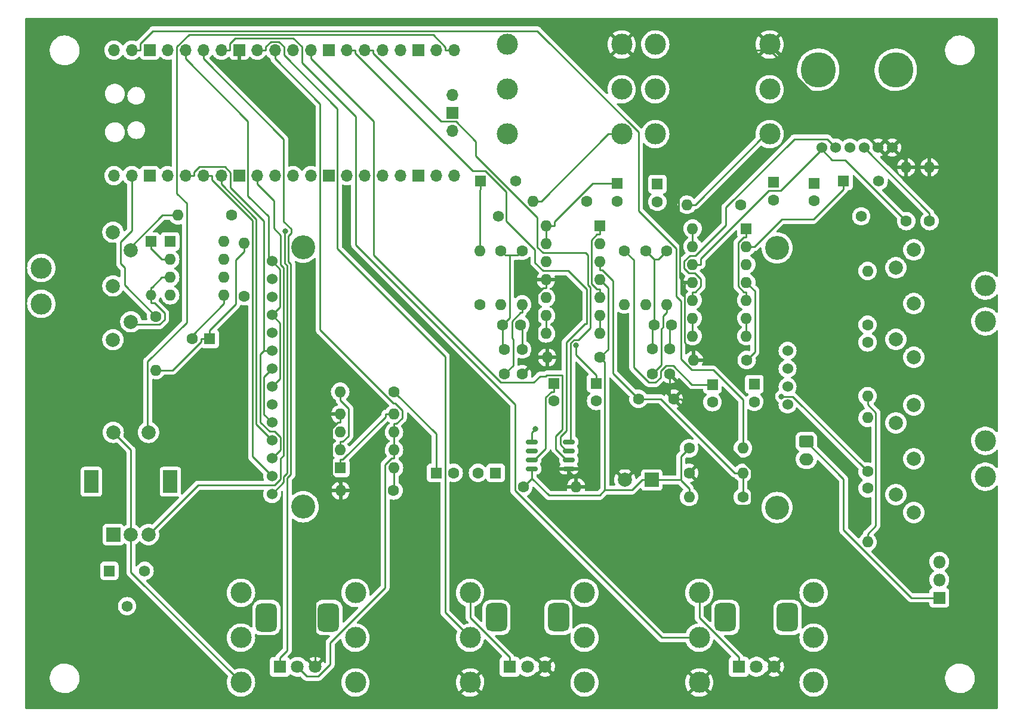
<source format=gbl>
G04 #@! TF.GenerationSoftware,KiCad,Pcbnew,6.0.11+dfsg-1~bpo11+1*
G04 #@! TF.CreationDate,2023-02-20T22:13:45+01:00*
G04 #@! TF.ProjectId,v1,76312e6b-6963-4616-945f-706362585858,rev?*
G04 #@! TF.SameCoordinates,Original*
G04 #@! TF.FileFunction,Copper,L2,Bot*
G04 #@! TF.FilePolarity,Positive*
%FSLAX46Y46*%
G04 Gerber Fmt 4.6, Leading zero omitted, Abs format (unit mm)*
G04 Created by KiCad (PCBNEW 6.0.11+dfsg-1~bpo11+1) date 2023-02-20 22:13:45*
%MOMM*%
%LPD*%
G01*
G04 APERTURE LIST*
G04 Aperture macros list*
%AMRoundRect*
0 Rectangle with rounded corners*
0 $1 Rounding radius*
0 $2 $3 $4 $5 $6 $7 $8 $9 X,Y pos of 4 corners*
0 Add a 4 corners polygon primitive as box body*
4,1,4,$2,$3,$4,$5,$6,$7,$8,$9,$2,$3,0*
0 Add four circle primitives for the rounded corners*
1,1,$1+$1,$2,$3*
1,1,$1+$1,$4,$5*
1,1,$1+$1,$6,$7*
1,1,$1+$1,$8,$9*
0 Add four rect primitives between the rounded corners*
20,1,$1+$1,$2,$3,$4,$5,0*
20,1,$1+$1,$4,$5,$6,$7,0*
20,1,$1+$1,$6,$7,$8,$9,0*
20,1,$1+$1,$8,$9,$2,$3,0*%
G04 Aperture macros list end*
G04 #@! TA.AperFunction,ComponentPad*
%ADD10R,1.800000X1.800000*%
G04 #@! TD*
G04 #@! TA.AperFunction,ComponentPad*
%ADD11O,1.800000X1.800000*%
G04 #@! TD*
G04 #@! TA.AperFunction,ComponentPad*
%ADD12R,1.560000X1.560000*%
G04 #@! TD*
G04 #@! TA.AperFunction,ComponentPad*
%ADD13C,1.560000*%
G04 #@! TD*
G04 #@! TA.AperFunction,ComponentPad*
%ADD14C,5.000000*%
G04 #@! TD*
G04 #@! TA.AperFunction,ComponentPad*
%ADD15C,1.524000*%
G04 #@! TD*
G04 #@! TA.AperFunction,SMDPad,CuDef*
%ADD16RoundRect,0.150000X0.675000X0.150000X-0.675000X0.150000X-0.675000X-0.150000X0.675000X-0.150000X0*%
G04 #@! TD*
G04 #@! TA.AperFunction,ComponentPad*
%ADD17C,1.800000*%
G04 #@! TD*
G04 #@! TA.AperFunction,ComponentPad*
%ADD18RoundRect,0.750000X0.750000X-1.250000X0.750000X1.250000X-0.750000X1.250000X-0.750000X-1.250000X0*%
G04 #@! TD*
G04 #@! TA.AperFunction,ComponentPad*
%ADD19O,1.700000X1.700000*%
G04 #@! TD*
G04 #@! TA.AperFunction,ComponentPad*
%ADD20R,1.700000X1.700000*%
G04 #@! TD*
G04 #@! TA.AperFunction,WasherPad*
%ADD21C,3.400000*%
G04 #@! TD*
G04 #@! TA.AperFunction,ComponentPad*
%ADD22C,2.000000*%
G04 #@! TD*
G04 #@! TA.AperFunction,ComponentPad*
%ADD23R,2.000000X3.200000*%
G04 #@! TD*
G04 #@! TA.AperFunction,ComponentPad*
%ADD24R,2.000000X2.000000*%
G04 #@! TD*
G04 #@! TA.AperFunction,ComponentPad*
%ADD25C,1.600000*%
G04 #@! TD*
G04 #@! TA.AperFunction,ComponentPad*
%ADD26O,1.600000X1.600000*%
G04 #@! TD*
G04 #@! TA.AperFunction,ComponentPad*
%ADD27R,1.600000X1.600000*%
G04 #@! TD*
G04 #@! TA.AperFunction,ComponentPad*
%ADD28C,3.000000*%
G04 #@! TD*
G04 #@! TA.AperFunction,ComponentPad*
%ADD29RoundRect,0.250000X-0.750000X0.600000X-0.750000X-0.600000X0.750000X-0.600000X0.750000X0.600000X0*%
G04 #@! TD*
G04 #@! TA.AperFunction,ComponentPad*
%ADD30O,2.000000X1.700000*%
G04 #@! TD*
G04 #@! TA.AperFunction,ComponentPad*
%ADD31R,1.500000X1.500000*%
G04 #@! TD*
G04 #@! TA.AperFunction,ComponentPad*
%ADD32O,1.500000X1.500000*%
G04 #@! TD*
G04 #@! TA.AperFunction,ViaPad*
%ADD33C,0.800000*%
G04 #@! TD*
G04 #@! TA.AperFunction,Conductor*
%ADD34C,0.250000*%
G04 #@! TD*
G04 APERTURE END LIST*
D10*
X225673000Y-123190000D03*
D11*
X225673000Y-120650000D03*
X225673000Y-118110000D03*
D12*
X212090000Y-64135000D03*
D13*
X214590000Y-69135000D03*
X217090000Y-64135000D03*
D12*
X160608000Y-64135000D03*
D13*
X163108000Y-69135000D03*
X165608000Y-64135000D03*
D12*
X107950000Y-119380000D03*
D13*
X110450000Y-124380000D03*
X112950000Y-119380000D03*
D14*
X208500000Y-48375000D03*
X219500000Y-48375000D03*
D15*
X217000000Y-59375000D03*
X215000000Y-59375000D03*
X213000000Y-59375000D03*
X219000000Y-59375000D03*
X209000000Y-59375000D03*
X211000000Y-59375000D03*
D16*
X173125000Y-101095000D03*
X173125000Y-102365000D03*
X173125000Y-103635000D03*
X173125000Y-104905000D03*
X167875000Y-104905000D03*
X167875000Y-103635000D03*
X167875000Y-102365000D03*
X167875000Y-101095000D03*
D10*
X164740000Y-132975000D03*
D17*
X167240000Y-132975000D03*
X169740000Y-132975000D03*
D18*
X171640000Y-125975000D03*
X162840000Y-125975000D03*
X195335000Y-125975000D03*
X204135000Y-125975000D03*
D17*
X202235000Y-132975000D03*
X199735000Y-132975000D03*
D10*
X197235000Y-132975000D03*
D19*
X108594000Y-63373000D03*
X111134000Y-63373000D03*
D20*
X113674000Y-63373000D03*
D19*
X116214000Y-63373000D03*
X118754000Y-63373000D03*
X121294000Y-63373000D03*
X123834000Y-63373000D03*
D20*
X126374000Y-63373000D03*
D19*
X128914000Y-63373000D03*
X131454000Y-63373000D03*
X133994000Y-63373000D03*
X136534000Y-63373000D03*
D20*
X139074000Y-63373000D03*
D19*
X141614000Y-63373000D03*
X144154000Y-63373000D03*
X146694000Y-63373000D03*
X149234000Y-63373000D03*
D20*
X151774000Y-63373000D03*
D19*
X154314000Y-63373000D03*
X156854000Y-63373000D03*
X156854000Y-45593000D03*
X154314000Y-45593000D03*
D20*
X151774000Y-45593000D03*
D19*
X149234000Y-45593000D03*
X146694000Y-45593000D03*
X144154000Y-45593000D03*
X141614000Y-45593000D03*
D20*
X139074000Y-45593000D03*
D19*
X136534000Y-45593000D03*
X133994000Y-45593000D03*
X131454000Y-45593000D03*
X128914000Y-45593000D03*
D20*
X126374000Y-45593000D03*
D19*
X123834000Y-45593000D03*
X121294000Y-45593000D03*
X118754000Y-45593000D03*
X116214000Y-45593000D03*
D20*
X113674000Y-45593000D03*
D19*
X111134000Y-45593000D03*
X108594000Y-45593000D03*
X156624000Y-57023000D03*
D20*
X156624000Y-54483000D03*
D19*
X156624000Y-51943000D03*
D15*
X204150000Y-95810000D03*
X204150000Y-93270000D03*
X204150000Y-90730000D03*
X204150000Y-88190000D03*
X131020000Y-108510000D03*
X131020000Y-105970000D03*
X131020000Y-103430000D03*
X131020000Y-100890000D03*
X131020000Y-98350000D03*
X131020000Y-95810000D03*
X131020000Y-93270000D03*
X131020000Y-90730000D03*
X131020000Y-88190000D03*
X131020000Y-85650000D03*
X131020000Y-83110000D03*
X131020000Y-80570000D03*
X131020000Y-78030000D03*
X131020000Y-75490000D03*
D21*
X135430000Y-110310000D03*
X202650000Y-73610000D03*
X135430000Y-73510000D03*
X202650000Y-110410000D03*
D18*
X130220000Y-126000000D03*
X139020000Y-126000000D03*
D17*
X137120000Y-133000000D03*
X134620000Y-133000000D03*
D10*
X132120000Y-133000000D03*
D22*
X108500000Y-99750000D03*
X113500000Y-99750000D03*
D23*
X105400000Y-106750000D03*
X116600000Y-106750000D03*
D22*
X111000000Y-114250000D03*
X113500000Y-114250000D03*
D24*
X108500000Y-114250000D03*
D25*
X177550000Y-89125000D03*
D26*
X170050000Y-89125000D03*
D27*
X177500000Y-70500000D03*
D26*
X177500000Y-73040000D03*
X177500000Y-75580000D03*
X177500000Y-78120000D03*
X177500000Y-80660000D03*
X177500000Y-83200000D03*
X177500000Y-85740000D03*
X169880000Y-85740000D03*
X169880000Y-83200000D03*
X169880000Y-80660000D03*
X169880000Y-78120000D03*
X169880000Y-75580000D03*
X169880000Y-73040000D03*
X169880000Y-70500000D03*
D25*
X127070000Y-80450000D03*
D26*
X127070000Y-72950000D03*
D25*
X166649800Y-107500000D03*
D26*
X174149800Y-107500000D03*
D27*
X162730400Y-105500000D03*
D25*
X160230400Y-105500000D03*
D27*
X179954000Y-64500000D03*
D25*
X179954000Y-67000000D03*
X164000000Y-88000000D03*
X166500000Y-88000000D03*
X166250000Y-84500000D03*
X163750000Y-84500000D03*
D27*
X199430000Y-92923800D03*
D25*
X199430000Y-95423800D03*
D28*
X164385000Y-57475000D03*
X180615000Y-57475000D03*
X164385000Y-44775000D03*
X180615000Y-44775000D03*
X164385000Y-51125000D03*
X180615000Y-51125000D03*
D25*
X166500000Y-91500000D03*
X164000000Y-91500000D03*
D28*
X142850000Y-122500000D03*
X126620000Y-122500000D03*
X142850000Y-135200000D03*
X126620000Y-135200000D03*
X142850000Y-128850000D03*
X126620000Y-128850000D03*
D25*
X190190000Y-105500000D03*
D26*
X197810000Y-105500000D03*
D29*
X206810000Y-101070000D03*
D30*
X206810000Y-103570000D03*
D25*
X184000000Y-74000000D03*
D26*
X184000000Y-81620000D03*
D25*
X125310000Y-69000000D03*
D26*
X117690000Y-69000000D03*
D25*
X215500000Y-84500000D03*
D26*
X215500000Y-76880000D03*
D27*
X202184000Y-64329700D03*
D25*
X202184000Y-66829700D03*
X215500000Y-107690000D03*
D26*
X215500000Y-115310000D03*
D25*
X160500000Y-81620000D03*
D26*
X160500000Y-74000000D03*
D28*
X201615000Y-51125000D03*
X185385000Y-51125000D03*
X201615000Y-44775000D03*
X185385000Y-44775000D03*
X201615000Y-57475000D03*
X185385000Y-57475000D03*
D27*
X140700000Y-104800000D03*
D26*
X140700000Y-102260000D03*
X140700000Y-99720000D03*
X140700000Y-97180000D03*
X148320000Y-97180000D03*
X148320000Y-99720000D03*
X148320000Y-102260000D03*
X148320000Y-104800000D03*
D31*
X113870000Y-72685000D03*
D32*
X113870000Y-80305000D03*
D25*
X197810000Y-108910000D03*
D26*
X190190000Y-108910000D03*
D25*
X163500000Y-74000000D03*
D26*
X163500000Y-81620000D03*
D25*
X187450000Y-91500000D03*
X184950000Y-91500000D03*
D24*
X184870700Y-106500000D03*
D22*
X181070700Y-106500000D03*
D25*
X148250000Y-108000000D03*
D26*
X140750000Y-108000000D03*
D27*
X122161400Y-86500000D03*
D25*
X119661400Y-86500000D03*
D27*
X177000000Y-92794900D03*
D25*
X177000000Y-95294900D03*
D27*
X198300000Y-70875000D03*
D26*
X198300000Y-73415000D03*
X198300000Y-75955000D03*
X198300000Y-78495000D03*
X198300000Y-81035000D03*
X198300000Y-83575000D03*
X198300000Y-86115000D03*
X190680000Y-86115000D03*
X190680000Y-83575000D03*
X190680000Y-81035000D03*
X190680000Y-78495000D03*
X190680000Y-75955000D03*
X190680000Y-73415000D03*
X190680000Y-70875000D03*
D27*
X207889000Y-64444000D03*
D25*
X207889000Y-66944000D03*
X215500000Y-105310000D03*
D26*
X215500000Y-97690000D03*
D27*
X193500000Y-92974400D03*
D25*
X193500000Y-95474400D03*
X197485000Y-67500000D03*
D26*
X189865000Y-67500000D03*
D25*
X187450000Y-87920000D03*
X184950000Y-87920000D03*
X166500000Y-74000000D03*
D26*
X166500000Y-81620000D03*
D25*
X215500000Y-87000000D03*
D26*
X215500000Y-94620000D03*
D25*
X148310000Y-94000000D03*
D26*
X140690000Y-94000000D03*
D27*
X171000000Y-92810700D03*
D25*
X171000000Y-95310700D03*
X114554000Y-83312000D03*
D26*
X114554000Y-90932000D03*
D25*
X188000000Y-95000000D03*
X183000000Y-95000000D03*
X187000000Y-74000000D03*
D26*
X187000000Y-81620000D03*
D28*
X98285000Y-81540000D03*
X98285000Y-76460000D03*
D22*
X110985000Y-84080000D03*
X110985000Y-73920000D03*
X108445000Y-86620000D03*
X108445000Y-79000000D03*
X108445000Y-71380000D03*
D25*
X224290000Y-69810000D03*
D26*
X224290000Y-62190000D03*
D25*
X220980000Y-69810000D03*
D26*
X220980000Y-62190000D03*
D27*
X154294900Y-105500000D03*
D25*
X156794900Y-105500000D03*
D27*
X185674000Y-64575300D03*
D25*
X185674000Y-67075300D03*
D27*
X116570000Y-72700000D03*
D26*
X116570000Y-75240000D03*
X116570000Y-77780000D03*
X116570000Y-80320000D03*
X124190000Y-80320000D03*
X124190000Y-77780000D03*
X124190000Y-75240000D03*
X124190000Y-72700000D03*
D25*
X185200000Y-84500000D03*
X187700000Y-84500000D03*
D28*
X232215000Y-84040000D03*
X232215000Y-78960000D03*
D22*
X219515000Y-76420000D03*
X219515000Y-86580000D03*
X222055000Y-73880000D03*
X222055000Y-81500000D03*
X222055000Y-89120000D03*
D28*
X191620000Y-128850000D03*
X207850000Y-128850000D03*
X191620000Y-135200000D03*
X207850000Y-135200000D03*
X191620000Y-122500000D03*
X207850000Y-122500000D03*
D25*
X190190000Y-102000000D03*
D26*
X197810000Y-102000000D03*
D28*
X159120000Y-128850000D03*
X175350000Y-128850000D03*
X159120000Y-135200000D03*
X175350000Y-135200000D03*
X159120000Y-122500000D03*
X175350000Y-122500000D03*
D25*
X181000000Y-74000000D03*
D26*
X181000000Y-81620000D03*
D28*
X232215000Y-100960000D03*
X232215000Y-106040000D03*
D22*
X219515000Y-98420000D03*
X219515000Y-108580000D03*
X222055000Y-95880000D03*
X222055000Y-103500000D03*
X222055000Y-111120000D03*
D25*
X198350000Y-89500000D03*
D26*
X190850000Y-89500000D03*
X168021000Y-67000000D03*
D25*
X175641000Y-67000000D03*
D33*
X132938700Y-71204200D03*
X203288300Y-94672700D03*
X174159600Y-87409600D03*
X168344700Y-99294800D03*
D34*
X173125000Y-102365000D02*
X172815500Y-102365000D01*
X172815500Y-102365000D02*
X171925000Y-101474500D01*
X171925000Y-101474500D02*
X171925000Y-100368400D01*
X171925000Y-100368400D02*
X172749800Y-99543600D01*
X172749800Y-99543600D02*
X172749800Y-87016278D01*
X172749800Y-87016278D02*
X175412678Y-84353400D01*
X175412678Y-84353400D02*
X175666400Y-84353400D01*
X171297600Y-102138600D02*
X172794000Y-103635000D01*
X171297600Y-100245400D02*
X171297600Y-102138600D01*
X172175000Y-91635700D02*
X172175000Y-99368000D01*
X170003500Y-91635700D02*
X172175000Y-91635700D01*
X163506000Y-92684900D02*
X168152400Y-92684900D01*
X145424000Y-74602900D02*
X163506000Y-92684900D01*
X145424000Y-55708300D02*
X145424000Y-74602900D01*
X168152400Y-92684900D02*
X169023100Y-91814200D01*
X169825000Y-91814200D02*
X170003500Y-91635700D01*
X136534000Y-46818300D02*
X145424000Y-55708300D01*
X172175000Y-99368000D02*
X171297600Y-100245400D01*
X169023100Y-91814200D02*
X169825000Y-91814200D01*
X136534000Y-45593000D02*
X136534000Y-46818300D01*
X172794000Y-103635000D02*
X173125000Y-103635000D01*
X173039800Y-76850000D02*
X169481000Y-76850000D01*
X175674400Y-79484600D02*
X173039800Y-76850000D01*
X168321400Y-73901300D02*
X164263400Y-69843300D01*
X169481000Y-76850000D02*
X168321400Y-75690400D01*
X175674400Y-84345400D02*
X175674400Y-79484600D01*
X168321400Y-75690400D02*
X168321400Y-73901300D01*
X164263400Y-65694800D02*
X161247200Y-62678600D01*
X164263400Y-69843300D02*
X164263400Y-65694800D01*
X159465400Y-62678600D02*
X142839300Y-46052500D01*
X142839300Y-46052500D02*
X142839300Y-45593000D01*
X142839300Y-45593000D02*
X141614000Y-45593000D01*
X161247200Y-62678600D02*
X159465400Y-62678600D01*
X175824700Y-78883807D02*
X176174400Y-79233507D01*
X175824700Y-74631100D02*
X175824700Y-78883807D01*
X175503600Y-74310000D02*
X175824700Y-74631100D01*
X159893900Y-58523900D02*
X159893900Y-60535200D01*
X173384600Y-100835400D02*
X173125000Y-101095000D01*
X168668400Y-73490700D02*
X169487700Y-74310000D01*
X174480616Y-86634600D02*
X173838584Y-86634600D01*
X155035200Y-55708400D02*
X157078400Y-55708400D01*
X169487700Y-74310000D02*
X175503600Y-74310000D01*
X168668400Y-69309700D02*
X168668400Y-73490700D01*
X157078400Y-55708400D02*
X159893900Y-58523900D01*
X145379300Y-46052500D02*
X155035200Y-55708400D01*
X159893900Y-60535200D02*
X168668400Y-69309700D01*
X145379300Y-45593000D02*
X145379300Y-46052500D01*
X144154000Y-45593000D02*
X145379300Y-45593000D01*
X176174400Y-79233507D02*
X176174400Y-84940816D01*
X176174400Y-84940816D02*
X174480616Y-86634600D01*
X173838584Y-86634600D02*
X173384600Y-87088584D01*
X173384600Y-87088584D02*
X173384600Y-100835400D01*
X174159600Y-87409600D02*
X174159600Y-88779200D01*
X174159600Y-88779200D02*
X177000000Y-91619600D01*
X177000000Y-91619600D02*
X177000000Y-92794900D01*
X132173100Y-84263100D02*
X131020000Y-83110000D01*
X132173100Y-92116900D02*
X132173100Y-84263100D01*
X131020000Y-93270000D02*
X132173100Y-92116900D01*
X132157400Y-76627400D02*
X131020000Y-75490000D01*
X132157400Y-81972600D02*
X132157400Y-76627400D01*
X131020000Y-83110000D02*
X132157400Y-81972600D01*
X118754000Y-45593000D02*
X118754000Y-46818300D01*
X130519700Y-74989700D02*
X131020000Y-75490000D01*
X130519700Y-69168500D02*
X130519700Y-74989700D01*
X127599400Y-66248200D02*
X130519700Y-69168500D01*
X127599400Y-55663700D02*
X127599400Y-66248200D01*
X118754000Y-46818300D02*
X127599400Y-55663700D01*
X132812800Y-71330100D02*
X132938700Y-71204200D01*
X132812800Y-75771000D02*
X132812800Y-71330100D01*
X133187300Y-76145500D02*
X132812800Y-75771000D01*
X133187300Y-105526100D02*
X133187300Y-76145500D01*
X132686900Y-106026500D02*
X133187300Y-105526100D01*
X132686900Y-106843100D02*
X132686900Y-106026500D01*
X131020000Y-108510000D02*
X132686900Y-106843100D01*
X128747000Y-98617000D02*
X131020000Y-100890000D01*
X128747000Y-69511300D02*
X128747000Y-98617000D01*
X123834000Y-64598300D02*
X128747000Y-69511300D01*
X123834000Y-63373000D02*
X123834000Y-64598300D01*
X121294000Y-63373000D02*
X122519300Y-63373000D01*
X128246700Y-103196700D02*
X131020000Y-105970000D01*
X128246700Y-69725900D02*
X128246700Y-103196700D01*
X122519300Y-63998500D02*
X128246700Y-69725900D01*
X122519300Y-63373000D02*
X122519300Y-63998500D01*
X118754000Y-63373000D02*
X119979300Y-63373000D01*
X131020000Y-88190000D02*
X129874300Y-88190000D01*
X129365300Y-88699000D02*
X129874300Y-88190000D01*
X129365300Y-98319100D02*
X129365300Y-88699000D01*
X130666200Y-99620000D02*
X129365300Y-98319100D01*
X131393600Y-99620000D02*
X130666200Y-99620000D01*
X132186500Y-100412900D02*
X131393600Y-99620000D01*
X132186500Y-102263500D02*
X132186500Y-100412900D01*
X131020000Y-103430000D02*
X132186500Y-102263500D01*
X119979300Y-62865200D02*
X119979300Y-63373000D01*
X120735400Y-62109100D02*
X119979300Y-62865200D01*
X124317900Y-62109100D02*
X120735400Y-62109100D01*
X125148600Y-62939800D02*
X124317900Y-62109100D01*
X125148600Y-65078800D02*
X125148600Y-62939800D01*
X129874300Y-69804500D02*
X125148600Y-65078800D01*
X129874300Y-88190000D02*
X129874300Y-69804500D01*
X129865700Y-91884300D02*
X131020000Y-90730000D01*
X129865700Y-97195700D02*
X129865700Y-91884300D01*
X131020000Y-98350000D02*
X129865700Y-97195700D01*
X156854000Y-45593000D02*
X155628700Y-45593000D01*
X113356100Y-99606100D02*
X113500000Y-99750000D01*
X113356100Y-89713900D02*
X113356100Y-99606100D01*
X118900800Y-84169200D02*
X113356100Y-89713900D01*
X118900800Y-67298100D02*
X118900800Y-84169200D01*
X117484000Y-65881300D02*
X118900800Y-67298100D01*
X117484000Y-45117300D02*
X117484000Y-65881300D01*
X119236800Y-43364500D02*
X117484000Y-45117300D01*
X153859700Y-43364500D02*
X119236800Y-43364500D01*
X155628700Y-45133500D02*
X153859700Y-43364500D01*
X155628700Y-45593000D02*
X155628700Y-45133500D01*
X131270100Y-66954400D02*
X128914000Y-64598300D01*
X131270100Y-70847800D02*
X131270100Y-66954400D01*
X132234900Y-71812600D02*
X131270100Y-70847800D01*
X132234900Y-75997200D02*
X132234900Y-71812600D01*
X132686900Y-76449200D02*
X132234900Y-75997200D01*
X132686900Y-102987500D02*
X132686900Y-76449200D01*
X132186200Y-103488200D02*
X132686900Y-102987500D01*
X132186200Y-106415300D02*
X132186200Y-103488200D01*
X131361500Y-107240000D02*
X132186200Y-106415300D01*
X120510000Y-107240000D02*
X131361500Y-107240000D01*
X113500000Y-114250000D02*
X120510000Y-107240000D01*
X128914000Y-63373000D02*
X128914000Y-64598300D01*
X197932600Y-72050300D02*
X198300000Y-72050300D01*
X197124700Y-72858200D02*
X197932600Y-72050300D01*
X197124700Y-79051700D02*
X197124700Y-72858200D01*
X197932700Y-79859700D02*
X197124700Y-79051700D01*
X198300000Y-79859700D02*
X197932700Y-79859700D01*
X198300000Y-81035000D02*
X198300000Y-79859700D01*
X198300000Y-70875000D02*
X198300000Y-72050300D01*
X177500000Y-80660000D02*
X177500000Y-79484700D01*
X177500000Y-70500000D02*
X177500000Y-71675300D01*
X177132600Y-71675300D02*
X177500000Y-71675300D01*
X176324700Y-72483200D02*
X177132600Y-71675300D01*
X176324700Y-78676700D02*
X176324700Y-72483200D01*
X177132700Y-79484700D02*
X176324700Y-78676700D01*
X177500000Y-79484700D02*
X177132700Y-79484700D01*
X135960000Y-134340000D02*
X134620000Y-133000000D01*
X137585700Y-134340000D02*
X135960000Y-134340000D01*
X139273200Y-132652500D02*
X137585700Y-134340000D01*
X139273200Y-129554900D02*
X139273200Y-132652500D01*
X147050000Y-121778100D02*
X139273200Y-129554900D01*
X147050000Y-104338000D02*
X147050000Y-121778100D01*
X147952700Y-103435300D02*
X147050000Y-104338000D01*
X148320000Y-103435300D02*
X147952700Y-103435300D01*
X148320000Y-102260000D02*
X148320000Y-103435300D01*
X148320000Y-102260000D02*
X148320000Y-99720000D01*
X137848600Y-53212900D02*
X131454000Y-46818300D01*
X137848600Y-85256600D02*
X137848600Y-53212900D01*
X148248500Y-95656500D02*
X137848600Y-85256600D01*
X148505500Y-95656500D02*
X148248500Y-95656500D01*
X149510300Y-96661300D02*
X148505500Y-95656500D01*
X149510300Y-97721700D02*
X149510300Y-96661300D01*
X148687300Y-98544700D02*
X149510300Y-97721700D01*
X148320000Y-98544700D02*
X148687300Y-98544700D01*
X148320000Y-99720000D02*
X148320000Y-98544700D01*
X131454000Y-45593000D02*
X131454000Y-46818300D01*
X111134000Y-71170800D02*
X111134000Y-63373000D01*
X109542700Y-72762100D02*
X111134000Y-71170800D01*
X109542700Y-75823400D02*
X109542700Y-72762100D01*
X110125500Y-76406200D02*
X109542700Y-75823400D01*
X110125500Y-78883500D02*
X110125500Y-76406200D01*
X114554000Y-83312000D02*
X110125500Y-78883500D01*
X204862700Y-94672700D02*
X203288300Y-94672700D01*
X215500000Y-105310000D02*
X204862700Y-94672700D01*
X224290000Y-68665000D02*
X215000000Y-59375000D01*
X224290000Y-69810000D02*
X224290000Y-68665000D01*
X190680000Y-75955000D02*
X191855300Y-75955000D01*
X210484000Y-61128800D02*
X209000000Y-59644800D01*
X212298800Y-61128800D02*
X210484000Y-61128800D01*
X220980000Y-69810000D02*
X212298800Y-61128800D01*
X203139700Y-65505100D02*
X209000000Y-59644800D01*
X201520200Y-65505100D02*
X203139700Y-65505100D01*
X191855300Y-75170000D02*
X201520200Y-65505100D01*
X191855300Y-75955000D02*
X191855300Y-75170000D01*
X209000000Y-59644800D02*
X209000000Y-59375000D01*
X177500000Y-85740000D02*
X177500000Y-83200000D01*
X198300000Y-86115000D02*
X198300000Y-83575000D01*
X160500000Y-65398300D02*
X160608000Y-65290300D01*
X160500000Y-74000000D02*
X160500000Y-65398300D01*
X160608000Y-64135000D02*
X160608000Y-65290300D01*
X207811500Y-69568800D02*
X212090000Y-65290300D01*
X203321500Y-69568800D02*
X207811500Y-69568800D01*
X199475300Y-73415000D02*
X203321500Y-69568800D01*
X198300000Y-73415000D02*
X199475300Y-73415000D01*
X212090000Y-64135000D02*
X212090000Y-65290300D01*
X111134000Y-45593000D02*
X112359300Y-45593000D01*
X197810000Y-102000000D02*
X197810000Y-100824700D01*
X112359300Y-44636800D02*
X112359300Y-45593000D01*
X114131900Y-42864200D02*
X112359300Y-44636800D01*
X168658200Y-42864200D02*
X114131900Y-42864200D01*
X183000100Y-57206100D02*
X168658200Y-42864200D01*
X183000100Y-68335300D02*
X183000100Y-57206100D01*
X188333000Y-73668200D02*
X183000100Y-68335300D01*
X188333000Y-80444600D02*
X188333000Y-73668200D01*
X189004300Y-81115900D02*
X188333000Y-80444600D01*
X189004300Y-89367300D02*
X189004300Y-81115900D01*
X190552200Y-90915200D02*
X189004300Y-89367300D01*
X193573500Y-90915200D02*
X190552200Y-90915200D01*
X197810000Y-95151700D02*
X193573500Y-90915200D01*
X197810000Y-100824700D02*
X197810000Y-95151700D01*
X130139300Y-45085200D02*
X130139300Y-45593000D01*
X130859400Y-44365100D02*
X130139300Y-45085200D01*
X132008500Y-44365100D02*
X130859400Y-44365100D01*
X132724000Y-45080600D02*
X132008500Y-44365100D01*
X132724000Y-46273200D02*
X132724000Y-45080600D01*
X140299400Y-53848600D02*
X132724000Y-46273200D01*
X140299400Y-73717800D02*
X140299400Y-53848600D01*
X155568200Y-88986600D02*
X140299400Y-73717800D01*
X155568200Y-125298200D02*
X155568200Y-88986600D01*
X159120000Y-128850000D02*
X155568200Y-125298200D01*
X128914000Y-45593000D02*
X130139300Y-45593000D01*
X197235000Y-131638100D02*
X197235000Y-132975000D01*
X191620000Y-126023100D02*
X197235000Y-131638100D01*
X191620000Y-122500000D02*
X191620000Y-126023100D01*
X164740000Y-131640600D02*
X164740000Y-132975000D01*
X159120000Y-126020600D02*
X164740000Y-131640600D01*
X159120000Y-122500000D02*
X159120000Y-126020600D01*
X121294000Y-45593000D02*
X121294000Y-46818300D01*
X132120000Y-133000000D02*
X132120000Y-131724700D01*
X132686900Y-58211200D02*
X121294000Y-46818300D01*
X132686900Y-69856000D02*
X132686900Y-58211200D01*
X133714000Y-70883100D02*
X132686900Y-69856000D01*
X133714000Y-71525400D02*
X133714000Y-70883100D01*
X133314700Y-71924700D02*
X133714000Y-71525400D01*
X133314700Y-75565300D02*
X133314700Y-71924700D01*
X133687600Y-75938200D02*
X133314700Y-75565300D01*
X133687600Y-105733400D02*
X133687600Y-75938200D01*
X133190500Y-106230500D02*
X133687600Y-105733400D01*
X133190500Y-130654200D02*
X133190500Y-106230500D01*
X132120000Y-131724700D02*
X133190500Y-130654200D01*
X123834000Y-45593000D02*
X125059300Y-45593000D01*
X125059300Y-44636800D02*
X125059300Y-45593000D01*
X125831300Y-43864800D02*
X125059300Y-44636800D01*
X134008100Y-43864800D02*
X125831300Y-43864800D01*
X135264000Y-45120700D02*
X134008100Y-43864800D01*
X135264000Y-47327300D02*
X135264000Y-45120700D01*
X142884000Y-54947300D02*
X135264000Y-47327300D01*
X142884000Y-73175500D02*
X142884000Y-54947300D01*
X165474400Y-95765900D02*
X142884000Y-73175500D01*
X165474400Y-108013900D02*
X165474400Y-95765900D01*
X186310500Y-128850000D02*
X165474400Y-108013900D01*
X191620000Y-128850000D02*
X186310500Y-128850000D01*
X178721300Y-57475000D02*
X180615000Y-57475000D01*
X169196300Y-67000000D02*
X178721300Y-57475000D01*
X168021000Y-67000000D02*
X169196300Y-67000000D01*
X221698500Y-123190000D02*
X225673000Y-123190000D01*
X212096200Y-113587700D02*
X221698500Y-123190000D01*
X212096200Y-106356200D02*
X212096200Y-113587700D01*
X206810000Y-101070000D02*
X212096200Y-106356200D01*
X201065300Y-57475000D02*
X201615000Y-57475000D01*
X191040300Y-67500000D02*
X201065300Y-57475000D01*
X189865000Y-67500000D02*
X191040300Y-67500000D01*
X110985000Y-73494400D02*
X110985000Y-73920000D01*
X115479400Y-69000000D02*
X110985000Y-73494400D01*
X117690000Y-69000000D02*
X115479400Y-69000000D01*
X113995000Y-79179700D02*
X113870000Y-79179700D01*
X115394700Y-77780000D02*
X113995000Y-79179700D01*
X116570000Y-77780000D02*
X115394700Y-77780000D01*
X113870000Y-80305000D02*
X113870000Y-79179700D01*
X114336400Y-81430300D02*
X113870000Y-81430300D01*
X115792200Y-82886100D02*
X114336400Y-81430300D01*
X115792200Y-83739000D02*
X115792200Y-82886100D01*
X115042300Y-84488900D02*
X115792200Y-83739000D01*
X111393900Y-84488900D02*
X115042300Y-84488900D01*
X110985000Y-84080000D02*
X111393900Y-84488900D01*
X113870000Y-80305000D02*
X113870000Y-81430300D01*
X113965000Y-73810300D02*
X113870000Y-73810300D01*
X115394700Y-75240000D02*
X113965000Y-73810300D01*
X116570000Y-75240000D02*
X115394700Y-75240000D01*
X113870000Y-72685000D02*
X113870000Y-73810300D01*
X119661400Y-86023900D02*
X124190000Y-81495300D01*
X119661400Y-86500000D02*
X119661400Y-86023900D01*
X111000000Y-119580000D02*
X111000000Y-114250000D01*
X126620000Y-135200000D02*
X111000000Y-119580000D01*
X124190000Y-80320000D02*
X124190000Y-81495300D01*
X111000000Y-102250000D02*
X108500000Y-99750000D01*
X111000000Y-114250000D02*
X111000000Y-102250000D01*
X120986100Y-86867300D02*
X120986100Y-86500000D01*
X116921400Y-90932000D02*
X120986100Y-86867300D01*
X114554000Y-90932000D02*
X116921400Y-90932000D01*
X122161400Y-86500000D02*
X120986100Y-86500000D01*
X125894700Y-81591400D02*
X122161400Y-85324700D01*
X125894700Y-75300600D02*
X125894700Y-81591400D01*
X127070000Y-74125300D02*
X125894700Y-75300600D01*
X127070000Y-72950000D02*
X127070000Y-74125300D01*
X122161400Y-86500000D02*
X122161400Y-85324700D01*
X216676300Y-112958400D02*
X215500000Y-114134700D01*
X216676300Y-96971600D02*
X216676300Y-112958400D01*
X215500000Y-95795300D02*
X216676300Y-96971600D01*
X215500000Y-94620000D02*
X215500000Y-95795300D01*
X215500000Y-115310000D02*
X215500000Y-114134700D01*
X154294900Y-105500000D02*
X154294900Y-104324700D01*
X154294900Y-99984900D02*
X154294900Y-104324700D01*
X148310000Y-94000000D02*
X154294900Y-99984900D01*
X169880000Y-73040000D02*
X169880000Y-71864700D01*
X169880000Y-70500000D02*
X169880000Y-71864700D01*
X169880000Y-70500000D02*
X171055300Y-70500000D01*
X179954000Y-64500000D02*
X178778700Y-64500000D01*
X176478700Y-64500000D02*
X178778700Y-64500000D01*
X171055300Y-69923400D02*
X176478700Y-64500000D01*
X171055300Y-70500000D02*
X171055300Y-69923400D01*
X190680000Y-70875000D02*
X190680000Y-73415000D01*
X166500000Y-84750000D02*
X166500000Y-88000000D01*
X166250000Y-84500000D02*
X166500000Y-84750000D01*
X169880000Y-83200000D02*
X169880000Y-85740000D01*
X163750000Y-87750000D02*
X164000000Y-88000000D01*
X163750000Y-84500000D02*
X163750000Y-87750000D01*
X164732700Y-83517300D02*
X163750000Y-84500000D01*
X164732700Y-74661400D02*
X164732700Y-83517300D01*
X165838600Y-74661400D02*
X164732700Y-74661400D01*
X166500000Y-74000000D02*
X165838600Y-74661400D01*
X164161400Y-74661400D02*
X163500000Y-74000000D01*
X164732700Y-74661400D02*
X164161400Y-74661400D01*
X187450000Y-84750000D02*
X187450000Y-87920000D01*
X187700000Y-84500000D02*
X187450000Y-84750000D01*
X190680000Y-83575000D02*
X190680000Y-86115000D01*
X184950000Y-84750000D02*
X185200000Y-84500000D01*
X184950000Y-87920000D02*
X184950000Y-84750000D01*
X185200000Y-84500000D02*
X185200000Y-75200000D01*
X184000000Y-74000000D02*
X185200000Y-75200000D01*
X185800000Y-75200000D02*
X187000000Y-74000000D01*
X185200000Y-75200000D02*
X185800000Y-75200000D01*
X166256400Y-82795300D02*
X166500000Y-82795300D01*
X165056300Y-83995400D02*
X166256400Y-82795300D01*
X165056300Y-86431600D02*
X165056300Y-83995400D01*
X165224900Y-86600200D02*
X165056300Y-86431600D01*
X165224900Y-90275100D02*
X165224900Y-86600200D01*
X164000000Y-91500000D02*
X165224900Y-90275100D01*
X166500000Y-81620000D02*
X166500000Y-82795300D01*
X209810200Y-58185200D02*
X211000000Y-59375000D01*
X205082300Y-58185200D02*
X209810200Y-58185200D01*
X195417700Y-67849800D02*
X205082300Y-58185200D01*
X195417700Y-70361400D02*
X195417700Y-67849800D01*
X191094100Y-74685000D02*
X195417700Y-70361400D01*
X190280600Y-74685000D02*
X191094100Y-74685000D01*
X189472400Y-75493200D02*
X190280600Y-74685000D01*
X189472400Y-76473500D02*
X189472400Y-75493200D01*
X190157400Y-77158500D02*
X189472400Y-76473500D01*
X191015300Y-77158500D02*
X190157400Y-77158500D01*
X191855300Y-77998500D02*
X191015300Y-77158500D01*
X191855300Y-79051800D02*
X191855300Y-77998500D01*
X191047400Y-79859700D02*
X191855300Y-79051800D01*
X190680000Y-79859700D02*
X191047400Y-79859700D01*
X190680000Y-81035000D02*
X190680000Y-79859700D01*
X186274600Y-90175400D02*
X184950000Y-91500000D01*
X186274600Y-85087700D02*
X186274600Y-90175400D01*
X186512800Y-84849500D02*
X186274600Y-85087700D01*
X186512800Y-83282500D02*
X186512800Y-84849500D01*
X187000000Y-82795300D02*
X186512800Y-83282500D01*
X187000000Y-81620000D02*
X187000000Y-82795300D01*
X177500000Y-75580000D02*
X177500000Y-76755300D01*
X197810000Y-108910000D02*
X197810000Y-105500000D01*
X179364900Y-91364900D02*
X183000000Y-95000000D01*
X179364900Y-78254900D02*
X179364900Y-91364900D01*
X177865300Y-76755300D02*
X179364900Y-78254900D01*
X177500000Y-76755300D02*
X177865300Y-76755300D01*
X186134700Y-95000000D02*
X196634700Y-105500000D01*
X183000000Y-95000000D02*
X186134700Y-95000000D01*
X197810000Y-105500000D02*
X196634700Y-105500000D01*
X190598400Y-92974400D02*
X193500000Y-92974400D01*
X187942500Y-90318500D02*
X190598400Y-92974400D01*
X186904300Y-90318500D02*
X187942500Y-90318500D01*
X186125400Y-91097400D02*
X186904300Y-90318500D01*
X186125400Y-91988300D02*
X186125400Y-91097400D01*
X185428400Y-92685300D02*
X186125400Y-91988300D01*
X184455100Y-92685300D02*
X185428400Y-92685300D01*
X182318900Y-90549100D02*
X184455100Y-92685300D01*
X182318900Y-75318900D02*
X182318900Y-90549100D01*
X181000000Y-74000000D02*
X182318900Y-75318900D01*
X168230900Y-103635000D02*
X167875000Y-103635000D01*
X169824700Y-102041200D02*
X168230900Y-103635000D01*
X169824700Y-94793900D02*
X169824700Y-102041200D01*
X170632600Y-93986000D02*
X169824700Y-94793900D01*
X171000000Y-93986000D02*
X170632600Y-93986000D01*
X171000000Y-92810700D02*
X171000000Y-93986000D01*
X167875000Y-99764500D02*
X167875000Y-101095000D01*
X168344700Y-99294800D02*
X167875000Y-99764500D01*
X220639700Y-61014700D02*
X219000000Y-59375000D01*
X220980000Y-61014700D02*
X220639700Y-61014700D01*
X220980000Y-62190000D02*
X220980000Y-61014700D01*
X168874700Y-89125300D02*
X168874700Y-89125000D01*
X166500000Y-91500000D02*
X168874700Y-89125300D01*
X168653300Y-88903600D02*
X168874700Y-89125000D01*
X168653300Y-80154700D02*
X168653300Y-88903600D01*
X169512700Y-79295300D02*
X168653300Y-80154700D01*
X169880000Y-79295300D02*
X169512700Y-79295300D01*
X169880000Y-78120000D02*
X169880000Y-79295300D01*
X169462400Y-89125000D02*
X168874700Y-89125000D01*
X169462400Y-89125000D02*
X170050000Y-89125000D01*
X190850000Y-89500000D02*
X190850000Y-88324700D01*
X190680000Y-78495000D02*
X189504700Y-78495000D01*
X189504700Y-86979400D02*
X189504700Y-78495000D01*
X190850000Y-88324700D02*
X189504700Y-86979400D01*
X188833400Y-77823700D02*
X189504700Y-78495000D01*
X188833400Y-70546700D02*
X188833400Y-77823700D01*
X188672300Y-70385600D02*
X188833400Y-70546700D01*
X188672300Y-47073200D02*
X188672300Y-70385600D01*
X182913200Y-47073200D02*
X180615000Y-44775000D01*
X188672300Y-47073200D02*
X182913200Y-47073200D01*
X190168800Y-45576700D02*
X188672300Y-47073200D01*
X201615000Y-45576700D02*
X190168800Y-45576700D01*
X201615000Y-44775000D02*
X201615000Y-45576700D01*
X211340000Y-53715000D02*
X217000000Y-59375000D01*
X209753300Y-53715000D02*
X211340000Y-53715000D01*
X201615000Y-45576700D02*
X209753300Y-53715000D01*
X173125000Y-105299900D02*
X173125000Y-104905000D01*
X174149800Y-106324700D02*
X173125000Y-105299900D01*
X174149800Y-107500000D02*
X174149800Y-106324700D01*
X140700000Y-97180000D02*
X140700000Y-98355300D01*
X137120000Y-112805300D02*
X140750000Y-109175300D01*
X137120000Y-133000000D02*
X137120000Y-112805300D01*
X140334700Y-98355300D02*
X140700000Y-98355300D01*
X139506000Y-99184000D02*
X140334700Y-98355300D01*
X139506000Y-105801100D02*
X139506000Y-99184000D01*
X140529600Y-106824700D02*
X139506000Y-105801100D01*
X140750000Y-106824700D02*
X140529600Y-106824700D01*
X140750000Y-108000000D02*
X140750000Y-106824700D01*
X187450000Y-94450000D02*
X188000000Y-95000000D01*
X187450000Y-91500000D02*
X187450000Y-94450000D01*
X199011100Y-105017900D02*
X199011100Y-110131200D01*
X188993200Y-95000000D02*
X199011100Y-105017900D01*
X188000000Y-95000000D02*
X188993200Y-95000000D01*
X199011100Y-129751100D02*
X199011100Y-110131200D01*
X202235000Y-132975000D02*
X199011100Y-129751100D01*
X194821200Y-110131200D02*
X190190000Y-105500000D01*
X199011100Y-110131200D02*
X194821200Y-110131200D01*
X140750000Y-108000000D02*
X140750000Y-109175300D01*
X190190000Y-108910000D02*
X190190000Y-107734700D01*
X148320000Y-107930000D02*
X148320000Y-104800000D01*
X148250000Y-108000000D02*
X148320000Y-107930000D01*
X178677000Y-87998000D02*
X177550000Y-89125000D01*
X178677000Y-79297000D02*
X178677000Y-87998000D01*
X177500000Y-78120000D02*
X178677000Y-79297000D01*
X166649800Y-107500000D02*
X167875000Y-106274800D01*
X167875000Y-106274800D02*
X167875000Y-104905000D01*
X184870700Y-106500000D02*
X183495400Y-106500000D01*
X182053400Y-107942000D02*
X178236200Y-107942000D01*
X183495400Y-106500000D02*
X182053400Y-107942000D01*
X177480800Y-108697400D02*
X178236200Y-107942000D01*
X170297600Y-108697400D02*
X177480800Y-108697400D01*
X167875000Y-106274800D02*
X170297600Y-108697400D01*
X178236200Y-89811200D02*
X177550000Y-89125000D01*
X178236200Y-107942000D02*
X178236200Y-89811200D01*
X184870700Y-106500000D02*
X186246000Y-106500000D01*
X189014600Y-106500000D02*
X186246000Y-106500000D01*
X189014600Y-103175400D02*
X189014600Y-106500000D01*
X190190000Y-102000000D02*
X189014600Y-103175400D01*
X189014600Y-106559300D02*
X190190000Y-107734700D01*
X189014600Y-106500000D02*
X189014600Y-106559300D01*
X199512600Y-79707600D02*
X198300000Y-78495000D01*
X199512600Y-88337400D02*
X199512600Y-79707600D01*
X198350000Y-89500000D02*
X199512600Y-88337400D01*
X141067300Y-103624700D02*
X140700000Y-103624700D01*
X147144700Y-97547300D02*
X141067300Y-103624700D01*
X147144700Y-97180000D02*
X147144700Y-97547300D01*
X148320000Y-97180000D02*
X147144700Y-97180000D01*
X140700000Y-104800000D02*
X140700000Y-103624700D01*
X141065300Y-101084700D02*
X140700000Y-101084700D01*
X141894000Y-100256000D02*
X141065300Y-101084700D01*
X141894000Y-96379300D02*
X141894000Y-100256000D01*
X140690000Y-95175300D02*
X141894000Y-96379300D01*
X140690000Y-94000000D02*
X140690000Y-95175300D01*
X140700000Y-102260000D02*
X140700000Y-101084700D01*
G04 #@! TA.AperFunction,Conductor*
G36*
X233933621Y-41028502D02*
G01*
X233980114Y-41082158D01*
X233991500Y-41134500D01*
X233991500Y-77600458D01*
X233971498Y-77668579D01*
X233917842Y-77715072D01*
X233847568Y-77725176D01*
X233782988Y-77695682D01*
X233773200Y-77686229D01*
X233596046Y-77495588D01*
X233596043Y-77495585D01*
X233593125Y-77492445D01*
X233589810Y-77489731D01*
X233589806Y-77489728D01*
X233417387Y-77348605D01*
X233381205Y-77318990D01*
X233194036Y-77204293D01*
X233151366Y-77178145D01*
X233151365Y-77178145D01*
X233147704Y-77175901D01*
X233143768Y-77174173D01*
X232900873Y-77067549D01*
X232900869Y-77067548D01*
X232896945Y-77065825D01*
X232633566Y-76990800D01*
X232629324Y-76990196D01*
X232629318Y-76990195D01*
X232425574Y-76961198D01*
X232362443Y-76952213D01*
X232218589Y-76951460D01*
X232092877Y-76950802D01*
X232092871Y-76950802D01*
X232088591Y-76950780D01*
X232084347Y-76951339D01*
X232084343Y-76951339D01*
X231985462Y-76964357D01*
X231817078Y-76986525D01*
X231812938Y-76987658D01*
X231812936Y-76987658D01*
X231740008Y-77007609D01*
X231552928Y-77058788D01*
X231548980Y-77060472D01*
X231304982Y-77164546D01*
X231304978Y-77164548D01*
X231301030Y-77166232D01*
X231184308Y-77236088D01*
X231069725Y-77304664D01*
X231069721Y-77304667D01*
X231066043Y-77306868D01*
X230852318Y-77478094D01*
X230757721Y-77577778D01*
X230691651Y-77647402D01*
X230663808Y-77676742D01*
X230504002Y-77899136D01*
X230375857Y-78141161D01*
X230374385Y-78145184D01*
X230374383Y-78145188D01*
X230289195Y-78377973D01*
X230281743Y-78398337D01*
X230223404Y-78665907D01*
X230201917Y-78938918D01*
X230217682Y-79212320D01*
X230218507Y-79216525D01*
X230218508Y-79216533D01*
X230241646Y-79334467D01*
X230270405Y-79481053D01*
X230271792Y-79485103D01*
X230271793Y-79485108D01*
X230352707Y-79721437D01*
X230359112Y-79740144D01*
X230389124Y-79799817D01*
X230477485Y-79975503D01*
X230482160Y-79984799D01*
X230484586Y-79988328D01*
X230484589Y-79988334D01*
X230598687Y-80154346D01*
X230637274Y-80210490D01*
X230640161Y-80213663D01*
X230640162Y-80213664D01*
X230788152Y-80376304D01*
X230821582Y-80413043D01*
X230824877Y-80415798D01*
X230824878Y-80415799D01*
X230844150Y-80431913D01*
X231031675Y-80588707D01*
X231035316Y-80590991D01*
X231260024Y-80731951D01*
X231260028Y-80731953D01*
X231263664Y-80734234D01*
X231388461Y-80790582D01*
X231509345Y-80845164D01*
X231509349Y-80845166D01*
X231513257Y-80846930D01*
X231517377Y-80848150D01*
X231517376Y-80848150D01*
X231771723Y-80923491D01*
X231771727Y-80923492D01*
X231775836Y-80924709D01*
X231780070Y-80925357D01*
X231780075Y-80925358D01*
X232042298Y-80965483D01*
X232042300Y-80965483D01*
X232046540Y-80966132D01*
X232185912Y-80968322D01*
X232316071Y-80970367D01*
X232316077Y-80970367D01*
X232320362Y-80970434D01*
X232592235Y-80937534D01*
X232857127Y-80868041D01*
X232861087Y-80866401D01*
X232861092Y-80866399D01*
X233017534Y-80801598D01*
X233110136Y-80763241D01*
X233304784Y-80649498D01*
X233342879Y-80627237D01*
X233342880Y-80627236D01*
X233346582Y-80625073D01*
X233562089Y-80456094D01*
X233577305Y-80440393D01*
X233749686Y-80262509D01*
X233752669Y-80259431D01*
X233763954Y-80244069D01*
X233820403Y-80201011D01*
X233891170Y-80195307D01*
X233953787Y-80228767D01*
X233988374Y-80290770D01*
X233991500Y-80318664D01*
X233991500Y-82680458D01*
X233971498Y-82748579D01*
X233917842Y-82795072D01*
X233847568Y-82805176D01*
X233782988Y-82775682D01*
X233773200Y-82766229D01*
X233596046Y-82575588D01*
X233596043Y-82575585D01*
X233593125Y-82572445D01*
X233589810Y-82569731D01*
X233589806Y-82569728D01*
X233450132Y-82455406D01*
X233381205Y-82398990D01*
X233147704Y-82255901D01*
X233143768Y-82254173D01*
X232900873Y-82147549D01*
X232900869Y-82147548D01*
X232896945Y-82145825D01*
X232633566Y-82070800D01*
X232629324Y-82070196D01*
X232629318Y-82070195D01*
X232425574Y-82041198D01*
X232362443Y-82032213D01*
X232218589Y-82031460D01*
X232092877Y-82030802D01*
X232092871Y-82030802D01*
X232088591Y-82030780D01*
X232084347Y-82031339D01*
X232084343Y-82031339D01*
X231986693Y-82044195D01*
X231817078Y-82066525D01*
X231812938Y-82067658D01*
X231812936Y-82067658D01*
X231776510Y-82077623D01*
X231552928Y-82138788D01*
X231548980Y-82140472D01*
X231304982Y-82244546D01*
X231304978Y-82244548D01*
X231301030Y-82246232D01*
X231202835Y-82305000D01*
X231069725Y-82384664D01*
X231069721Y-82384667D01*
X231066043Y-82386868D01*
X230852318Y-82558094D01*
X230771285Y-82643485D01*
X230669488Y-82750757D01*
X230663808Y-82756742D01*
X230504002Y-82979136D01*
X230375857Y-83221161D01*
X230374385Y-83225184D01*
X230374383Y-83225188D01*
X230311285Y-83397611D01*
X230281743Y-83478337D01*
X230223404Y-83745907D01*
X230201917Y-84018918D01*
X230217682Y-84292320D01*
X230218507Y-84296525D01*
X230218508Y-84296533D01*
X230241005Y-84411201D01*
X230270405Y-84561053D01*
X230271792Y-84565103D01*
X230271793Y-84565108D01*
X230357723Y-84816088D01*
X230359112Y-84820144D01*
X230420401Y-84942005D01*
X230479525Y-85059559D01*
X230482160Y-85064799D01*
X230484586Y-85068328D01*
X230484589Y-85068334D01*
X230623099Y-85269865D01*
X230637274Y-85290490D01*
X230640161Y-85293663D01*
X230640162Y-85293664D01*
X230818692Y-85489867D01*
X230821582Y-85493043D01*
X230824877Y-85495798D01*
X230824878Y-85495799D01*
X230889739Y-85550031D01*
X231031675Y-85668707D01*
X231035316Y-85670991D01*
X231260024Y-85811951D01*
X231260028Y-85811953D01*
X231263664Y-85814234D01*
X231363071Y-85859118D01*
X231509345Y-85925164D01*
X231509349Y-85925166D01*
X231513257Y-85926930D01*
X231533874Y-85933037D01*
X231771723Y-86003491D01*
X231771727Y-86003492D01*
X231775836Y-86004709D01*
X231780070Y-86005357D01*
X231780075Y-86005358D01*
X232042298Y-86045483D01*
X232042300Y-86045483D01*
X232046540Y-86046132D01*
X232185912Y-86048322D01*
X232316071Y-86050367D01*
X232316077Y-86050367D01*
X232320362Y-86050434D01*
X232592235Y-86017534D01*
X232857127Y-85948041D01*
X232861087Y-85946401D01*
X232861092Y-85946399D01*
X233028205Y-85877178D01*
X233110136Y-85843241D01*
X233296181Y-85734525D01*
X233342879Y-85707237D01*
X233342880Y-85707236D01*
X233346582Y-85705073D01*
X233562089Y-85536094D01*
X233570294Y-85527628D01*
X233735302Y-85357352D01*
X233752669Y-85339431D01*
X233755208Y-85335975D01*
X233763954Y-85324069D01*
X233820403Y-85281011D01*
X233891170Y-85275307D01*
X233953787Y-85308767D01*
X233988374Y-85370770D01*
X233991500Y-85398664D01*
X233991500Y-99600458D01*
X233971498Y-99668579D01*
X233917842Y-99715072D01*
X233847568Y-99725176D01*
X233782988Y-99695682D01*
X233773200Y-99686229D01*
X233596046Y-99495588D01*
X233596043Y-99495585D01*
X233593125Y-99492445D01*
X233589810Y-99489731D01*
X233589806Y-99489728D01*
X233407413Y-99340441D01*
X233381205Y-99318990D01*
X233147704Y-99175901D01*
X233143768Y-99174173D01*
X232900873Y-99067549D01*
X232900869Y-99067548D01*
X232896945Y-99065825D01*
X232633566Y-98990800D01*
X232629324Y-98990196D01*
X232629318Y-98990195D01*
X232417810Y-98960093D01*
X232362443Y-98952213D01*
X232218589Y-98951460D01*
X232092877Y-98950802D01*
X232092871Y-98950802D01*
X232088591Y-98950780D01*
X232084347Y-98951339D01*
X232084343Y-98951339D01*
X231965302Y-98967011D01*
X231817078Y-98986525D01*
X231812938Y-98987658D01*
X231812936Y-98987658D01*
X231756786Y-99003019D01*
X231552928Y-99058788D01*
X231548980Y-99060472D01*
X231304982Y-99164546D01*
X231304978Y-99164548D01*
X231301030Y-99166232D01*
X231281125Y-99178145D01*
X231069725Y-99304664D01*
X231069721Y-99304667D01*
X231066043Y-99306868D01*
X230852318Y-99478094D01*
X230663808Y-99676742D01*
X230504002Y-99899136D01*
X230375857Y-100141161D01*
X230374385Y-100145184D01*
X230374383Y-100145188D01*
X230291468Y-100371762D01*
X230281743Y-100398337D01*
X230223404Y-100665907D01*
X230219721Y-100712708D01*
X230206254Y-100883819D01*
X230201917Y-100938918D01*
X230217682Y-101212320D01*
X230218507Y-101216525D01*
X230218508Y-101216533D01*
X230239097Y-101321475D01*
X230270405Y-101481053D01*
X230271792Y-101485103D01*
X230271793Y-101485108D01*
X230351234Y-101717134D01*
X230359112Y-101740144D01*
X230395701Y-101812893D01*
X230470298Y-101961213D01*
X230482160Y-101984799D01*
X230484586Y-101988328D01*
X230484589Y-101988334D01*
X230622064Y-102188360D01*
X230637274Y-102210490D01*
X230640161Y-102213663D01*
X230640162Y-102213664D01*
X230800686Y-102390079D01*
X230821582Y-102413043D01*
X230824877Y-102415798D01*
X230824878Y-102415799D01*
X230896280Y-102475500D01*
X231031675Y-102588707D01*
X231035316Y-102590991D01*
X231260024Y-102731951D01*
X231260028Y-102731953D01*
X231263664Y-102734234D01*
X231382332Y-102787815D01*
X231509345Y-102845164D01*
X231509349Y-102845166D01*
X231513257Y-102846930D01*
X231524833Y-102850359D01*
X231771723Y-102923491D01*
X231771727Y-102923492D01*
X231775836Y-102924709D01*
X231780070Y-102925357D01*
X231780075Y-102925358D01*
X232042298Y-102965483D01*
X232042300Y-102965483D01*
X232046540Y-102966132D01*
X232185912Y-102968322D01*
X232316071Y-102970367D01*
X232316077Y-102970367D01*
X232320362Y-102970434D01*
X232592235Y-102937534D01*
X232857127Y-102868041D01*
X232861087Y-102866401D01*
X232861092Y-102866399D01*
X233035153Y-102794300D01*
X233110136Y-102763241D01*
X233346582Y-102625073D01*
X233562089Y-102456094D01*
X233568127Y-102449864D01*
X233735353Y-102277300D01*
X233752669Y-102259431D01*
X233756273Y-102254525D01*
X233763954Y-102244069D01*
X233820403Y-102201011D01*
X233891170Y-102195307D01*
X233953787Y-102228767D01*
X233988374Y-102290770D01*
X233991500Y-102318664D01*
X233991500Y-104680458D01*
X233971498Y-104748579D01*
X233917842Y-104795072D01*
X233847568Y-104805176D01*
X233782988Y-104775682D01*
X233773200Y-104766229D01*
X233596046Y-104575588D01*
X233596043Y-104575585D01*
X233593125Y-104572445D01*
X233589810Y-104569731D01*
X233589806Y-104569728D01*
X233384523Y-104401706D01*
X233381205Y-104398990D01*
X233168280Y-104268510D01*
X233151366Y-104258145D01*
X233151365Y-104258145D01*
X233147704Y-104255901D01*
X233134920Y-104250289D01*
X232900873Y-104147549D01*
X232900869Y-104147548D01*
X232896945Y-104145825D01*
X232633566Y-104070800D01*
X232629324Y-104070196D01*
X232629318Y-104070195D01*
X232424099Y-104040988D01*
X232362443Y-104032213D01*
X232218589Y-104031460D01*
X232092877Y-104030802D01*
X232092871Y-104030802D01*
X232088591Y-104030780D01*
X232084347Y-104031339D01*
X232084343Y-104031339D01*
X231965302Y-104047011D01*
X231817078Y-104066525D01*
X231812938Y-104067658D01*
X231812936Y-104067658D01*
X231783481Y-104075716D01*
X231552928Y-104138788D01*
X231548980Y-104140472D01*
X231304982Y-104244546D01*
X231304978Y-104244548D01*
X231301030Y-104246232D01*
X231214640Y-104297935D01*
X231069725Y-104384664D01*
X231069721Y-104384667D01*
X231066043Y-104386868D01*
X230852318Y-104558094D01*
X230764126Y-104651029D01*
X230676551Y-104743314D01*
X230663808Y-104756742D01*
X230504002Y-104979136D01*
X230375857Y-105221161D01*
X230374385Y-105225184D01*
X230374383Y-105225188D01*
X230283214Y-105474317D01*
X230281743Y-105478337D01*
X230223404Y-105745907D01*
X230223068Y-105750177D01*
X230206048Y-105966436D01*
X230201917Y-106018918D01*
X230217682Y-106292320D01*
X230218507Y-106296525D01*
X230218508Y-106296533D01*
X230239290Y-106402460D01*
X230270405Y-106561053D01*
X230271792Y-106565103D01*
X230271793Y-106565108D01*
X230357723Y-106816088D01*
X230359112Y-106820144D01*
X230482160Y-107064799D01*
X230484586Y-107068328D01*
X230484589Y-107068334D01*
X230620183Y-107265623D01*
X230637274Y-107290490D01*
X230640161Y-107293663D01*
X230640162Y-107293664D01*
X230685362Y-107343338D01*
X230821582Y-107493043D01*
X230824877Y-107495798D01*
X230824878Y-107495799D01*
X230846392Y-107513787D01*
X231031675Y-107668707D01*
X231035316Y-107670991D01*
X231260024Y-107811951D01*
X231260028Y-107811953D01*
X231263664Y-107814234D01*
X231372246Y-107863261D01*
X231509345Y-107925164D01*
X231509349Y-107925166D01*
X231513257Y-107926930D01*
X231570743Y-107943958D01*
X231771723Y-108003491D01*
X231771727Y-108003492D01*
X231775836Y-108004709D01*
X231780070Y-108005357D01*
X231780075Y-108005358D01*
X232042298Y-108045483D01*
X232042300Y-108045483D01*
X232046540Y-108046132D01*
X232185912Y-108048322D01*
X232316071Y-108050367D01*
X232316077Y-108050367D01*
X232320362Y-108050434D01*
X232592235Y-108017534D01*
X232857127Y-107948041D01*
X232861087Y-107946401D01*
X232861092Y-107946399D01*
X233048180Y-107868904D01*
X233110136Y-107843241D01*
X233263040Y-107753891D01*
X233342879Y-107707237D01*
X233342880Y-107707236D01*
X233346582Y-107705073D01*
X233562089Y-107536094D01*
X233568694Y-107529279D01*
X233749686Y-107342509D01*
X233752669Y-107339431D01*
X233763954Y-107324069D01*
X233820403Y-107281011D01*
X233891170Y-107275307D01*
X233953787Y-107308767D01*
X233988374Y-107370770D01*
X233991500Y-107398664D01*
X233991500Y-138812000D01*
X233971498Y-138880121D01*
X233917842Y-138926614D01*
X233865500Y-138938000D01*
X96138000Y-138938000D01*
X96069879Y-138917998D01*
X96023386Y-138864342D01*
X96012000Y-138812000D01*
X96012000Y-134752703D01*
X99490743Y-134752703D01*
X99491302Y-134756947D01*
X99491302Y-134756951D01*
X99502095Y-134838931D01*
X99528268Y-135037734D01*
X99604129Y-135315036D01*
X99605813Y-135318984D01*
X99713744Y-135572022D01*
X99716923Y-135579476D01*
X99728693Y-135599142D01*
X99840376Y-135785750D01*
X99864561Y-135826161D01*
X100044313Y-136050528D01*
X100061397Y-136066740D01*
X100231682Y-136228334D01*
X100252851Y-136248423D01*
X100486317Y-136416186D01*
X100490112Y-136418195D01*
X100490113Y-136418196D01*
X100511869Y-136429715D01*
X100740392Y-136550712D01*
X101010373Y-136649511D01*
X101291264Y-136710755D01*
X101319841Y-136713004D01*
X101514282Y-136728307D01*
X101514291Y-136728307D01*
X101516739Y-136728500D01*
X101672271Y-136728500D01*
X101674407Y-136728354D01*
X101674418Y-136728354D01*
X101882548Y-136714165D01*
X101882554Y-136714164D01*
X101886825Y-136713873D01*
X101891020Y-136713004D01*
X101891022Y-136713004D01*
X102027583Y-136684724D01*
X102168342Y-136655574D01*
X102439343Y-136559607D01*
X102694812Y-136427750D01*
X102698313Y-136425289D01*
X102698317Y-136425287D01*
X102912217Y-136274955D01*
X102930023Y-136262441D01*
X103140622Y-136066740D01*
X103322713Y-135844268D01*
X103472927Y-135599142D01*
X103588483Y-135335898D01*
X103667244Y-135059406D01*
X103702265Y-134813332D01*
X103707146Y-134779036D01*
X103707146Y-134779034D01*
X103707751Y-134774784D01*
X103707845Y-134756951D01*
X103709235Y-134491583D01*
X103709235Y-134491576D01*
X103709257Y-134487297D01*
X103695950Y-134386216D01*
X103681253Y-134274584D01*
X103671732Y-134202266D01*
X103667162Y-134185559D01*
X103624274Y-134028790D01*
X103595871Y-133924964D01*
X103528725Y-133767543D01*
X103484763Y-133664476D01*
X103484761Y-133664472D01*
X103483077Y-133660524D01*
X103386848Y-133499737D01*
X103337643Y-133417521D01*
X103337640Y-133417517D01*
X103335439Y-133413839D01*
X103155687Y-133189472D01*
X102978020Y-133020872D01*
X102950258Y-132994527D01*
X102950255Y-132994525D01*
X102947149Y-132991577D01*
X102713683Y-132823814D01*
X102691843Y-132812250D01*
X102610473Y-132769167D01*
X102459608Y-132689288D01*
X102189627Y-132590489D01*
X101908736Y-132529245D01*
X101877685Y-132526801D01*
X101685718Y-132511693D01*
X101685709Y-132511693D01*
X101683261Y-132511500D01*
X101527729Y-132511500D01*
X101525593Y-132511646D01*
X101525582Y-132511646D01*
X101317452Y-132525835D01*
X101317446Y-132525836D01*
X101313175Y-132526127D01*
X101308980Y-132526996D01*
X101308978Y-132526996D01*
X101224295Y-132544533D01*
X101031658Y-132584426D01*
X100760657Y-132680393D01*
X100505188Y-132812250D01*
X100501687Y-132814711D01*
X100501683Y-132814713D01*
X100439618Y-132858333D01*
X100269977Y-132977559D01*
X100254892Y-132991577D01*
X100084507Y-133149909D01*
X100059378Y-133173260D01*
X99877287Y-133395732D01*
X99727073Y-133640858D01*
X99611517Y-133904102D01*
X99610342Y-133908229D01*
X99610341Y-133908230D01*
X99588349Y-133985434D01*
X99532756Y-134180594D01*
X99492249Y-134465216D01*
X99492227Y-134469505D01*
X99492226Y-134469512D01*
X99490765Y-134748417D01*
X99490743Y-134752703D01*
X96012000Y-134752703D01*
X96012000Y-124380000D01*
X109156578Y-124380000D01*
X109176228Y-124604600D01*
X109177652Y-124609913D01*
X109177652Y-124609915D01*
X109192416Y-124665013D01*
X109234581Y-124822376D01*
X109329864Y-125026711D01*
X109459181Y-125211396D01*
X109618604Y-125370819D01*
X109803289Y-125500136D01*
X109808267Y-125502457D01*
X109808270Y-125502459D01*
X110002642Y-125593096D01*
X110007624Y-125595419D01*
X110012932Y-125596841D01*
X110012934Y-125596842D01*
X110220085Y-125652348D01*
X110220087Y-125652348D01*
X110225400Y-125653772D01*
X110450000Y-125673422D01*
X110674600Y-125653772D01*
X110679913Y-125652348D01*
X110679915Y-125652348D01*
X110887066Y-125596842D01*
X110887068Y-125596841D01*
X110892376Y-125595419D01*
X110897358Y-125593096D01*
X111091730Y-125502459D01*
X111091733Y-125502457D01*
X111096711Y-125500136D01*
X111281396Y-125370819D01*
X111440819Y-125211396D01*
X111570136Y-125026711D01*
X111665419Y-124822376D01*
X111707585Y-124665013D01*
X111722348Y-124609915D01*
X111722348Y-124609913D01*
X111723772Y-124604600D01*
X111743422Y-124380000D01*
X111723772Y-124155400D01*
X111715344Y-124123945D01*
X111666842Y-123942934D01*
X111666841Y-123942932D01*
X111665419Y-123937624D01*
X111652772Y-123910502D01*
X111572459Y-123738270D01*
X111572457Y-123738267D01*
X111570136Y-123733289D01*
X111440819Y-123548604D01*
X111281396Y-123389181D01*
X111096711Y-123259864D01*
X111091733Y-123257543D01*
X111091730Y-123257541D01*
X110897358Y-123166904D01*
X110897357Y-123166903D01*
X110892376Y-123164581D01*
X110887068Y-123163159D01*
X110887066Y-123163158D01*
X110679915Y-123107652D01*
X110679913Y-123107652D01*
X110674600Y-123106228D01*
X110450000Y-123086578D01*
X110225400Y-123106228D01*
X110220087Y-123107652D01*
X110220085Y-123107652D01*
X110012934Y-123163158D01*
X110012932Y-123163159D01*
X110007624Y-123164581D01*
X110002643Y-123166903D01*
X110002642Y-123166904D01*
X109808270Y-123257541D01*
X109808267Y-123257543D01*
X109803289Y-123259864D01*
X109618604Y-123389181D01*
X109459181Y-123548604D01*
X109329864Y-123733289D01*
X109327543Y-123738267D01*
X109327541Y-123738270D01*
X109247228Y-123910502D01*
X109234581Y-123937624D01*
X109233159Y-123942932D01*
X109233158Y-123942934D01*
X109184656Y-124123945D01*
X109176228Y-124155400D01*
X109156578Y-124380000D01*
X96012000Y-124380000D01*
X96012000Y-120208134D01*
X106661500Y-120208134D01*
X106668255Y-120270316D01*
X106719385Y-120406705D01*
X106806739Y-120523261D01*
X106923295Y-120610615D01*
X107059684Y-120661745D01*
X107121866Y-120668500D01*
X108778134Y-120668500D01*
X108840316Y-120661745D01*
X108976705Y-120610615D01*
X109093261Y-120523261D01*
X109180615Y-120406705D01*
X109231745Y-120270316D01*
X109238500Y-120208134D01*
X109238500Y-118551866D01*
X109231745Y-118489684D01*
X109180615Y-118353295D01*
X109093261Y-118236739D01*
X108976705Y-118149385D01*
X108840316Y-118098255D01*
X108778134Y-118091500D01*
X107121866Y-118091500D01*
X107059684Y-118098255D01*
X106923295Y-118149385D01*
X106806739Y-118236739D01*
X106719385Y-118353295D01*
X106668255Y-118489684D01*
X106661500Y-118551866D01*
X106661500Y-120208134D01*
X96012000Y-120208134D01*
X96012000Y-108398134D01*
X103891500Y-108398134D01*
X103898255Y-108460316D01*
X103949385Y-108596705D01*
X104036739Y-108713261D01*
X104153295Y-108800615D01*
X104289684Y-108851745D01*
X104351866Y-108858500D01*
X106448134Y-108858500D01*
X106510316Y-108851745D01*
X106646705Y-108800615D01*
X106763261Y-108713261D01*
X106850615Y-108596705D01*
X106901745Y-108460316D01*
X106908500Y-108398134D01*
X106908500Y-105101866D01*
X106901745Y-105039684D01*
X106850615Y-104903295D01*
X106763261Y-104786739D01*
X106646705Y-104699385D01*
X106510316Y-104648255D01*
X106448134Y-104641500D01*
X104351866Y-104641500D01*
X104289684Y-104648255D01*
X104153295Y-104699385D01*
X104036739Y-104786739D01*
X103949385Y-104903295D01*
X103898255Y-105039684D01*
X103891500Y-105101866D01*
X103891500Y-108398134D01*
X96012000Y-108398134D01*
X96012000Y-86620000D01*
X106931835Y-86620000D01*
X106950465Y-86856711D01*
X106951619Y-86861518D01*
X106951620Y-86861524D01*
X106975094Y-86959300D01*
X107005895Y-87087594D01*
X107007788Y-87092165D01*
X107007789Y-87092167D01*
X107081940Y-87271183D01*
X107096760Y-87306963D01*
X107099346Y-87311183D01*
X107218241Y-87505202D01*
X107218245Y-87505208D01*
X107220824Y-87509416D01*
X107375031Y-87689969D01*
X107555584Y-87844176D01*
X107559792Y-87846755D01*
X107559798Y-87846759D01*
X107730633Y-87951447D01*
X107758037Y-87968240D01*
X107762607Y-87970133D01*
X107762611Y-87970135D01*
X107940946Y-88044003D01*
X107977406Y-88059105D01*
X108036866Y-88073380D01*
X108203476Y-88113380D01*
X108203482Y-88113381D01*
X108208289Y-88114535D01*
X108445000Y-88133165D01*
X108681711Y-88114535D01*
X108686518Y-88113381D01*
X108686524Y-88113380D01*
X108853134Y-88073380D01*
X108912594Y-88059105D01*
X108949054Y-88044003D01*
X109127389Y-87970135D01*
X109127393Y-87970133D01*
X109131963Y-87968240D01*
X109159367Y-87951447D01*
X109330202Y-87846759D01*
X109330208Y-87846755D01*
X109334416Y-87844176D01*
X109514969Y-87689969D01*
X109669176Y-87509416D01*
X109671755Y-87505208D01*
X109671759Y-87505202D01*
X109790654Y-87311183D01*
X109793240Y-87306963D01*
X109808061Y-87271183D01*
X109882211Y-87092167D01*
X109882212Y-87092165D01*
X109884105Y-87087594D01*
X109914906Y-86959300D01*
X109938380Y-86861524D01*
X109938381Y-86861518D01*
X109939535Y-86856711D01*
X109958165Y-86620000D01*
X109939535Y-86383289D01*
X109931160Y-86348402D01*
X109891674Y-86183933D01*
X109884105Y-86152406D01*
X109866343Y-86109525D01*
X109795135Y-85937611D01*
X109795133Y-85937607D01*
X109793240Y-85933037D01*
X109760127Y-85879001D01*
X109671759Y-85734798D01*
X109671755Y-85734792D01*
X109669176Y-85730584D01*
X109514969Y-85550031D01*
X109334416Y-85395824D01*
X109330208Y-85393245D01*
X109330202Y-85393241D01*
X109136183Y-85274346D01*
X109131963Y-85271760D01*
X109127393Y-85269867D01*
X109127389Y-85269865D01*
X108917167Y-85182789D01*
X108917165Y-85182788D01*
X108912594Y-85180895D01*
X108824235Y-85159682D01*
X108686524Y-85126620D01*
X108686518Y-85126619D01*
X108681711Y-85125465D01*
X108455796Y-85107685D01*
X108449930Y-85107223D01*
X108445000Y-85106835D01*
X108440070Y-85107223D01*
X108434204Y-85107685D01*
X108208289Y-85125465D01*
X108203482Y-85126619D01*
X108203476Y-85126620D01*
X108065765Y-85159682D01*
X107977406Y-85180895D01*
X107972835Y-85182788D01*
X107972833Y-85182789D01*
X107762611Y-85269865D01*
X107762607Y-85269867D01*
X107758037Y-85271760D01*
X107753817Y-85274346D01*
X107559798Y-85393241D01*
X107559792Y-85393245D01*
X107555584Y-85395824D01*
X107375031Y-85550031D01*
X107220824Y-85730584D01*
X107218245Y-85734792D01*
X107218241Y-85734798D01*
X107129873Y-85879001D01*
X107096760Y-85933037D01*
X107094867Y-85937607D01*
X107094865Y-85937611D01*
X107023657Y-86109525D01*
X107005895Y-86152406D01*
X106998326Y-86183933D01*
X106958841Y-86348402D01*
X106950465Y-86383289D01*
X106931835Y-86620000D01*
X96012000Y-86620000D01*
X96012000Y-81518918D01*
X96271917Y-81518918D01*
X96287682Y-81792320D01*
X96288507Y-81796525D01*
X96288508Y-81796533D01*
X96305511Y-81883197D01*
X96340405Y-82061053D01*
X96341792Y-82065103D01*
X96341793Y-82065108D01*
X96415798Y-82281257D01*
X96429112Y-82320144D01*
X96463952Y-82389416D01*
X96541323Y-82543251D01*
X96552160Y-82564799D01*
X96554586Y-82568328D01*
X96554589Y-82568334D01*
X96703565Y-82785093D01*
X96707274Y-82790490D01*
X96710161Y-82793663D01*
X96710162Y-82793664D01*
X96865944Y-82964867D01*
X96891582Y-82993043D01*
X96894877Y-82995798D01*
X96894878Y-82995799D01*
X96912745Y-83010738D01*
X97101675Y-83168707D01*
X97105316Y-83170991D01*
X97330024Y-83311951D01*
X97330028Y-83311953D01*
X97333664Y-83314234D01*
X97438333Y-83361494D01*
X97579345Y-83425164D01*
X97579349Y-83425166D01*
X97583257Y-83426930D01*
X97587377Y-83428150D01*
X97587376Y-83428150D01*
X97841723Y-83503491D01*
X97841727Y-83503492D01*
X97845836Y-83504709D01*
X97850070Y-83505357D01*
X97850075Y-83505358D01*
X98112298Y-83545483D01*
X98112300Y-83545483D01*
X98116540Y-83546132D01*
X98255912Y-83548322D01*
X98386071Y-83550367D01*
X98386077Y-83550367D01*
X98390362Y-83550434D01*
X98662235Y-83517534D01*
X98927127Y-83448041D01*
X98931087Y-83446401D01*
X98931092Y-83446399D01*
X99109943Y-83372316D01*
X99180136Y-83343241D01*
X99358679Y-83238909D01*
X99412879Y-83207237D01*
X99412880Y-83207236D01*
X99416582Y-83205073D01*
X99632089Y-83036094D01*
X99647241Y-83020459D01*
X99783586Y-82879761D01*
X99822669Y-82839431D01*
X99825202Y-82835983D01*
X99825206Y-82835978D01*
X99982257Y-82622178D01*
X99984795Y-82618723D01*
X99990515Y-82608188D01*
X100113418Y-82381830D01*
X100113419Y-82381828D01*
X100115468Y-82378054D01*
X100187675Y-82186963D01*
X100210751Y-82125895D01*
X100210752Y-82125891D01*
X100212269Y-82121877D01*
X100243091Y-81987300D01*
X100272449Y-81859117D01*
X100272450Y-81859113D01*
X100273407Y-81854933D01*
X100275329Y-81833405D01*
X100297531Y-81584627D01*
X100297531Y-81584625D01*
X100297751Y-81582161D01*
X100298193Y-81540000D01*
X100292729Y-81459849D01*
X100279859Y-81271055D01*
X100279858Y-81271049D01*
X100279567Y-81266778D01*
X100260782Y-81176067D01*
X100251799Y-81132695D01*
X100224032Y-80998612D01*
X100132617Y-80740465D01*
X100050195Y-80580775D01*
X100008978Y-80500919D01*
X100008978Y-80500918D01*
X100007013Y-80497112D01*
X99998119Y-80484456D01*
X99852008Y-80276562D01*
X99849545Y-80273057D01*
X99676277Y-80086598D01*
X99666046Y-80075588D01*
X99666043Y-80075585D01*
X99663125Y-80072445D01*
X99659810Y-80069731D01*
X99659806Y-80069728D01*
X99454523Y-79901706D01*
X99451205Y-79898990D01*
X99236944Y-79767691D01*
X99221366Y-79758145D01*
X99221365Y-79758145D01*
X99217704Y-79755901D01*
X99213768Y-79754173D01*
X98970873Y-79647549D01*
X98970869Y-79647548D01*
X98966945Y-79645825D01*
X98703566Y-79570800D01*
X98699324Y-79570196D01*
X98699318Y-79570195D01*
X98497218Y-79541432D01*
X98432443Y-79532213D01*
X98288589Y-79531460D01*
X98162877Y-79530802D01*
X98162871Y-79530802D01*
X98158591Y-79530780D01*
X98154347Y-79531339D01*
X98154343Y-79531339D01*
X98077680Y-79541432D01*
X97887078Y-79566525D01*
X97882938Y-79567658D01*
X97882936Y-79567658D01*
X97842438Y-79578737D01*
X97622928Y-79638788D01*
X97618980Y-79640472D01*
X97374982Y-79744546D01*
X97374978Y-79744548D01*
X97371030Y-79746232D01*
X97254957Y-79815700D01*
X97139725Y-79884664D01*
X97139721Y-79884667D01*
X97136043Y-79886868D01*
X96922318Y-80058094D01*
X96895269Y-80086598D01*
X96774688Y-80213664D01*
X96733808Y-80256742D01*
X96574002Y-80479136D01*
X96445857Y-80721161D01*
X96444385Y-80725184D01*
X96444383Y-80725188D01*
X96358913Y-80958743D01*
X96351743Y-80978337D01*
X96293404Y-81245907D01*
X96293068Y-81250177D01*
X96273423Y-81499789D01*
X96271917Y-81518918D01*
X96012000Y-81518918D01*
X96012000Y-79000000D01*
X106931835Y-79000000D01*
X106950465Y-79236711D01*
X106951619Y-79241518D01*
X106951620Y-79241524D01*
X106978130Y-79351946D01*
X107005895Y-79467594D01*
X107007788Y-79472165D01*
X107007789Y-79472167D01*
X107093186Y-79678334D01*
X107096760Y-79686963D01*
X107099344Y-79691179D01*
X107099346Y-79691183D01*
X107218241Y-79885202D01*
X107218245Y-79885208D01*
X107220824Y-79889416D01*
X107375031Y-80069969D01*
X107555584Y-80224176D01*
X107559792Y-80226755D01*
X107559798Y-80226759D01*
X107724814Y-80327881D01*
X107758037Y-80348240D01*
X107762607Y-80350133D01*
X107762611Y-80350135D01*
X107964567Y-80433787D01*
X107977406Y-80439105D01*
X108057609Y-80458360D01*
X108203476Y-80493380D01*
X108203482Y-80493381D01*
X108208289Y-80494535D01*
X108445000Y-80513165D01*
X108681711Y-80494535D01*
X108686518Y-80493381D01*
X108686524Y-80493380D01*
X108832391Y-80458360D01*
X108912594Y-80439105D01*
X108925433Y-80433787D01*
X109127389Y-80350135D01*
X109127393Y-80350133D01*
X109131963Y-80348240D01*
X109165186Y-80327881D01*
X109330202Y-80226759D01*
X109330208Y-80226755D01*
X109334416Y-80224176D01*
X109514969Y-80069969D01*
X109669176Y-79889416D01*
X109671755Y-79885208D01*
X109671759Y-79885202D01*
X109790657Y-79691179D01*
X109790660Y-79691173D01*
X109793240Y-79686963D01*
X109795135Y-79682389D01*
X109795166Y-79682328D01*
X109843913Y-79630711D01*
X109912827Y-79613643D01*
X109980029Y-79636543D01*
X109996529Y-79650433D01*
X113244848Y-82898752D01*
X113278874Y-82961064D01*
X113277459Y-83020459D01*
X113261882Y-83078591D01*
X113261880Y-83078602D01*
X113260457Y-83083913D01*
X113240502Y-83312000D01*
X113260457Y-83540087D01*
X113261881Y-83545400D01*
X113261881Y-83545402D01*
X113302445Y-83696789D01*
X113300755Y-83767765D01*
X113260961Y-83826561D01*
X113195696Y-83854509D01*
X113180738Y-83855400D01*
X112581773Y-83855400D01*
X112513652Y-83835398D01*
X112467159Y-83781742D01*
X112459254Y-83758814D01*
X112457181Y-83750177D01*
X112424105Y-83612406D01*
X112398222Y-83549918D01*
X112335135Y-83397611D01*
X112335133Y-83397607D01*
X112333240Y-83393037D01*
X112301399Y-83341077D01*
X112211759Y-83194798D01*
X112211755Y-83194792D01*
X112209176Y-83190584D01*
X112054969Y-83010031D01*
X112038306Y-82995799D01*
X112018796Y-82979136D01*
X111874416Y-82855824D01*
X111870208Y-82853245D01*
X111870202Y-82853241D01*
X111676183Y-82734346D01*
X111671963Y-82731760D01*
X111667393Y-82729867D01*
X111667389Y-82729865D01*
X111457167Y-82642789D01*
X111457165Y-82642788D01*
X111452594Y-82640895D01*
X111360241Y-82618723D01*
X111226524Y-82586620D01*
X111226518Y-82586619D01*
X111221711Y-82585465D01*
X110985000Y-82566835D01*
X110748289Y-82585465D01*
X110743482Y-82586619D01*
X110743476Y-82586620D01*
X110609759Y-82618723D01*
X110517406Y-82640895D01*
X110512835Y-82642788D01*
X110512833Y-82642789D01*
X110302611Y-82729865D01*
X110302607Y-82729867D01*
X110298037Y-82731760D01*
X110293817Y-82734346D01*
X110099798Y-82853241D01*
X110099792Y-82853245D01*
X110095584Y-82855824D01*
X109951204Y-82979136D01*
X109931695Y-82995799D01*
X109915031Y-83010031D01*
X109760824Y-83190584D01*
X109758245Y-83194792D01*
X109758241Y-83194798D01*
X109668601Y-83341077D01*
X109636760Y-83393037D01*
X109634867Y-83397607D01*
X109634865Y-83397611D01*
X109571778Y-83549918D01*
X109545895Y-83612406D01*
X109544740Y-83617218D01*
X109491909Y-83837276D01*
X109490465Y-83843289D01*
X109471835Y-84080000D01*
X109490465Y-84316711D01*
X109491619Y-84321518D01*
X109491620Y-84321524D01*
X109513150Y-84411201D01*
X109545895Y-84547594D01*
X109547788Y-84552165D01*
X109547789Y-84552167D01*
X109624639Y-84737699D01*
X109636760Y-84766963D01*
X109639346Y-84771183D01*
X109758241Y-84965202D01*
X109758245Y-84965208D01*
X109760824Y-84969416D01*
X109915031Y-85149969D01*
X109918787Y-85153177D01*
X109939618Y-85170968D01*
X110095584Y-85304176D01*
X110099792Y-85306755D01*
X110099798Y-85306759D01*
X110277079Y-85415397D01*
X110298037Y-85428240D01*
X110302607Y-85430133D01*
X110302611Y-85430135D01*
X110504567Y-85513787D01*
X110517406Y-85519105D01*
X110588458Y-85536163D01*
X110743476Y-85573380D01*
X110743482Y-85573381D01*
X110748289Y-85574535D01*
X110985000Y-85593165D01*
X111221711Y-85574535D01*
X111226518Y-85573381D01*
X111226524Y-85573380D01*
X111381542Y-85536163D01*
X111452594Y-85519105D01*
X111465433Y-85513787D01*
X111667389Y-85430135D01*
X111667393Y-85430133D01*
X111671963Y-85428240D01*
X111692921Y-85415397D01*
X111870202Y-85306759D01*
X111870208Y-85306755D01*
X111874416Y-85304176D01*
X112051902Y-85152589D01*
X112116691Y-85123558D01*
X112133732Y-85122400D01*
X114963533Y-85122400D01*
X114974716Y-85122927D01*
X114982209Y-85124602D01*
X114990135Y-85124353D01*
X114990136Y-85124353D01*
X115050286Y-85122462D01*
X115054245Y-85122400D01*
X115082156Y-85122400D01*
X115086091Y-85121903D01*
X115086156Y-85121895D01*
X115097993Y-85120962D01*
X115130251Y-85119948D01*
X115134270Y-85119822D01*
X115142189Y-85119573D01*
X115161643Y-85113921D01*
X115181000Y-85109913D01*
X115193230Y-85108368D01*
X115193231Y-85108368D01*
X115201097Y-85107374D01*
X115208468Y-85104455D01*
X115208470Y-85104455D01*
X115242212Y-85091096D01*
X115253442Y-85087251D01*
X115288283Y-85077129D01*
X115288284Y-85077129D01*
X115295893Y-85074918D01*
X115302712Y-85070885D01*
X115302717Y-85070883D01*
X115313328Y-85064607D01*
X115331076Y-85055912D01*
X115349917Y-85048452D01*
X115385687Y-85022464D01*
X115395607Y-85015948D01*
X115426835Y-84997480D01*
X115426838Y-84997478D01*
X115433662Y-84993442D01*
X115447983Y-84979121D01*
X115463017Y-84966280D01*
X115472993Y-84959032D01*
X115479407Y-84954372D01*
X115507588Y-84920307D01*
X115515578Y-84911526D01*
X116184458Y-84242647D01*
X116192737Y-84235113D01*
X116199218Y-84231000D01*
X116245844Y-84181348D01*
X116248598Y-84178507D01*
X116268335Y-84158770D01*
X116270815Y-84155573D01*
X116278520Y-84146551D01*
X116285306Y-84139325D01*
X116308786Y-84114321D01*
X116312605Y-84107375D01*
X116312607Y-84107372D01*
X116318548Y-84096566D01*
X116329399Y-84080047D01*
X116336958Y-84070301D01*
X116341814Y-84064041D01*
X116344959Y-84056772D01*
X116344962Y-84056768D01*
X116359374Y-84023463D01*
X116364591Y-84012813D01*
X116385895Y-83974060D01*
X116390933Y-83954437D01*
X116397337Y-83935734D01*
X116402233Y-83924420D01*
X116402233Y-83924419D01*
X116405381Y-83917145D01*
X116406620Y-83909322D01*
X116406623Y-83909312D01*
X116412299Y-83873476D01*
X116414705Y-83861856D01*
X116423728Y-83826711D01*
X116423728Y-83826710D01*
X116425700Y-83819030D01*
X116425700Y-83798776D01*
X116427251Y-83779065D01*
X116429180Y-83766886D01*
X116430420Y-83759057D01*
X116426259Y-83715038D01*
X116425700Y-83703181D01*
X116425700Y-82964867D01*
X116426227Y-82953684D01*
X116427902Y-82946191D01*
X116427628Y-82937457D01*
X116425762Y-82878114D01*
X116425700Y-82874155D01*
X116425700Y-82846244D01*
X116425195Y-82842244D01*
X116424262Y-82830401D01*
X116423122Y-82794129D01*
X116422873Y-82786210D01*
X116417222Y-82766758D01*
X116413214Y-82747406D01*
X116411667Y-82735163D01*
X116410674Y-82727303D01*
X116407756Y-82719932D01*
X116394400Y-82686197D01*
X116390555Y-82674970D01*
X116385354Y-82657070D01*
X116378218Y-82632507D01*
X116372110Y-82622178D01*
X116367907Y-82615072D01*
X116359212Y-82597324D01*
X116351752Y-82578483D01*
X116344719Y-82568802D01*
X116325764Y-82542713D01*
X116319248Y-82532793D01*
X116300780Y-82501565D01*
X116300778Y-82501562D01*
X116296742Y-82494738D01*
X116282421Y-82480417D01*
X116269580Y-82465383D01*
X116262331Y-82455406D01*
X116257672Y-82448993D01*
X116223595Y-82420802D01*
X116214816Y-82412812D01*
X114945989Y-81143984D01*
X114911963Y-81081672D01*
X114917028Y-81010856D01*
X114931871Y-80982618D01*
X114960899Y-80941162D01*
X114960900Y-80941160D01*
X114964056Y-80936653D01*
X114966379Y-80931671D01*
X114966382Y-80931666D01*
X115023667Y-80808817D01*
X115057120Y-80737076D01*
X115058543Y-80731764D01*
X115058547Y-80731754D01*
X115070403Y-80687509D01*
X115107355Y-80626886D01*
X115171216Y-80595865D01*
X115241710Y-80604295D01*
X115296457Y-80649498D01*
X115313815Y-80687508D01*
X115335716Y-80769243D01*
X115338039Y-80774224D01*
X115338039Y-80774225D01*
X115430151Y-80971762D01*
X115430154Y-80971767D01*
X115432477Y-80976749D01*
X115456359Y-81010856D01*
X115549577Y-81143984D01*
X115563802Y-81164300D01*
X115725700Y-81326198D01*
X115730208Y-81329355D01*
X115730211Y-81329357D01*
X115771352Y-81358164D01*
X115913251Y-81457523D01*
X115918233Y-81459846D01*
X115918238Y-81459849D01*
X116101186Y-81545158D01*
X116120757Y-81554284D01*
X116126065Y-81555706D01*
X116126067Y-81555707D01*
X116336598Y-81612119D01*
X116336600Y-81612119D01*
X116341913Y-81613543D01*
X116570000Y-81633498D01*
X116798087Y-81613543D01*
X116803400Y-81612119D01*
X116803402Y-81612119D01*
X117013933Y-81555707D01*
X117013935Y-81555706D01*
X117019243Y-81554284D01*
X117038814Y-81545158D01*
X117221762Y-81459849D01*
X117221767Y-81459846D01*
X117226749Y-81457523D01*
X117368648Y-81358164D01*
X117409789Y-81329357D01*
X117409792Y-81329355D01*
X117414300Y-81326198D01*
X117576198Y-81164300D01*
X117590424Y-81143984D01*
X117683641Y-81010856D01*
X117707523Y-80976749D01*
X117709846Y-80971767D01*
X117709849Y-80971762D01*
X117801961Y-80774225D01*
X117801961Y-80774224D01*
X117804284Y-80769243D01*
X117808119Y-80754933D01*
X117862119Y-80553402D01*
X117862119Y-80553400D01*
X117863543Y-80548087D01*
X117883498Y-80320000D01*
X117863543Y-80091913D01*
X117861859Y-80085629D01*
X117805707Y-79876067D01*
X117805706Y-79876065D01*
X117804284Y-79870757D01*
X117776801Y-79811819D01*
X117709849Y-79668238D01*
X117709846Y-79668233D01*
X117707523Y-79663251D01*
X117598603Y-79507697D01*
X117579357Y-79480211D01*
X117579355Y-79480208D01*
X117576198Y-79475700D01*
X117414300Y-79313802D01*
X117409792Y-79310645D01*
X117409789Y-79310643D01*
X117312202Y-79242312D01*
X117226749Y-79182477D01*
X117221767Y-79180154D01*
X117221762Y-79180151D01*
X117187543Y-79164195D01*
X117134258Y-79117278D01*
X117114797Y-79049001D01*
X117135339Y-78981041D01*
X117187543Y-78935805D01*
X117221762Y-78919849D01*
X117221767Y-78919846D01*
X117226749Y-78917523D01*
X117350022Y-78831206D01*
X117409789Y-78789357D01*
X117409792Y-78789355D01*
X117414300Y-78786198D01*
X117576198Y-78624300D01*
X117581150Y-78617229D01*
X117683983Y-78470367D01*
X117707523Y-78436749D01*
X117709846Y-78431767D01*
X117709849Y-78431762D01*
X117801961Y-78234225D01*
X117801961Y-78234224D01*
X117804284Y-78229243D01*
X117809143Y-78211111D01*
X117862119Y-78013402D01*
X117862119Y-78013400D01*
X117863543Y-78008087D01*
X117883498Y-77780000D01*
X117863543Y-77551913D01*
X117862119Y-77546598D01*
X117805707Y-77336067D01*
X117805706Y-77336065D01*
X117804284Y-77330757D01*
X117801102Y-77323933D01*
X117709849Y-77128238D01*
X117709846Y-77128233D01*
X117707523Y-77123251D01*
X117614356Y-76990195D01*
X117579357Y-76940211D01*
X117579355Y-76940208D01*
X117576198Y-76935700D01*
X117414300Y-76773802D01*
X117409792Y-76770645D01*
X117409789Y-76770643D01*
X117264062Y-76668604D01*
X117226749Y-76642477D01*
X117221767Y-76640154D01*
X117221762Y-76640151D01*
X117187543Y-76624195D01*
X117134258Y-76577278D01*
X117114797Y-76509001D01*
X117135339Y-76441041D01*
X117187543Y-76395805D01*
X117221762Y-76379849D01*
X117221767Y-76379846D01*
X117226749Y-76377523D01*
X117402681Y-76254334D01*
X117409789Y-76249357D01*
X117409792Y-76249355D01*
X117414300Y-76246198D01*
X117576198Y-76084300D01*
X117581315Y-76076993D01*
X117660405Y-75964040D01*
X117707523Y-75896749D01*
X117709846Y-75891767D01*
X117709849Y-75891762D01*
X117801961Y-75694225D01*
X117801961Y-75694224D01*
X117804284Y-75689243D01*
X117805902Y-75683207D01*
X117862119Y-75473402D01*
X117862119Y-75473400D01*
X117863543Y-75468087D01*
X117883498Y-75240000D01*
X117863543Y-75011913D01*
X117862012Y-75006198D01*
X117805707Y-74796067D01*
X117805706Y-74796065D01*
X117804284Y-74790757D01*
X117800291Y-74782194D01*
X117709849Y-74588238D01*
X117709846Y-74588233D01*
X117707523Y-74583251D01*
X117621687Y-74460665D01*
X117579357Y-74400211D01*
X117579355Y-74400208D01*
X117576198Y-74395700D01*
X117414300Y-74233802D01*
X117409789Y-74230643D01*
X117405576Y-74227108D01*
X117406527Y-74225974D01*
X117366529Y-74175929D01*
X117359224Y-74105310D01*
X117391258Y-74041951D01*
X117452462Y-74005970D01*
X117469517Y-74002918D01*
X117480316Y-74001745D01*
X117616705Y-73950615D01*
X117733261Y-73863261D01*
X117820615Y-73746705D01*
X117871745Y-73610316D01*
X117878500Y-73548134D01*
X117878500Y-71851866D01*
X117871745Y-71789684D01*
X117820615Y-71653295D01*
X117733261Y-71536739D01*
X117616705Y-71449385D01*
X117480316Y-71398255D01*
X117418134Y-71391500D01*
X115721866Y-71391500D01*
X115659684Y-71398255D01*
X115523295Y-71449385D01*
X115406739Y-71536739D01*
X115319385Y-71653295D01*
X115316233Y-71661703D01*
X115316232Y-71661705D01*
X115306392Y-71687953D01*
X115263751Y-71744718D01*
X115197189Y-71769418D01*
X115127840Y-71754211D01*
X115077890Y-71704233D01*
X115073766Y-71696701D01*
X115070615Y-71688295D01*
X114983261Y-71571739D01*
X114866705Y-71484385D01*
X114730316Y-71433255D01*
X114668134Y-71426500D01*
X114252994Y-71426500D01*
X114184873Y-71406498D01*
X114138380Y-71352842D01*
X114128276Y-71282568D01*
X114157770Y-71217988D01*
X114163899Y-71211405D01*
X115704899Y-69670405D01*
X115767211Y-69636379D01*
X115793994Y-69633500D01*
X116470606Y-69633500D01*
X116538727Y-69653502D01*
X116573819Y-69687229D01*
X116680643Y-69839789D01*
X116683802Y-69844300D01*
X116845700Y-70006198D01*
X116850208Y-70009355D01*
X116850211Y-70009357D01*
X116902800Y-70046180D01*
X117033251Y-70137523D01*
X117038233Y-70139846D01*
X117038238Y-70139849D01*
X117235775Y-70231961D01*
X117240757Y-70234284D01*
X117246065Y-70235706D01*
X117246067Y-70235707D01*
X117456598Y-70292119D01*
X117456600Y-70292119D01*
X117461913Y-70293543D01*
X117690000Y-70313498D01*
X117918087Y-70293543D01*
X117923400Y-70292119D01*
X117923402Y-70292119D01*
X118108689Y-70242471D01*
X118179665Y-70244161D01*
X118238461Y-70283955D01*
X118266409Y-70349219D01*
X118267300Y-70364178D01*
X118267300Y-83854606D01*
X118247298Y-83922727D01*
X118230395Y-83943701D01*
X115594306Y-86579789D01*
X112963847Y-89210248D01*
X112955561Y-89217788D01*
X112949082Y-89221900D01*
X112943657Y-89227677D01*
X112902457Y-89271551D01*
X112899702Y-89274393D01*
X112879965Y-89294130D01*
X112877485Y-89297327D01*
X112869782Y-89306347D01*
X112839514Y-89338579D01*
X112835695Y-89345525D01*
X112835693Y-89345528D01*
X112829752Y-89356334D01*
X112818901Y-89372853D01*
X112806486Y-89388859D01*
X112803341Y-89396128D01*
X112803338Y-89396132D01*
X112788926Y-89429437D01*
X112783709Y-89440087D01*
X112762405Y-89478840D01*
X112760434Y-89486515D01*
X112760434Y-89486516D01*
X112757367Y-89498462D01*
X112750963Y-89517166D01*
X112742919Y-89535755D01*
X112741680Y-89543578D01*
X112741677Y-89543588D01*
X112736001Y-89579424D01*
X112733595Y-89591044D01*
X112722600Y-89633870D01*
X112722600Y-89654124D01*
X112721049Y-89673834D01*
X112717880Y-89693843D01*
X112718626Y-89701735D01*
X112722041Y-89737861D01*
X112722600Y-89749719D01*
X112722600Y-98386617D01*
X112702598Y-98454738D01*
X112662436Y-98494049D01*
X112610584Y-98525824D01*
X112606822Y-98529037D01*
X112503734Y-98617083D01*
X112430031Y-98680031D01*
X112275824Y-98860584D01*
X112273245Y-98864792D01*
X112273241Y-98864798D01*
X112155057Y-99057656D01*
X112151760Y-99063037D01*
X112149867Y-99067607D01*
X112149865Y-99067611D01*
X112062789Y-99277833D01*
X112060895Y-99282406D01*
X112054378Y-99309550D01*
X112009715Y-99495588D01*
X112005465Y-99513289D01*
X111986835Y-99750000D01*
X112005465Y-99986711D01*
X112006619Y-99991517D01*
X112006620Y-99991524D01*
X112019457Y-100044992D01*
X112060895Y-100217594D01*
X112062788Y-100222165D01*
X112062789Y-100222167D01*
X112147284Y-100426156D01*
X112151760Y-100436963D01*
X112154346Y-100441183D01*
X112273241Y-100635202D01*
X112273245Y-100635208D01*
X112275824Y-100639416D01*
X112430031Y-100819969D01*
X112610584Y-100974176D01*
X112614792Y-100976755D01*
X112614798Y-100976759D01*
X112735219Y-101050553D01*
X112813037Y-101098240D01*
X112817607Y-101100133D01*
X112817611Y-101100135D01*
X113027833Y-101187211D01*
X113032406Y-101189105D01*
X113111243Y-101208032D01*
X113258476Y-101243380D01*
X113258482Y-101243381D01*
X113263289Y-101244535D01*
X113500000Y-101263165D01*
X113736711Y-101244535D01*
X113741518Y-101243381D01*
X113741524Y-101243380D01*
X113888757Y-101208032D01*
X113967594Y-101189105D01*
X113972167Y-101187211D01*
X114182389Y-101100135D01*
X114182393Y-101100133D01*
X114186963Y-101098240D01*
X114264781Y-101050553D01*
X114385202Y-100976759D01*
X114385208Y-100976755D01*
X114389416Y-100974176D01*
X114569969Y-100819969D01*
X114724176Y-100639416D01*
X114726755Y-100635208D01*
X114726759Y-100635202D01*
X114845654Y-100441183D01*
X114848240Y-100436963D01*
X114852717Y-100426156D01*
X114937211Y-100222167D01*
X114937212Y-100222165D01*
X114939105Y-100217594D01*
X114980543Y-100044992D01*
X114993380Y-99991524D01*
X114993381Y-99991517D01*
X114994535Y-99986711D01*
X115013165Y-99750000D01*
X114994535Y-99513289D01*
X114990286Y-99495588D01*
X114945622Y-99309550D01*
X114939105Y-99282406D01*
X114937211Y-99277833D01*
X114850135Y-99067611D01*
X114850133Y-99067607D01*
X114848240Y-99063037D01*
X114844943Y-99057656D01*
X114726759Y-98864798D01*
X114726755Y-98864792D01*
X114724176Y-98860584D01*
X114569969Y-98680031D01*
X114389416Y-98525824D01*
X114385208Y-98523245D01*
X114385202Y-98523241D01*
X114191183Y-98404346D01*
X114186963Y-98401760D01*
X114182393Y-98399867D01*
X114182389Y-98399865D01*
X114067382Y-98352228D01*
X114012101Y-98307680D01*
X113989600Y-98235819D01*
X113989600Y-92299635D01*
X114009602Y-92231514D01*
X114063258Y-92185021D01*
X114133532Y-92174917D01*
X114148211Y-92177928D01*
X114320598Y-92224119D01*
X114320600Y-92224119D01*
X114325913Y-92225543D01*
X114554000Y-92245498D01*
X114782087Y-92225543D01*
X114787400Y-92224119D01*
X114787402Y-92224119D01*
X114997933Y-92167707D01*
X114997935Y-92167706D01*
X115003243Y-92166284D01*
X115014562Y-92161006D01*
X115205762Y-92071849D01*
X115205767Y-92071846D01*
X115210749Y-92069523D01*
X115330063Y-91985978D01*
X115393789Y-91941357D01*
X115393792Y-91941355D01*
X115398300Y-91938198D01*
X115560198Y-91776300D01*
X115564529Y-91770115D01*
X115670181Y-91619229D01*
X115725638Y-91574901D01*
X115773394Y-91565500D01*
X116842633Y-91565500D01*
X116853816Y-91566027D01*
X116861309Y-91567702D01*
X116869235Y-91567453D01*
X116869236Y-91567453D01*
X116929386Y-91565562D01*
X116933345Y-91565500D01*
X116961256Y-91565500D01*
X116965191Y-91565003D01*
X116965256Y-91564995D01*
X116977093Y-91564062D01*
X117009351Y-91563048D01*
X117013370Y-91562922D01*
X117021289Y-91562673D01*
X117040743Y-91557021D01*
X117060100Y-91553013D01*
X117072330Y-91551468D01*
X117072331Y-91551468D01*
X117080197Y-91550474D01*
X117087568Y-91547555D01*
X117087570Y-91547555D01*
X117121312Y-91534196D01*
X117132542Y-91530351D01*
X117167383Y-91520229D01*
X117167384Y-91520229D01*
X117174993Y-91518018D01*
X117181812Y-91513985D01*
X117181817Y-91513983D01*
X117192428Y-91507707D01*
X117210176Y-91499012D01*
X117229017Y-91491552D01*
X117264787Y-91465564D01*
X117274707Y-91459048D01*
X117305935Y-91440580D01*
X117305938Y-91440578D01*
X117312762Y-91436542D01*
X117327083Y-91422221D01*
X117342117Y-91409380D01*
X117352094Y-91402131D01*
X117358507Y-91397472D01*
X117386698Y-91363395D01*
X117394688Y-91354616D01*
X120973895Y-87775410D01*
X121036207Y-87741384D01*
X121107023Y-87746449D01*
X121112446Y-87748930D01*
X121114695Y-87750615D01*
X121122654Y-87753599D01*
X121122659Y-87753601D01*
X121184930Y-87776945D01*
X121251084Y-87801745D01*
X121313266Y-87808500D01*
X123009534Y-87808500D01*
X123071716Y-87801745D01*
X123208105Y-87750615D01*
X123324661Y-87663261D01*
X123412015Y-87546705D01*
X123463145Y-87410316D01*
X123469900Y-87348134D01*
X123469900Y-85651866D01*
X123463145Y-85589684D01*
X123412015Y-85453295D01*
X123324661Y-85336739D01*
X123281249Y-85304204D01*
X123238735Y-85247347D01*
X123233709Y-85176529D01*
X123267720Y-85114284D01*
X126286947Y-82095057D01*
X126295237Y-82087513D01*
X126301718Y-82083400D01*
X126348359Y-82033732D01*
X126351113Y-82030891D01*
X126370834Y-82011170D01*
X126373312Y-82007975D01*
X126381018Y-81998953D01*
X126383475Y-81996337D01*
X126411286Y-81966721D01*
X126421047Y-81948966D01*
X126431902Y-81932441D01*
X126444313Y-81916441D01*
X126461876Y-81875857D01*
X126467083Y-81865227D01*
X126488395Y-81826460D01*
X126490366Y-81818783D01*
X126490368Y-81818778D01*
X126493432Y-81806842D01*
X126499838Y-81788130D01*
X126499881Y-81788032D01*
X126507881Y-81769545D01*
X126507882Y-81769543D01*
X126510091Y-81770499D01*
X126541842Y-81720780D01*
X126606337Y-81691101D01*
X126657237Y-81694059D01*
X126841913Y-81743543D01*
X127070000Y-81763498D01*
X127298087Y-81743543D01*
X127454589Y-81701608D01*
X127525565Y-81703298D01*
X127584361Y-81743092D01*
X127612309Y-81808356D01*
X127613200Y-81823315D01*
X127613200Y-103117933D01*
X127612673Y-103129116D01*
X127610998Y-103136609D01*
X127611247Y-103144535D01*
X127611247Y-103144536D01*
X127613138Y-103204686D01*
X127613200Y-103208645D01*
X127613200Y-103236556D01*
X127613697Y-103240490D01*
X127613697Y-103240491D01*
X127613705Y-103240556D01*
X127614638Y-103252393D01*
X127616027Y-103296589D01*
X127621678Y-103316039D01*
X127625687Y-103335400D01*
X127628226Y-103355497D01*
X127631145Y-103362868D01*
X127631145Y-103362870D01*
X127644504Y-103396612D01*
X127648349Y-103407842D01*
X127652408Y-103421812D01*
X127660682Y-103450293D01*
X127664715Y-103457112D01*
X127664717Y-103457117D01*
X127670993Y-103467728D01*
X127679688Y-103485476D01*
X127687148Y-103504317D01*
X127691810Y-103510733D01*
X127691810Y-103510734D01*
X127713136Y-103540087D01*
X127719652Y-103550007D01*
X127724874Y-103558836D01*
X127742158Y-103588062D01*
X127756479Y-103602383D01*
X127769319Y-103617416D01*
X127781228Y-103633807D01*
X127815305Y-103661998D01*
X127824084Y-103669988D01*
X129741874Y-105587778D01*
X129775900Y-105650090D01*
X129774486Y-105709484D01*
X129770970Y-105722607D01*
X129764022Y-105748537D01*
X129744647Y-105970000D01*
X129764022Y-106191463D01*
X129774565Y-106230809D01*
X129812956Y-106374084D01*
X129821560Y-106406196D01*
X129823883Y-106411178D01*
X129823885Y-106411183D01*
X129831377Y-106427249D01*
X129842039Y-106497440D01*
X129813060Y-106562253D01*
X129753641Y-106601110D01*
X129717183Y-106606500D01*
X120588767Y-106606500D01*
X120577584Y-106605973D01*
X120570091Y-106604298D01*
X120562165Y-106604547D01*
X120562164Y-106604547D01*
X120502014Y-106606438D01*
X120498055Y-106606500D01*
X120470144Y-106606500D01*
X120466210Y-106606997D01*
X120466209Y-106606997D01*
X120466144Y-106607005D01*
X120454307Y-106607938D01*
X120422049Y-106608952D01*
X120418030Y-106609078D01*
X120410111Y-106609327D01*
X120390657Y-106614979D01*
X120371300Y-106618987D01*
X120359070Y-106620532D01*
X120359069Y-106620532D01*
X120351203Y-106621526D01*
X120343832Y-106624445D01*
X120343830Y-106624445D01*
X120310088Y-106637804D01*
X120298858Y-106641649D01*
X120264017Y-106651771D01*
X120264016Y-106651771D01*
X120256407Y-106653982D01*
X120249588Y-106658015D01*
X120249583Y-106658017D01*
X120238972Y-106664293D01*
X120221224Y-106672988D01*
X120202383Y-106680448D01*
X120195967Y-106685110D01*
X120195966Y-106685110D01*
X120166613Y-106706436D01*
X120156693Y-106712952D01*
X120125465Y-106731420D01*
X120125462Y-106731422D01*
X120118638Y-106735458D01*
X120104317Y-106749779D01*
X120089284Y-106762619D01*
X120072893Y-106774528D01*
X120048395Y-106804141D01*
X120044702Y-106808605D01*
X120036712Y-106817384D01*
X118319153Y-108534943D01*
X118256841Y-108568969D01*
X118186026Y-108563904D01*
X118129190Y-108521357D01*
X118104379Y-108454837D01*
X118104795Y-108432240D01*
X118108131Y-108401531D01*
X118108500Y-108398134D01*
X118108500Y-105101866D01*
X118101745Y-105039684D01*
X118050615Y-104903295D01*
X117963261Y-104786739D01*
X117846705Y-104699385D01*
X117710316Y-104648255D01*
X117648134Y-104641500D01*
X115551866Y-104641500D01*
X115489684Y-104648255D01*
X115353295Y-104699385D01*
X115236739Y-104786739D01*
X115149385Y-104903295D01*
X115098255Y-105039684D01*
X115091500Y-105101866D01*
X115091500Y-108398134D01*
X115098255Y-108460316D01*
X115149385Y-108596705D01*
X115236739Y-108713261D01*
X115353295Y-108800615D01*
X115489684Y-108851745D01*
X115551866Y-108858500D01*
X117648134Y-108858500D01*
X117682240Y-108854795D01*
X117752123Y-108867323D01*
X117804138Y-108915644D01*
X117821773Y-108984416D01*
X117799427Y-109051804D01*
X117784945Y-109069151D01*
X115875317Y-110978778D01*
X114078459Y-112775636D01*
X114016147Y-112809662D01*
X113959951Y-112809060D01*
X113906522Y-112796233D01*
X113741524Y-112756620D01*
X113741518Y-112756619D01*
X113736711Y-112755465D01*
X113500000Y-112736835D01*
X113263289Y-112755465D01*
X113258482Y-112756619D01*
X113258476Y-112756620D01*
X113112609Y-112791640D01*
X113032406Y-112810895D01*
X113027835Y-112812788D01*
X113027833Y-112812789D01*
X112817611Y-112899865D01*
X112817607Y-112899867D01*
X112813037Y-112901760D01*
X112808817Y-112904346D01*
X112614798Y-113023241D01*
X112614792Y-113023245D01*
X112610584Y-113025824D01*
X112430031Y-113180031D01*
X112426823Y-113183787D01*
X112426818Y-113183792D01*
X112345811Y-113278639D01*
X112286361Y-113317449D01*
X112215366Y-113317955D01*
X112154189Y-113278639D01*
X112073182Y-113183792D01*
X112073177Y-113183787D01*
X112069969Y-113180031D01*
X111889416Y-113025824D01*
X111885208Y-113023245D01*
X111885202Y-113023241D01*
X111693665Y-112905867D01*
X111646034Y-112853219D01*
X111633500Y-112798434D01*
X111633500Y-102328767D01*
X111634027Y-102317584D01*
X111635702Y-102310091D01*
X111633562Y-102242000D01*
X111633500Y-102238043D01*
X111633500Y-102210144D01*
X111632996Y-102206153D01*
X111632063Y-102194311D01*
X111631433Y-102174245D01*
X111630674Y-102150111D01*
X111628462Y-102142497D01*
X111628461Y-102142492D01*
X111625023Y-102130659D01*
X111621012Y-102111295D01*
X111619467Y-102099064D01*
X111618474Y-102091203D01*
X111615557Y-102083836D01*
X111615556Y-102083831D01*
X111602198Y-102050092D01*
X111598354Y-102038865D01*
X111588985Y-102006620D01*
X111586018Y-101996407D01*
X111581244Y-101988334D01*
X111575707Y-101978972D01*
X111567012Y-101961224D01*
X111559552Y-101942383D01*
X111533564Y-101906613D01*
X111527048Y-101896693D01*
X111508580Y-101865465D01*
X111508578Y-101865462D01*
X111504542Y-101858638D01*
X111490221Y-101844317D01*
X111477380Y-101829283D01*
X111475115Y-101826166D01*
X111465472Y-101812893D01*
X111431395Y-101784702D01*
X111422616Y-101776712D01*
X109974364Y-100328459D01*
X109940338Y-100266147D01*
X109940940Y-100209950D01*
X109953394Y-100158078D01*
X109971547Y-100082464D01*
X109993380Y-99991524D01*
X109993381Y-99991517D01*
X109994535Y-99986711D01*
X110013165Y-99750000D01*
X109994535Y-99513289D01*
X109990286Y-99495588D01*
X109945622Y-99309550D01*
X109939105Y-99282406D01*
X109937211Y-99277833D01*
X109850135Y-99067611D01*
X109850133Y-99067607D01*
X109848240Y-99063037D01*
X109844943Y-99057656D01*
X109726759Y-98864798D01*
X109726755Y-98864792D01*
X109724176Y-98860584D01*
X109569969Y-98680031D01*
X109389416Y-98525824D01*
X109385208Y-98523245D01*
X109385202Y-98523241D01*
X109191183Y-98404346D01*
X109186963Y-98401760D01*
X109182393Y-98399867D01*
X109182389Y-98399865D01*
X108972167Y-98312789D01*
X108972165Y-98312788D01*
X108967594Y-98310895D01*
X108887391Y-98291640D01*
X108741524Y-98256620D01*
X108741518Y-98256619D01*
X108736711Y-98255465D01*
X108500000Y-98236835D01*
X108263289Y-98255465D01*
X108258482Y-98256619D01*
X108258476Y-98256620D01*
X108112609Y-98291640D01*
X108032406Y-98310895D01*
X108027835Y-98312788D01*
X108027833Y-98312789D01*
X107817611Y-98399865D01*
X107817607Y-98399867D01*
X107813037Y-98401760D01*
X107808817Y-98404346D01*
X107614798Y-98523241D01*
X107614792Y-98523245D01*
X107610584Y-98525824D01*
X107430031Y-98680031D01*
X107275824Y-98860584D01*
X107273245Y-98864792D01*
X107273241Y-98864798D01*
X107155057Y-99057656D01*
X107151760Y-99063037D01*
X107149867Y-99067607D01*
X107149865Y-99067611D01*
X107062789Y-99277833D01*
X107060895Y-99282406D01*
X107054378Y-99309550D01*
X107009715Y-99495588D01*
X107005465Y-99513289D01*
X106986835Y-99750000D01*
X107005465Y-99986711D01*
X107006619Y-99991517D01*
X107006620Y-99991524D01*
X107019457Y-100044992D01*
X107060895Y-100217594D01*
X107062788Y-100222165D01*
X107062789Y-100222167D01*
X107147284Y-100426156D01*
X107151760Y-100436963D01*
X107154346Y-100441183D01*
X107273241Y-100635202D01*
X107273245Y-100635208D01*
X107275824Y-100639416D01*
X107430031Y-100819969D01*
X107610584Y-100974176D01*
X107614792Y-100976755D01*
X107614798Y-100976759D01*
X107735219Y-101050553D01*
X107813037Y-101098240D01*
X107817607Y-101100133D01*
X107817611Y-101100135D01*
X108027833Y-101187211D01*
X108032406Y-101189105D01*
X108111243Y-101208032D01*
X108258476Y-101243380D01*
X108258482Y-101243381D01*
X108263289Y-101244535D01*
X108500000Y-101263165D01*
X108736711Y-101244535D01*
X108741518Y-101243381D01*
X108741524Y-101243380D01*
X108959951Y-101190940D01*
X109030859Y-101194487D01*
X109078460Y-101224364D01*
X109705117Y-101851022D01*
X110329595Y-102475500D01*
X110363621Y-102537812D01*
X110366500Y-102564595D01*
X110366500Y-112798434D01*
X110346498Y-112866555D01*
X110306335Y-112905867D01*
X110110584Y-113025824D01*
X110109314Y-113023752D01*
X110051916Y-113044321D01*
X109982742Y-113028335D01*
X109943724Y-112994101D01*
X109937867Y-112986285D01*
X109863261Y-112886739D01*
X109746705Y-112799385D01*
X109610316Y-112748255D01*
X109548134Y-112741500D01*
X107451866Y-112741500D01*
X107389684Y-112748255D01*
X107253295Y-112799385D01*
X107136739Y-112886739D01*
X107049385Y-113003295D01*
X106998255Y-113139684D01*
X106991500Y-113201866D01*
X106991500Y-115298134D01*
X106998255Y-115360316D01*
X107049385Y-115496705D01*
X107136739Y-115613261D01*
X107253295Y-115700615D01*
X107389684Y-115751745D01*
X107451866Y-115758500D01*
X109548134Y-115758500D01*
X109610316Y-115751745D01*
X109746705Y-115700615D01*
X109863261Y-115613261D01*
X109943725Y-115505898D01*
X110000583Y-115463384D01*
X110071401Y-115458358D01*
X110109726Y-115475576D01*
X110110584Y-115474176D01*
X110306335Y-115594133D01*
X110353966Y-115646781D01*
X110366500Y-115701566D01*
X110366500Y-119501233D01*
X110365973Y-119512416D01*
X110364298Y-119519909D01*
X110364547Y-119527835D01*
X110364547Y-119527836D01*
X110366438Y-119587986D01*
X110366500Y-119591945D01*
X110366500Y-119619856D01*
X110366997Y-119623790D01*
X110366997Y-119623791D01*
X110367005Y-119623856D01*
X110367938Y-119635693D01*
X110369327Y-119679889D01*
X110374978Y-119699339D01*
X110378987Y-119718700D01*
X110381526Y-119738797D01*
X110384445Y-119746168D01*
X110384445Y-119746170D01*
X110397804Y-119779912D01*
X110401649Y-119791142D01*
X110410723Y-119822376D01*
X110413982Y-119833593D01*
X110418015Y-119840412D01*
X110418017Y-119840417D01*
X110424293Y-119851028D01*
X110432988Y-119868776D01*
X110440448Y-119887617D01*
X110445110Y-119894033D01*
X110445110Y-119894034D01*
X110466436Y-119923387D01*
X110472952Y-119933307D01*
X110481419Y-119947623D01*
X110495458Y-119971362D01*
X110509779Y-119985683D01*
X110522619Y-120000716D01*
X110534528Y-120017107D01*
X110551583Y-120031216D01*
X110568605Y-120045298D01*
X110577384Y-120053288D01*
X124758168Y-134234073D01*
X124792194Y-134296385D01*
X124787129Y-134367200D01*
X124784176Y-134374424D01*
X124782864Y-134377370D01*
X124780857Y-134381161D01*
X124686743Y-134638337D01*
X124628404Y-134905907D01*
X124606917Y-135178918D01*
X124622682Y-135452320D01*
X124623507Y-135456525D01*
X124623508Y-135456533D01*
X124647629Y-135579476D01*
X124675405Y-135721053D01*
X124676792Y-135725103D01*
X124676793Y-135725108D01*
X124716340Y-135840614D01*
X124764112Y-135980144D01*
X124887160Y-136224799D01*
X124889586Y-136228328D01*
X124889589Y-136228334D01*
X125018697Y-136416186D01*
X125042274Y-136450490D01*
X125226582Y-136653043D01*
X125229877Y-136655798D01*
X125229878Y-136655799D01*
X125316597Y-136728307D01*
X125436675Y-136828707D01*
X125440316Y-136830991D01*
X125665024Y-136971951D01*
X125665028Y-136971953D01*
X125668664Y-136974234D01*
X125736544Y-137004883D01*
X125914345Y-137085164D01*
X125914349Y-137085166D01*
X125918257Y-137086930D01*
X125922377Y-137088150D01*
X125922376Y-137088150D01*
X126176723Y-137163491D01*
X126176727Y-137163492D01*
X126180836Y-137164709D01*
X126185070Y-137165357D01*
X126185075Y-137165358D01*
X126447298Y-137205483D01*
X126447300Y-137205483D01*
X126451540Y-137206132D01*
X126590912Y-137208322D01*
X126721071Y-137210367D01*
X126721077Y-137210367D01*
X126725362Y-137210434D01*
X126997235Y-137177534D01*
X127262127Y-137108041D01*
X127266087Y-137106401D01*
X127266092Y-137106399D01*
X127388631Y-137055641D01*
X127515136Y-137003241D01*
X127751582Y-136865073D01*
X127967089Y-136696094D01*
X128007742Y-136654144D01*
X128154686Y-136502509D01*
X128157669Y-136499431D01*
X128160202Y-136495983D01*
X128160206Y-136495978D01*
X128317257Y-136282178D01*
X128319795Y-136278723D01*
X128321841Y-136274955D01*
X128448418Y-136041830D01*
X128448419Y-136041828D01*
X128450468Y-136038054D01*
X128522440Y-135847586D01*
X128545751Y-135785895D01*
X128545752Y-135785891D01*
X128547269Y-135781877D01*
X128608407Y-135514933D01*
X128614384Y-135447969D01*
X128632531Y-135244627D01*
X128632532Y-135244616D01*
X128632751Y-135242161D01*
X128633193Y-135200000D01*
X128631756Y-135178918D01*
X140836917Y-135178918D01*
X140852682Y-135452320D01*
X140853507Y-135456525D01*
X140853508Y-135456533D01*
X140877629Y-135579476D01*
X140905405Y-135721053D01*
X140906792Y-135725103D01*
X140906793Y-135725108D01*
X140946340Y-135840614D01*
X140994112Y-135980144D01*
X141117160Y-136224799D01*
X141119586Y-136228328D01*
X141119589Y-136228334D01*
X141248697Y-136416186D01*
X141272274Y-136450490D01*
X141456582Y-136653043D01*
X141459877Y-136655798D01*
X141459878Y-136655799D01*
X141546597Y-136728307D01*
X141666675Y-136828707D01*
X141670316Y-136830991D01*
X141895024Y-136971951D01*
X141895028Y-136971953D01*
X141898664Y-136974234D01*
X141966544Y-137004883D01*
X142144345Y-137085164D01*
X142144349Y-137085166D01*
X142148257Y-137086930D01*
X142152377Y-137088150D01*
X142152376Y-137088150D01*
X142406723Y-137163491D01*
X142406727Y-137163492D01*
X142410836Y-137164709D01*
X142415070Y-137165357D01*
X142415075Y-137165358D01*
X142677298Y-137205483D01*
X142677300Y-137205483D01*
X142681540Y-137206132D01*
X142820912Y-137208322D01*
X142951071Y-137210367D01*
X142951077Y-137210367D01*
X142955362Y-137210434D01*
X143227235Y-137177534D01*
X143492127Y-137108041D01*
X143496087Y-137106401D01*
X143496092Y-137106399D01*
X143618631Y-137055641D01*
X143745136Y-137003241D01*
X143981582Y-136865073D01*
X144077767Y-136789654D01*
X157895618Y-136789654D01*
X157902673Y-136799627D01*
X157933679Y-136825551D01*
X157940598Y-136830579D01*
X158165272Y-136971515D01*
X158172807Y-136975556D01*
X158414520Y-137084694D01*
X158422551Y-137087680D01*
X158676832Y-137163002D01*
X158685184Y-137164869D01*
X158947340Y-137204984D01*
X158955874Y-137205700D01*
X159221045Y-137209867D01*
X159229596Y-137209418D01*
X159492883Y-137177557D01*
X159501284Y-137175955D01*
X159757824Y-137108653D01*
X159765926Y-137105926D01*
X160010949Y-137004434D01*
X160018617Y-137000628D01*
X160247598Y-136866822D01*
X160254679Y-136862009D01*
X160334655Y-136799301D01*
X160343125Y-136787442D01*
X160336608Y-136775818D01*
X159132812Y-135572022D01*
X159118868Y-135564408D01*
X159117035Y-135564539D01*
X159110420Y-135568790D01*
X157902910Y-136776300D01*
X157895618Y-136789654D01*
X144077767Y-136789654D01*
X144197089Y-136696094D01*
X144237742Y-136654144D01*
X144384686Y-136502509D01*
X144387669Y-136499431D01*
X144390202Y-136495983D01*
X144390206Y-136495978D01*
X144547257Y-136282178D01*
X144549795Y-136278723D01*
X144551841Y-136274955D01*
X144678418Y-136041830D01*
X144678419Y-136041828D01*
X144680468Y-136038054D01*
X144752440Y-135847586D01*
X144775751Y-135785895D01*
X144775752Y-135785891D01*
X144777269Y-135781877D01*
X144838407Y-135514933D01*
X144844384Y-135447969D01*
X144862531Y-135244627D01*
X144862532Y-135244616D01*
X144862751Y-135242161D01*
X144863193Y-135200000D01*
X144862048Y-135183204D01*
X157107665Y-135183204D01*
X157122932Y-135447969D01*
X157124005Y-135456470D01*
X157175065Y-135716722D01*
X157177276Y-135724974D01*
X157263184Y-135975894D01*
X157266499Y-135983779D01*
X157385664Y-136220713D01*
X157390020Y-136228079D01*
X157519347Y-136416250D01*
X157529601Y-136424594D01*
X157543342Y-136417448D01*
X158747978Y-135212812D01*
X158754356Y-135201132D01*
X159484408Y-135201132D01*
X159484539Y-135202965D01*
X159488790Y-135209580D01*
X160695730Y-136416520D01*
X160707939Y-136423187D01*
X160719439Y-136414497D01*
X160816831Y-136281913D01*
X160821418Y-136274685D01*
X160947962Y-136041621D01*
X160951530Y-136033827D01*
X161045271Y-135785750D01*
X161047748Y-135777544D01*
X161106954Y-135519038D01*
X161108294Y-135510577D01*
X161132031Y-135244616D01*
X161132277Y-135239677D01*
X161132666Y-135202485D01*
X161132523Y-135197519D01*
X161131255Y-135178918D01*
X173336917Y-135178918D01*
X173352682Y-135452320D01*
X173353507Y-135456525D01*
X173353508Y-135456533D01*
X173377629Y-135579476D01*
X173405405Y-135721053D01*
X173406792Y-135725103D01*
X173406793Y-135725108D01*
X173446340Y-135840614D01*
X173494112Y-135980144D01*
X173617160Y-136224799D01*
X173619586Y-136228328D01*
X173619589Y-136228334D01*
X173748697Y-136416186D01*
X173772274Y-136450490D01*
X173956582Y-136653043D01*
X173959877Y-136655798D01*
X173959878Y-136655799D01*
X174046597Y-136728307D01*
X174166675Y-136828707D01*
X174170316Y-136830991D01*
X174395024Y-136971951D01*
X174395028Y-136971953D01*
X174398664Y-136974234D01*
X174466544Y-137004883D01*
X174644345Y-137085164D01*
X174644349Y-137085166D01*
X174648257Y-137086930D01*
X174652377Y-137088150D01*
X174652376Y-137088150D01*
X174906723Y-137163491D01*
X174906727Y-137163492D01*
X174910836Y-137164709D01*
X174915070Y-137165357D01*
X174915075Y-137165358D01*
X175177298Y-137205483D01*
X175177300Y-137205483D01*
X175181540Y-137206132D01*
X175320912Y-137208322D01*
X175451071Y-137210367D01*
X175451077Y-137210367D01*
X175455362Y-137210434D01*
X175727235Y-137177534D01*
X175992127Y-137108041D01*
X175996087Y-137106401D01*
X175996092Y-137106399D01*
X176118631Y-137055641D01*
X176245136Y-137003241D01*
X176481582Y-136865073D01*
X176577767Y-136789654D01*
X190395618Y-136789654D01*
X190402673Y-136799627D01*
X190433679Y-136825551D01*
X190440598Y-136830579D01*
X190665272Y-136971515D01*
X190672807Y-136975556D01*
X190914520Y-137084694D01*
X190922551Y-137087680D01*
X191176832Y-137163002D01*
X191185184Y-137164869D01*
X191447340Y-137204984D01*
X191455874Y-137205700D01*
X191721045Y-137209867D01*
X191729596Y-137209418D01*
X191992883Y-137177557D01*
X192001284Y-137175955D01*
X192257824Y-137108653D01*
X192265926Y-137105926D01*
X192510949Y-137004434D01*
X192518617Y-137000628D01*
X192747598Y-136866822D01*
X192754679Y-136862009D01*
X192834655Y-136799301D01*
X192843125Y-136787442D01*
X192836608Y-136775818D01*
X191632812Y-135572022D01*
X191618868Y-135564408D01*
X191617035Y-135564539D01*
X191610420Y-135568790D01*
X190402910Y-136776300D01*
X190395618Y-136789654D01*
X176577767Y-136789654D01*
X176697089Y-136696094D01*
X176737742Y-136654144D01*
X176884686Y-136502509D01*
X176887669Y-136499431D01*
X176890202Y-136495983D01*
X176890206Y-136495978D01*
X177047257Y-136282178D01*
X177049795Y-136278723D01*
X177051841Y-136274955D01*
X177178418Y-136041830D01*
X177178419Y-136041828D01*
X177180468Y-136038054D01*
X177252440Y-135847586D01*
X177275751Y-135785895D01*
X177275752Y-135785891D01*
X177277269Y-135781877D01*
X177338407Y-135514933D01*
X177344384Y-135447969D01*
X177362531Y-135244627D01*
X177362532Y-135244616D01*
X177362751Y-135242161D01*
X177363193Y-135200000D01*
X177362048Y-135183204D01*
X189607665Y-135183204D01*
X189622932Y-135447969D01*
X189624005Y-135456470D01*
X189675065Y-135716722D01*
X189677276Y-135724974D01*
X189763184Y-135975894D01*
X189766499Y-135983779D01*
X189885664Y-136220713D01*
X189890020Y-136228079D01*
X190019347Y-136416250D01*
X190029601Y-136424594D01*
X190043342Y-136417448D01*
X191247978Y-135212812D01*
X191254356Y-135201132D01*
X191984408Y-135201132D01*
X191984539Y-135202965D01*
X191988790Y-135209580D01*
X193195730Y-136416520D01*
X193207939Y-136423187D01*
X193219439Y-136414497D01*
X193316831Y-136281913D01*
X193321418Y-136274685D01*
X193447962Y-136041621D01*
X193451530Y-136033827D01*
X193545271Y-135785750D01*
X193547748Y-135777544D01*
X193606954Y-135519038D01*
X193608294Y-135510577D01*
X193632031Y-135244616D01*
X193632277Y-135239677D01*
X193632666Y-135202485D01*
X193632523Y-135197519D01*
X193631255Y-135178918D01*
X205836917Y-135178918D01*
X205852682Y-135452320D01*
X205853507Y-135456525D01*
X205853508Y-135456533D01*
X205877629Y-135579476D01*
X205905405Y-135721053D01*
X205906792Y-135725103D01*
X205906793Y-135725108D01*
X205946340Y-135840614D01*
X205994112Y-135980144D01*
X206117160Y-136224799D01*
X206119586Y-136228328D01*
X206119589Y-136228334D01*
X206248697Y-136416186D01*
X206272274Y-136450490D01*
X206456582Y-136653043D01*
X206459877Y-136655798D01*
X206459878Y-136655799D01*
X206546597Y-136728307D01*
X206666675Y-136828707D01*
X206670316Y-136830991D01*
X206895024Y-136971951D01*
X206895028Y-136971953D01*
X206898664Y-136974234D01*
X206966544Y-137004883D01*
X207144345Y-137085164D01*
X207144349Y-137085166D01*
X207148257Y-137086930D01*
X207152377Y-137088150D01*
X207152376Y-137088150D01*
X207406723Y-137163491D01*
X207406727Y-137163492D01*
X207410836Y-137164709D01*
X207415070Y-137165357D01*
X207415075Y-137165358D01*
X207677298Y-137205483D01*
X207677300Y-137205483D01*
X207681540Y-137206132D01*
X207820912Y-137208322D01*
X207951071Y-137210367D01*
X207951077Y-137210367D01*
X207955362Y-137210434D01*
X208227235Y-137177534D01*
X208492127Y-137108041D01*
X208496087Y-137106401D01*
X208496092Y-137106399D01*
X208618631Y-137055641D01*
X208745136Y-137003241D01*
X208981582Y-136865073D01*
X209197089Y-136696094D01*
X209237742Y-136654144D01*
X209384686Y-136502509D01*
X209387669Y-136499431D01*
X209390202Y-136495983D01*
X209390206Y-136495978D01*
X209547257Y-136282178D01*
X209549795Y-136278723D01*
X209551841Y-136274955D01*
X209678418Y-136041830D01*
X209678419Y-136041828D01*
X209680468Y-136038054D01*
X209752440Y-135847586D01*
X209775751Y-135785895D01*
X209775752Y-135785891D01*
X209777269Y-135781877D01*
X209838407Y-135514933D01*
X209844384Y-135447969D01*
X209862531Y-135244627D01*
X209862532Y-135244616D01*
X209862751Y-135242161D01*
X209863193Y-135200000D01*
X209853890Y-135063534D01*
X209844859Y-134931055D01*
X209844858Y-134931049D01*
X209844567Y-134926778D01*
X209841588Y-134912390D01*
X209808518Y-134752703D01*
X226490743Y-134752703D01*
X226491302Y-134756947D01*
X226491302Y-134756951D01*
X226502095Y-134838931D01*
X226528268Y-135037734D01*
X226604129Y-135315036D01*
X226605813Y-135318984D01*
X226713744Y-135572022D01*
X226716923Y-135579476D01*
X226728693Y-135599142D01*
X226840376Y-135785750D01*
X226864561Y-135826161D01*
X227044313Y-136050528D01*
X227061397Y-136066740D01*
X227231682Y-136228334D01*
X227252851Y-136248423D01*
X227486317Y-136416186D01*
X227490112Y-136418195D01*
X227490113Y-136418196D01*
X227511869Y-136429715D01*
X227740392Y-136550712D01*
X228010373Y-136649511D01*
X228291264Y-136710755D01*
X228319841Y-136713004D01*
X228514282Y-136728307D01*
X228514291Y-136728307D01*
X228516739Y-136728500D01*
X228672271Y-136728500D01*
X228674407Y-136728354D01*
X228674418Y-136728354D01*
X228882548Y-136714165D01*
X228882554Y-136714164D01*
X228886825Y-136713873D01*
X228891020Y-136713004D01*
X228891022Y-136713004D01*
X229027583Y-136684724D01*
X229168342Y-136655574D01*
X229439343Y-136559607D01*
X229694812Y-136427750D01*
X229698313Y-136425289D01*
X229698317Y-136425287D01*
X229912217Y-136274955D01*
X229930023Y-136262441D01*
X230140622Y-136066740D01*
X230322713Y-135844268D01*
X230472927Y-135599142D01*
X230588483Y-135335898D01*
X230667244Y-135059406D01*
X230702265Y-134813332D01*
X230707146Y-134779036D01*
X230707146Y-134779034D01*
X230707751Y-134774784D01*
X230707845Y-134756951D01*
X230709235Y-134491583D01*
X230709235Y-134491576D01*
X230709257Y-134487297D01*
X230695950Y-134386216D01*
X230681253Y-134274584D01*
X230671732Y-134202266D01*
X230667162Y-134185559D01*
X230624274Y-134028790D01*
X230595871Y-133924964D01*
X230528725Y-133767543D01*
X230484763Y-133664476D01*
X230484761Y-133664472D01*
X230483077Y-133660524D01*
X230386848Y-133499737D01*
X230337643Y-133417521D01*
X230337640Y-133417517D01*
X230335439Y-133413839D01*
X230155687Y-133189472D01*
X229978020Y-133020872D01*
X229950258Y-132994527D01*
X229950255Y-132994525D01*
X229947149Y-132991577D01*
X229713683Y-132823814D01*
X229691843Y-132812250D01*
X229610473Y-132769167D01*
X229459608Y-132689288D01*
X229189627Y-132590489D01*
X228908736Y-132529245D01*
X228877685Y-132526801D01*
X228685718Y-132511693D01*
X228685709Y-132511693D01*
X228683261Y-132511500D01*
X228527729Y-132511500D01*
X228525593Y-132511646D01*
X228525582Y-132511646D01*
X228317452Y-132525835D01*
X228317446Y-132525836D01*
X228313175Y-132526127D01*
X228308980Y-132526996D01*
X228308978Y-132526996D01*
X228224295Y-132544533D01*
X228031658Y-132584426D01*
X227760657Y-132680393D01*
X227505188Y-132812250D01*
X227501687Y-132814711D01*
X227501683Y-132814713D01*
X227439618Y-132858333D01*
X227269977Y-132977559D01*
X227254892Y-132991577D01*
X227084507Y-133149909D01*
X227059378Y-133173260D01*
X226877287Y-133395732D01*
X226727073Y-133640858D01*
X226611517Y-133904102D01*
X226610342Y-133908229D01*
X226610341Y-133908230D01*
X226588349Y-133985434D01*
X226532756Y-134180594D01*
X226492249Y-134465216D01*
X226492227Y-134469505D01*
X226492226Y-134469512D01*
X226490765Y-134748417D01*
X226490743Y-134752703D01*
X209808518Y-134752703D01*
X209789901Y-134662809D01*
X209789032Y-134658612D01*
X209697617Y-134400465D01*
X209572013Y-134157112D01*
X209562040Y-134142921D01*
X209481827Y-134028790D01*
X209414545Y-133933057D01*
X209259733Y-133766459D01*
X209231046Y-133735588D01*
X209231043Y-133735585D01*
X209228125Y-133732445D01*
X209224810Y-133729731D01*
X209224806Y-133729728D01*
X209019523Y-133561706D01*
X209016205Y-133558990D01*
X208782704Y-133415901D01*
X208770382Y-133410492D01*
X208535873Y-133307549D01*
X208535869Y-133307548D01*
X208531945Y-133305825D01*
X208268566Y-133230800D01*
X208264324Y-133230196D01*
X208264318Y-133230195D01*
X208063834Y-133201662D01*
X207997443Y-133192213D01*
X207853589Y-133191460D01*
X207727877Y-133190802D01*
X207727871Y-133190802D01*
X207723591Y-133190780D01*
X207719347Y-133191339D01*
X207719343Y-133191339D01*
X207600302Y-133207011D01*
X207452078Y-133226525D01*
X207447938Y-133227658D01*
X207447936Y-133227658D01*
X207375008Y-133247609D01*
X207187928Y-133298788D01*
X207183980Y-133300472D01*
X206939982Y-133404546D01*
X206939978Y-133404548D01*
X206936030Y-133406232D01*
X206817414Y-133477222D01*
X206704725Y-133544664D01*
X206704721Y-133544667D01*
X206701043Y-133546868D01*
X206487318Y-133718094D01*
X206421501Y-133787451D01*
X206306886Y-133908230D01*
X206298808Y-133916742D01*
X206139002Y-134139136D01*
X206010857Y-134381161D01*
X206009386Y-134385181D01*
X206009383Y-134385188D01*
X206003324Y-134401745D01*
X205916743Y-134638337D01*
X205858404Y-134905907D01*
X205836917Y-135178918D01*
X193631255Y-135178918D01*
X193614362Y-134931123D01*
X193613201Y-134922649D01*
X193559419Y-134662944D01*
X193557120Y-134654709D01*
X193468588Y-134404705D01*
X193465191Y-134396854D01*
X193343550Y-134161178D01*
X193339122Y-134153866D01*
X193220031Y-133984417D01*
X193209509Y-133976037D01*
X193196121Y-133983089D01*
X191992022Y-135187188D01*
X191984408Y-135201132D01*
X191254356Y-135201132D01*
X191255592Y-135198868D01*
X191255461Y-135197035D01*
X191251210Y-135190420D01*
X190043814Y-133983024D01*
X190031804Y-133976466D01*
X190020064Y-133985434D01*
X189911935Y-134135911D01*
X189907418Y-134143196D01*
X189783325Y-134377567D01*
X189779839Y-134385395D01*
X189688700Y-134634446D01*
X189686311Y-134642670D01*
X189629812Y-134901795D01*
X189628563Y-134910250D01*
X189607754Y-135174653D01*
X189607665Y-135183204D01*
X177362048Y-135183204D01*
X177353890Y-135063534D01*
X177344859Y-134931055D01*
X177344858Y-134931049D01*
X177344567Y-134926778D01*
X177341588Y-134912390D01*
X177289901Y-134662809D01*
X177289032Y-134658612D01*
X177197617Y-134400465D01*
X177072013Y-134157112D01*
X177062040Y-134142921D01*
X176981827Y-134028790D01*
X176914545Y-133933057D01*
X176759733Y-133766459D01*
X176731046Y-133735588D01*
X176731043Y-133735585D01*
X176728125Y-133732445D01*
X176724810Y-133729731D01*
X176724806Y-133729728D01*
X176581581Y-133612500D01*
X190396584Y-133612500D01*
X190402980Y-133623770D01*
X191607188Y-134827978D01*
X191621132Y-134835592D01*
X191622965Y-134835461D01*
X191629580Y-134831210D01*
X192836604Y-133624186D01*
X192843795Y-133611017D01*
X192836473Y-133600780D01*
X192789233Y-133562115D01*
X192782261Y-133557160D01*
X192556122Y-133418582D01*
X192548552Y-133414624D01*
X192305704Y-133308022D01*
X192297644Y-133305120D01*
X192042592Y-133232467D01*
X192034214Y-133230685D01*
X191771656Y-133193318D01*
X191763111Y-133192691D01*
X191497908Y-133191302D01*
X191489374Y-133191839D01*
X191226433Y-133226456D01*
X191218035Y-133228149D01*
X190962238Y-133298127D01*
X190954143Y-133300946D01*
X190710199Y-133404997D01*
X190702577Y-133408881D01*
X190475013Y-133545075D01*
X190467981Y-133549962D01*
X190405053Y-133600377D01*
X190396584Y-133612500D01*
X176581581Y-133612500D01*
X176519523Y-133561706D01*
X176516205Y-133558990D01*
X176282704Y-133415901D01*
X176270382Y-133410492D01*
X176035873Y-133307549D01*
X176035869Y-133307548D01*
X176031945Y-133305825D01*
X175768566Y-133230800D01*
X175764324Y-133230196D01*
X175764318Y-133230195D01*
X175563834Y-133201662D01*
X175497443Y-133192213D01*
X175353589Y-133191460D01*
X175227877Y-133190802D01*
X175227871Y-133190802D01*
X175223591Y-133190780D01*
X175219347Y-133191339D01*
X175219343Y-133191339D01*
X175100302Y-133207011D01*
X174952078Y-133226525D01*
X174947938Y-133227658D01*
X174947936Y-133227658D01*
X174875008Y-133247609D01*
X174687928Y-133298788D01*
X174683980Y-133300472D01*
X174439982Y-133404546D01*
X174439978Y-133404548D01*
X174436030Y-133406232D01*
X174317414Y-133477222D01*
X174204725Y-133544664D01*
X174204721Y-133544667D01*
X174201043Y-133546868D01*
X173987318Y-133718094D01*
X173921501Y-133787451D01*
X173806886Y-133908230D01*
X173798808Y-133916742D01*
X173639002Y-134139136D01*
X173510857Y-134381161D01*
X173509386Y-134385181D01*
X173509383Y-134385188D01*
X173503324Y-134401745D01*
X173416743Y-134638337D01*
X173358404Y-134905907D01*
X173336917Y-135178918D01*
X161131255Y-135178918D01*
X161114362Y-134931123D01*
X161113201Y-134922649D01*
X161059419Y-134662944D01*
X161057120Y-134654709D01*
X160968588Y-134404705D01*
X160965191Y-134396854D01*
X160843550Y-134161178D01*
X160839122Y-134153866D01*
X160720031Y-133984417D01*
X160709509Y-133976037D01*
X160696121Y-133983089D01*
X159492022Y-135187188D01*
X159484408Y-135201132D01*
X158754356Y-135201132D01*
X158755592Y-135198868D01*
X158755461Y-135197035D01*
X158751210Y-135190420D01*
X157543814Y-133983024D01*
X157531804Y-133976466D01*
X157520064Y-133985434D01*
X157411935Y-134135911D01*
X157407418Y-134143196D01*
X157283325Y-134377567D01*
X157279839Y-134385395D01*
X157188700Y-134634446D01*
X157186311Y-134642670D01*
X157129812Y-134901795D01*
X157128563Y-134910250D01*
X157107754Y-135174653D01*
X157107665Y-135183204D01*
X144862048Y-135183204D01*
X144853890Y-135063534D01*
X144844859Y-134931055D01*
X144844858Y-134931049D01*
X144844567Y-134926778D01*
X144841588Y-134912390D01*
X144789901Y-134662809D01*
X144789032Y-134658612D01*
X144697617Y-134400465D01*
X144572013Y-134157112D01*
X144562040Y-134142921D01*
X144481827Y-134028790D01*
X144414545Y-133933057D01*
X144259733Y-133766459D01*
X144231046Y-133735588D01*
X144231043Y-133735585D01*
X144228125Y-133732445D01*
X144224810Y-133729731D01*
X144224806Y-133729728D01*
X144081581Y-133612500D01*
X157896584Y-133612500D01*
X157902980Y-133623770D01*
X159107188Y-134827978D01*
X159121132Y-134835592D01*
X159122965Y-134835461D01*
X159129580Y-134831210D01*
X160336604Y-133624186D01*
X160343795Y-133611017D01*
X160336473Y-133600780D01*
X160289233Y-133562115D01*
X160282261Y-133557160D01*
X160056122Y-133418582D01*
X160048552Y-133414624D01*
X159805704Y-133308022D01*
X159797644Y-133305120D01*
X159542592Y-133232467D01*
X159534214Y-133230685D01*
X159271656Y-133193318D01*
X159263111Y-133192691D01*
X158997908Y-133191302D01*
X158989374Y-133191839D01*
X158726433Y-133226456D01*
X158718035Y-133228149D01*
X158462238Y-133298127D01*
X158454143Y-133300946D01*
X158210199Y-133404997D01*
X158202577Y-133408881D01*
X157975013Y-133545075D01*
X157967981Y-133549962D01*
X157905053Y-133600377D01*
X157896584Y-133612500D01*
X144081581Y-133612500D01*
X144019523Y-133561706D01*
X144016205Y-133558990D01*
X143782704Y-133415901D01*
X143770382Y-133410492D01*
X143535873Y-133307549D01*
X143535869Y-133307548D01*
X143531945Y-133305825D01*
X143268566Y-133230800D01*
X143264324Y-133230196D01*
X143264318Y-133230195D01*
X143063834Y-133201662D01*
X142997443Y-133192213D01*
X142853589Y-133191460D01*
X142727877Y-133190802D01*
X142727871Y-133190802D01*
X142723591Y-133190780D01*
X142719347Y-133191339D01*
X142719343Y-133191339D01*
X142600302Y-133207011D01*
X142452078Y-133226525D01*
X142447938Y-133227658D01*
X142447936Y-133227658D01*
X142375008Y-133247609D01*
X142187928Y-133298788D01*
X142183980Y-133300472D01*
X141939982Y-133404546D01*
X141939978Y-133404548D01*
X141936030Y-133406232D01*
X141817414Y-133477222D01*
X141704725Y-133544664D01*
X141704721Y-133544667D01*
X141701043Y-133546868D01*
X141487318Y-133718094D01*
X141421501Y-133787451D01*
X141306886Y-133908230D01*
X141298808Y-133916742D01*
X141139002Y-134139136D01*
X141010857Y-134381161D01*
X141009386Y-134385181D01*
X141009383Y-134385188D01*
X141003324Y-134401745D01*
X140916743Y-134638337D01*
X140858404Y-134905907D01*
X140836917Y-135178918D01*
X128631756Y-135178918D01*
X128623890Y-135063534D01*
X128614859Y-134931055D01*
X128614858Y-134931049D01*
X128614567Y-134926778D01*
X128611588Y-134912390D01*
X128559901Y-134662809D01*
X128559032Y-134658612D01*
X128467617Y-134400465D01*
X128342013Y-134157112D01*
X128332040Y-134142921D01*
X128251827Y-134028790D01*
X128184545Y-133933057D01*
X128029733Y-133766459D01*
X128001046Y-133735588D01*
X128001043Y-133735585D01*
X127998125Y-133732445D01*
X127994810Y-133729731D01*
X127994806Y-133729728D01*
X127789523Y-133561706D01*
X127786205Y-133558990D01*
X127552704Y-133415901D01*
X127540382Y-133410492D01*
X127305873Y-133307549D01*
X127305869Y-133307548D01*
X127301945Y-133305825D01*
X127038566Y-133230800D01*
X127034324Y-133230196D01*
X127034318Y-133230195D01*
X126833834Y-133201662D01*
X126767443Y-133192213D01*
X126623589Y-133191460D01*
X126497877Y-133190802D01*
X126497871Y-133190802D01*
X126493591Y-133190780D01*
X126489347Y-133191339D01*
X126489343Y-133191339D01*
X126370302Y-133207011D01*
X126222078Y-133226525D01*
X126217938Y-133227658D01*
X126217936Y-133227658D01*
X125962073Y-133297654D01*
X125957928Y-133298788D01*
X125953981Y-133300471D01*
X125953971Y-133300475D01*
X125795641Y-133368009D01*
X125725134Y-133376338D01*
X125657111Y-133341207D01*
X121144822Y-128828918D01*
X124606917Y-128828918D01*
X124622682Y-129102320D01*
X124623507Y-129106525D01*
X124623508Y-129106533D01*
X124639203Y-129186528D01*
X124675405Y-129371053D01*
X124676792Y-129375103D01*
X124676793Y-129375108D01*
X124762723Y-129626088D01*
X124764112Y-129630144D01*
X124887160Y-129874799D01*
X124889586Y-129878328D01*
X124889589Y-129878334D01*
X125039843Y-130096953D01*
X125042274Y-130100490D01*
X125226582Y-130303043D01*
X125436675Y-130478707D01*
X125440316Y-130480991D01*
X125665024Y-130621951D01*
X125665028Y-130621953D01*
X125668664Y-130624234D01*
X125779452Y-130674257D01*
X125914345Y-130735164D01*
X125914349Y-130735166D01*
X125918257Y-130736930D01*
X125922377Y-130738150D01*
X125922376Y-130738150D01*
X126176723Y-130813491D01*
X126176727Y-130813492D01*
X126180836Y-130814709D01*
X126185070Y-130815357D01*
X126185075Y-130815358D01*
X126447298Y-130855483D01*
X126447300Y-130855483D01*
X126451540Y-130856132D01*
X126590912Y-130858322D01*
X126721071Y-130860367D01*
X126721077Y-130860367D01*
X126725362Y-130860434D01*
X126997235Y-130827534D01*
X127262127Y-130758041D01*
X127266087Y-130756401D01*
X127266092Y-130756399D01*
X127392453Y-130704058D01*
X127515136Y-130653241D01*
X127751582Y-130515073D01*
X127967089Y-130346094D01*
X127973378Y-130339605D01*
X128154686Y-130152509D01*
X128157669Y-130149431D01*
X128160202Y-130145983D01*
X128160206Y-130145978D01*
X128317257Y-129932178D01*
X128319795Y-129928723D01*
X128347154Y-129878334D01*
X128448418Y-129691830D01*
X128448419Y-129691828D01*
X128450468Y-129688054D01*
X128505379Y-129542735D01*
X128545751Y-129435895D01*
X128545752Y-129435891D01*
X128547269Y-129431877D01*
X128582995Y-129275889D01*
X128607449Y-129169117D01*
X128607450Y-129169113D01*
X128608407Y-129164933D01*
X128609977Y-129147349D01*
X128632531Y-128894627D01*
X128632531Y-128894625D01*
X128632751Y-128892161D01*
X128633193Y-128850000D01*
X128624127Y-128717012D01*
X128614859Y-128581055D01*
X128614858Y-128581049D01*
X128614567Y-128576778D01*
X128609377Y-128551718D01*
X128584604Y-128432092D01*
X128590376Y-128361331D01*
X128633489Y-128304923D01*
X128700254Y-128280778D01*
X128769474Y-128296563D01*
X128779896Y-128303076D01*
X128807975Y-128322591D01*
X128843945Y-128347591D01*
X129048206Y-128441110D01*
X129053638Y-128442505D01*
X129053639Y-128442505D01*
X129170125Y-128472413D01*
X129265800Y-128496978D01*
X129319705Y-128501362D01*
X129404908Y-128508293D01*
X129404918Y-128508293D01*
X129407458Y-128508500D01*
X131032542Y-128508500D01*
X131035082Y-128508293D01*
X131035092Y-128508293D01*
X131120295Y-128501362D01*
X131174200Y-128496978D01*
X131269876Y-128472413D01*
X131386361Y-128442505D01*
X131386362Y-128442505D01*
X131391794Y-128441110D01*
X131596055Y-128347591D01*
X131632026Y-128322591D01*
X131657452Y-128304919D01*
X131780527Y-128219380D01*
X131939380Y-128060527D01*
X132047433Y-127905059D01*
X132064390Y-127880661D01*
X132064391Y-127880659D01*
X132067591Y-127876055D01*
X132161110Y-127671794D01*
X132187189Y-127570222D01*
X132215644Y-127459396D01*
X132215644Y-127459395D01*
X132216978Y-127454200D01*
X132228500Y-127312542D01*
X132228500Y-124687458D01*
X132226675Y-124665013D01*
X132217413Y-124551151D01*
X132216978Y-124545800D01*
X132207881Y-124510367D01*
X132162505Y-124333639D01*
X132162505Y-124333638D01*
X132161110Y-124328206D01*
X132067591Y-124123945D01*
X132053760Y-124104044D01*
X131980575Y-123998745D01*
X131939380Y-123939473D01*
X131780527Y-123780620D01*
X131624610Y-123672255D01*
X131600661Y-123655610D01*
X131600659Y-123655609D01*
X131596055Y-123652409D01*
X131391794Y-123558890D01*
X131386361Y-123557495D01*
X131179396Y-123504356D01*
X131179395Y-123504356D01*
X131174200Y-123503022D01*
X131120295Y-123498638D01*
X131035092Y-123491707D01*
X131035082Y-123491707D01*
X131032542Y-123491500D01*
X129407458Y-123491500D01*
X129404918Y-123491707D01*
X129404908Y-123491707D01*
X129319705Y-123498638D01*
X129265800Y-123503022D01*
X129260605Y-123504356D01*
X129260604Y-123504356D01*
X129053639Y-123557495D01*
X129048206Y-123558890D01*
X128843945Y-123652409D01*
X128839341Y-123655609D01*
X128839339Y-123655610D01*
X128815390Y-123672255D01*
X128659473Y-123780620D01*
X128500620Y-123939473D01*
X128459425Y-123998745D01*
X128386241Y-124104044D01*
X128372409Y-124123945D01*
X128278890Y-124328206D01*
X128277495Y-124333638D01*
X128277495Y-124333639D01*
X128232120Y-124510367D01*
X128223022Y-124545800D01*
X128222587Y-124551151D01*
X128213326Y-124665013D01*
X128211500Y-124687458D01*
X128211500Y-127292049D01*
X128191498Y-127360170D01*
X128137842Y-127406663D01*
X128067568Y-127416767D01*
X127999661Y-127384097D01*
X127998125Y-127382445D01*
X127994809Y-127379731D01*
X127994806Y-127379728D01*
X127789523Y-127211706D01*
X127786205Y-127208990D01*
X127552704Y-127065901D01*
X127548768Y-127064173D01*
X127305873Y-126957549D01*
X127305869Y-126957548D01*
X127301945Y-126955825D01*
X127038566Y-126880800D01*
X127034324Y-126880196D01*
X127034318Y-126880195D01*
X126783301Y-126844470D01*
X126767443Y-126842213D01*
X126623589Y-126841460D01*
X126497877Y-126840802D01*
X126497871Y-126840802D01*
X126493591Y-126840780D01*
X126489347Y-126841339D01*
X126489343Y-126841339D01*
X126370302Y-126857011D01*
X126222078Y-126876525D01*
X126217938Y-126877658D01*
X126217936Y-126877658D01*
X126145008Y-126897609D01*
X125957928Y-126948788D01*
X125953980Y-126950472D01*
X125709982Y-127054546D01*
X125709978Y-127054548D01*
X125706030Y-127056232D01*
X125686125Y-127068145D01*
X125474725Y-127194664D01*
X125474721Y-127194667D01*
X125471043Y-127196868D01*
X125257318Y-127368094D01*
X125170676Y-127459396D01*
X125089271Y-127545179D01*
X125068808Y-127566742D01*
X124909002Y-127789136D01*
X124780857Y-128031161D01*
X124779386Y-128035181D01*
X124779383Y-128035188D01*
X124713032Y-128216500D01*
X124686743Y-128288337D01*
X124628404Y-128555907D01*
X124606917Y-128828918D01*
X121144822Y-128828918D01*
X114794823Y-122478918D01*
X124606917Y-122478918D01*
X124622682Y-122752320D01*
X124623507Y-122756525D01*
X124623508Y-122756533D01*
X124627203Y-122775365D01*
X124675405Y-123021053D01*
X124676792Y-123025103D01*
X124676793Y-123025108D01*
X124762723Y-123276088D01*
X124764112Y-123280144D01*
X124766039Y-123283975D01*
X124875989Y-123502587D01*
X124887160Y-123524799D01*
X124889586Y-123528328D01*
X124889589Y-123528334D01*
X125018809Y-123716348D01*
X125042274Y-123750490D01*
X125045161Y-123753663D01*
X125045162Y-123753664D01*
X125218427Y-123944081D01*
X125226582Y-123953043D01*
X125436675Y-124128707D01*
X125440316Y-124130991D01*
X125665024Y-124271951D01*
X125665028Y-124271953D01*
X125668664Y-124274234D01*
X125776903Y-124323106D01*
X125914345Y-124385164D01*
X125914349Y-124385166D01*
X125918257Y-124386930D01*
X125922377Y-124388150D01*
X125922376Y-124388150D01*
X126176723Y-124463491D01*
X126176727Y-124463492D01*
X126180836Y-124464709D01*
X126185070Y-124465357D01*
X126185075Y-124465358D01*
X126447298Y-124505483D01*
X126447300Y-124505483D01*
X126451540Y-124506132D01*
X126590912Y-124508322D01*
X126721071Y-124510367D01*
X126721077Y-124510367D01*
X126725362Y-124510434D01*
X126997235Y-124477534D01*
X127262127Y-124408041D01*
X127266087Y-124406401D01*
X127266092Y-124406399D01*
X127441749Y-124333639D01*
X127515136Y-124303241D01*
X127751582Y-124165073D01*
X127967089Y-123996094D01*
X128008809Y-123953043D01*
X128144999Y-123812505D01*
X128157669Y-123799431D01*
X128160202Y-123795983D01*
X128160206Y-123795978D01*
X128317257Y-123582178D01*
X128319795Y-123578723D01*
X128329296Y-123561225D01*
X128448418Y-123341830D01*
X128448419Y-123341828D01*
X128450468Y-123338054D01*
X128516556Y-123163158D01*
X128545751Y-123085895D01*
X128545752Y-123085891D01*
X128547269Y-123081877D01*
X128608407Y-122814933D01*
X128610137Y-122795555D01*
X128632531Y-122544627D01*
X128632531Y-122544625D01*
X128632751Y-122542161D01*
X128633193Y-122500000D01*
X128617770Y-122273763D01*
X128614859Y-122231055D01*
X128614858Y-122231049D01*
X128614567Y-122226778D01*
X128608581Y-122197870D01*
X128559901Y-121962809D01*
X128559032Y-121958612D01*
X128467617Y-121700465D01*
X128380473Y-121531627D01*
X128343978Y-121460919D01*
X128343978Y-121460918D01*
X128342013Y-121457112D01*
X128332040Y-121442921D01*
X128187008Y-121236562D01*
X128184545Y-121233057D01*
X128039926Y-121077428D01*
X128001046Y-121035588D01*
X128001043Y-121035585D01*
X127998125Y-121032445D01*
X127994810Y-121029731D01*
X127994806Y-121029728D01*
X127789523Y-120861706D01*
X127786205Y-120858990D01*
X127552704Y-120715901D01*
X127548768Y-120714173D01*
X127305873Y-120607549D01*
X127305869Y-120607548D01*
X127301945Y-120605825D01*
X127038566Y-120530800D01*
X127034324Y-120530196D01*
X127034318Y-120530195D01*
X126800944Y-120496981D01*
X126767443Y-120492213D01*
X126623589Y-120491460D01*
X126497877Y-120490802D01*
X126497871Y-120490802D01*
X126493591Y-120490780D01*
X126489347Y-120491339D01*
X126489343Y-120491339D01*
X126422524Y-120500136D01*
X126222078Y-120526525D01*
X126217938Y-120527658D01*
X126217936Y-120527658D01*
X126145008Y-120547609D01*
X125957928Y-120598788D01*
X125953980Y-120600472D01*
X125709982Y-120704546D01*
X125709978Y-120704548D01*
X125706030Y-120706232D01*
X125684628Y-120719041D01*
X125474725Y-120844664D01*
X125474721Y-120844667D01*
X125471043Y-120846868D01*
X125257318Y-121018094D01*
X125068808Y-121216742D01*
X124909002Y-121439136D01*
X124780857Y-121681161D01*
X124779385Y-121685184D01*
X124779383Y-121685188D01*
X124696170Y-121912576D01*
X124686743Y-121938337D01*
X124628404Y-122205907D01*
X124606917Y-122478918D01*
X114794823Y-122478918D01*
X113167300Y-120851395D01*
X113133274Y-120789083D01*
X113138339Y-120718268D01*
X113180886Y-120661432D01*
X113223783Y-120640593D01*
X113317549Y-120615469D01*
X113387066Y-120596842D01*
X113387068Y-120596841D01*
X113392376Y-120595419D01*
X113530952Y-120530800D01*
X113591730Y-120502459D01*
X113591733Y-120502457D01*
X113596711Y-120500136D01*
X113781396Y-120370819D01*
X113940819Y-120211396D01*
X114070136Y-120026711D01*
X114074615Y-120017107D01*
X114163096Y-119827358D01*
X114163097Y-119827357D01*
X114165419Y-119822376D01*
X114175319Y-119785431D01*
X114222348Y-119609915D01*
X114222348Y-119609913D01*
X114223772Y-119604600D01*
X114243422Y-119380000D01*
X114223772Y-119155400D01*
X114222348Y-119150085D01*
X114166842Y-118942934D01*
X114166841Y-118942932D01*
X114165419Y-118937624D01*
X114070136Y-118733289D01*
X113940819Y-118548604D01*
X113781396Y-118389181D01*
X113596711Y-118259864D01*
X113591733Y-118257543D01*
X113591730Y-118257541D01*
X113397358Y-118166904D01*
X113397357Y-118166903D01*
X113392376Y-118164581D01*
X113387068Y-118163159D01*
X113387066Y-118163158D01*
X113179915Y-118107652D01*
X113179913Y-118107652D01*
X113174600Y-118106228D01*
X112950000Y-118086578D01*
X112725400Y-118106228D01*
X112720087Y-118107652D01*
X112720085Y-118107652D01*
X112512934Y-118163158D01*
X112512932Y-118163159D01*
X112507624Y-118164581D01*
X112502643Y-118166903D01*
X112502642Y-118166904D01*
X112308270Y-118257541D01*
X112308267Y-118257543D01*
X112303289Y-118259864D01*
X112118604Y-118389181D01*
X111959181Y-118548604D01*
X111913317Y-118614105D01*
X111862713Y-118686375D01*
X111807256Y-118730704D01*
X111736637Y-118738013D01*
X111673276Y-118705983D01*
X111637291Y-118644781D01*
X111633500Y-118614105D01*
X111633500Y-115701566D01*
X111653502Y-115633445D01*
X111693665Y-115594133D01*
X111885202Y-115476759D01*
X111885208Y-115476755D01*
X111889416Y-115474176D01*
X112069969Y-115319969D01*
X112073177Y-115316213D01*
X112073182Y-115316208D01*
X112154189Y-115221361D01*
X112213639Y-115182551D01*
X112284634Y-115182045D01*
X112345811Y-115221361D01*
X112426818Y-115316208D01*
X112426823Y-115316213D01*
X112430031Y-115319969D01*
X112610584Y-115474176D01*
X112614792Y-115476755D01*
X112614798Y-115476759D01*
X112806335Y-115594133D01*
X112813037Y-115598240D01*
X112817607Y-115600133D01*
X112817611Y-115600135D01*
X113027833Y-115687211D01*
X113032406Y-115689105D01*
X113080349Y-115700615D01*
X113258476Y-115743380D01*
X113258482Y-115743381D01*
X113263289Y-115744535D01*
X113500000Y-115763165D01*
X113736711Y-115744535D01*
X113741518Y-115743381D01*
X113741524Y-115743380D01*
X113919651Y-115700615D01*
X113967594Y-115689105D01*
X113972167Y-115687211D01*
X114182389Y-115600135D01*
X114182393Y-115600133D01*
X114186963Y-115598240D01*
X114193665Y-115594133D01*
X114385202Y-115476759D01*
X114385208Y-115476755D01*
X114389416Y-115474176D01*
X114569969Y-115319969D01*
X114724176Y-115139416D01*
X114726755Y-115135208D01*
X114726759Y-115135202D01*
X114845654Y-114941183D01*
X114848240Y-114936963D01*
X114879625Y-114861194D01*
X114937211Y-114722167D01*
X114937212Y-114722165D01*
X114939105Y-114717594D01*
X114994535Y-114486711D01*
X115013165Y-114250000D01*
X114994535Y-114013289D01*
X114993366Y-114008417D01*
X114940940Y-113790049D01*
X114944487Y-113719141D01*
X114974364Y-113671540D01*
X120735500Y-107910405D01*
X120797812Y-107876379D01*
X120824595Y-107873500D01*
X129717183Y-107873500D01*
X129785304Y-107893502D01*
X129831797Y-107947158D01*
X129841901Y-108017432D01*
X129831377Y-108052751D01*
X129826594Y-108063009D01*
X129821560Y-108073804D01*
X129820138Y-108079112D01*
X129820137Y-108079114D01*
X129809927Y-108117218D01*
X129764022Y-108288537D01*
X129744647Y-108510000D01*
X129764022Y-108731463D01*
X129795215Y-108847875D01*
X129813374Y-108915644D01*
X129821560Y-108946196D01*
X129823882Y-108951177D01*
X129823883Y-108951178D01*
X129913186Y-109142689D01*
X129913189Y-109142694D01*
X129915512Y-109147676D01*
X129918668Y-109152183D01*
X129918669Y-109152185D01*
X130036108Y-109319905D01*
X130043023Y-109329781D01*
X130200219Y-109486977D01*
X130204727Y-109490134D01*
X130204730Y-109490136D01*
X130280495Y-109543187D01*
X130382323Y-109614488D01*
X130387305Y-109616811D01*
X130387310Y-109616814D01*
X130524733Y-109680895D01*
X130583804Y-109708440D01*
X130589112Y-109709862D01*
X130589114Y-109709863D01*
X130654949Y-109727503D01*
X130798537Y-109765978D01*
X131020000Y-109785353D01*
X131241463Y-109765978D01*
X131385051Y-109727503D01*
X131450886Y-109709863D01*
X131450888Y-109709862D01*
X131456196Y-109708440D01*
X131515267Y-109680895D01*
X131652690Y-109616814D01*
X131652695Y-109616811D01*
X131657677Y-109614488D01*
X131759505Y-109543187D01*
X131835270Y-109490136D01*
X131835273Y-109490134D01*
X131839781Y-109486977D01*
X131996977Y-109329781D01*
X132003893Y-109319905D01*
X132121331Y-109152185D01*
X132121332Y-109152183D01*
X132124488Y-109147676D01*
X132126811Y-109142694D01*
X132126814Y-109142689D01*
X132216117Y-108951178D01*
X132216118Y-108951177D01*
X132218440Y-108946196D01*
X132226627Y-108915644D01*
X132244785Y-108847875D01*
X132275978Y-108731463D01*
X132295353Y-108510000D01*
X132275978Y-108288537D01*
X132267923Y-108258475D01*
X132265514Y-108249484D01*
X132267204Y-108178507D01*
X132298126Y-108127778D01*
X132341905Y-108083999D01*
X132404217Y-108049973D01*
X132475032Y-108055038D01*
X132531868Y-108097585D01*
X132556679Y-108164105D01*
X132557000Y-108173094D01*
X132557000Y-130339605D01*
X132536998Y-130407726D01*
X132520095Y-130428701D01*
X132122350Y-130826445D01*
X131727742Y-131221053D01*
X131719463Y-131228587D01*
X131712982Y-131232700D01*
X131666357Y-131282351D01*
X131663602Y-131285193D01*
X131643865Y-131304930D01*
X131641385Y-131308127D01*
X131633682Y-131317147D01*
X131603414Y-131349379D01*
X131599595Y-131356325D01*
X131599593Y-131356328D01*
X131593652Y-131367134D01*
X131582801Y-131383653D01*
X131570386Y-131399659D01*
X131567241Y-131406928D01*
X131567238Y-131406932D01*
X131552826Y-131440237D01*
X131547609Y-131450887D01*
X131526305Y-131489640D01*
X131524334Y-131497316D01*
X131521416Y-131504687D01*
X131520094Y-131504164D01*
X131488148Y-131557837D01*
X131424617Y-131589529D01*
X131402417Y-131591500D01*
X131171866Y-131591500D01*
X131109684Y-131598255D01*
X130973295Y-131649385D01*
X130856739Y-131736739D01*
X130769385Y-131853295D01*
X130718255Y-131989684D01*
X130711500Y-132051866D01*
X130711500Y-133948134D01*
X130718255Y-134010316D01*
X130769385Y-134146705D01*
X130856739Y-134263261D01*
X130973295Y-134350615D01*
X131109684Y-134401745D01*
X131171866Y-134408500D01*
X133068134Y-134408500D01*
X133130316Y-134401745D01*
X133266705Y-134350615D01*
X133383261Y-134263261D01*
X133470615Y-134146705D01*
X133485686Y-134106504D01*
X133528328Y-134049739D01*
X133594890Y-134025040D01*
X133664239Y-134040248D01*
X133684150Y-134053788D01*
X133809349Y-134157730D01*
X134009322Y-134274584D01*
X134225694Y-134357209D01*
X134230760Y-134358240D01*
X134230761Y-134358240D01*
X134235401Y-134359184D01*
X134452656Y-134403385D01*
X134582089Y-134408131D01*
X134678949Y-134411683D01*
X134678953Y-134411683D01*
X134684113Y-134411872D01*
X134689233Y-134411216D01*
X134689235Y-134411216D01*
X134908719Y-134383099D01*
X134908720Y-134383099D01*
X134913847Y-134382442D01*
X134918798Y-134380957D01*
X134918801Y-134380956D01*
X134989985Y-134359600D01*
X135060980Y-134359184D01*
X135115287Y-134391191D01*
X135456343Y-134732247D01*
X135463887Y-134740537D01*
X135468000Y-134747018D01*
X135473777Y-134752443D01*
X135517667Y-134793658D01*
X135520509Y-134796413D01*
X135540230Y-134816134D01*
X135543425Y-134818612D01*
X135552447Y-134826318D01*
X135584679Y-134856586D01*
X135591628Y-134860406D01*
X135602432Y-134866346D01*
X135618956Y-134877199D01*
X135634959Y-134889613D01*
X135675543Y-134907176D01*
X135686173Y-134912383D01*
X135724940Y-134933695D01*
X135732617Y-134935666D01*
X135732622Y-134935668D01*
X135744558Y-134938732D01*
X135763266Y-134945137D01*
X135781855Y-134953181D01*
X135789683Y-134954421D01*
X135789690Y-134954423D01*
X135825524Y-134960099D01*
X135837144Y-134962505D01*
X135868959Y-134970673D01*
X135879970Y-134973500D01*
X135900224Y-134973500D01*
X135919934Y-134975051D01*
X135939943Y-134978220D01*
X135947835Y-134977474D01*
X135966580Y-134975702D01*
X135983962Y-134974059D01*
X135995819Y-134973500D01*
X137506933Y-134973500D01*
X137518116Y-134974027D01*
X137525609Y-134975702D01*
X137533535Y-134975453D01*
X137533536Y-134975453D01*
X137593686Y-134973562D01*
X137597645Y-134973500D01*
X137625556Y-134973500D01*
X137629491Y-134973003D01*
X137629556Y-134972995D01*
X137641393Y-134972062D01*
X137673651Y-134971048D01*
X137677670Y-134970922D01*
X137685589Y-134970673D01*
X137705043Y-134965021D01*
X137724400Y-134961013D01*
X137736630Y-134959468D01*
X137736631Y-134959468D01*
X137744497Y-134958474D01*
X137751868Y-134955555D01*
X137751870Y-134955555D01*
X137785612Y-134942196D01*
X137796842Y-134938351D01*
X137831683Y-134928229D01*
X137831684Y-134928229D01*
X137839293Y-134926018D01*
X137846112Y-134921985D01*
X137846117Y-134921983D01*
X137856728Y-134915707D01*
X137874476Y-134907012D01*
X137893317Y-134899552D01*
X137913687Y-134884753D01*
X137929087Y-134873564D01*
X137939007Y-134867048D01*
X137970235Y-134848580D01*
X137970238Y-134848578D01*
X137977062Y-134844542D01*
X137991383Y-134830221D01*
X138006417Y-134817380D01*
X138008132Y-134816134D01*
X138022807Y-134805472D01*
X138050998Y-134771395D01*
X138058988Y-134762616D01*
X139665447Y-133156157D01*
X139673737Y-133148613D01*
X139680218Y-133144500D01*
X139726859Y-133094832D01*
X139729613Y-133091991D01*
X139749334Y-133072270D01*
X139751812Y-133069075D01*
X139759518Y-133060053D01*
X139784358Y-133033601D01*
X139789786Y-133027821D01*
X139799546Y-133010068D01*
X139810399Y-132993545D01*
X139817953Y-132983806D01*
X139822813Y-132977541D01*
X139840376Y-132936957D01*
X139845583Y-132926327D01*
X139866895Y-132887560D01*
X139868866Y-132879883D01*
X139868868Y-132879878D01*
X139871932Y-132867942D01*
X139878338Y-132849230D01*
X139883234Y-132837917D01*
X139886381Y-132830645D01*
X139887782Y-132821804D01*
X139893297Y-132786981D01*
X139895704Y-132775360D01*
X139904728Y-132740211D01*
X139904728Y-132740210D01*
X139906700Y-132732530D01*
X139906700Y-132712269D01*
X139908251Y-132692558D01*
X139908451Y-132691299D01*
X139911419Y-132672557D01*
X139907259Y-132628546D01*
X139906700Y-132616689D01*
X139906700Y-129869494D01*
X139926702Y-129801373D01*
X139943605Y-129780399D01*
X140647583Y-129076421D01*
X140709895Y-129042395D01*
X140780710Y-129047460D01*
X140837546Y-129090007D01*
X140860321Y-129141258D01*
X140869203Y-129186528D01*
X140905405Y-129371053D01*
X140906792Y-129375103D01*
X140906793Y-129375108D01*
X140992723Y-129626088D01*
X140994112Y-129630144D01*
X141117160Y-129874799D01*
X141119586Y-129878328D01*
X141119589Y-129878334D01*
X141269843Y-130096953D01*
X141272274Y-130100490D01*
X141456582Y-130303043D01*
X141666675Y-130478707D01*
X141670316Y-130480991D01*
X141895024Y-130621951D01*
X141895028Y-130621953D01*
X141898664Y-130624234D01*
X142009452Y-130674257D01*
X142144345Y-130735164D01*
X142144349Y-130735166D01*
X142148257Y-130736930D01*
X142152377Y-130738150D01*
X142152376Y-130738150D01*
X142406723Y-130813491D01*
X142406727Y-130813492D01*
X142410836Y-130814709D01*
X142415070Y-130815357D01*
X142415075Y-130815358D01*
X142677298Y-130855483D01*
X142677300Y-130855483D01*
X142681540Y-130856132D01*
X142820912Y-130858322D01*
X142951071Y-130860367D01*
X142951077Y-130860367D01*
X142955362Y-130860434D01*
X143227235Y-130827534D01*
X143492127Y-130758041D01*
X143496087Y-130756401D01*
X143496092Y-130756399D01*
X143622453Y-130704058D01*
X143745136Y-130653241D01*
X143981582Y-130515073D01*
X144197089Y-130346094D01*
X144203378Y-130339605D01*
X144384686Y-130152509D01*
X144387669Y-130149431D01*
X144390202Y-130145983D01*
X144390206Y-130145978D01*
X144547257Y-129932178D01*
X144549795Y-129928723D01*
X144577154Y-129878334D01*
X144678418Y-129691830D01*
X144678419Y-129691828D01*
X144680468Y-129688054D01*
X144735379Y-129542735D01*
X144775751Y-129435895D01*
X144775752Y-129435891D01*
X144777269Y-129431877D01*
X144812995Y-129275889D01*
X144837449Y-129169117D01*
X144837450Y-129169113D01*
X144838407Y-129164933D01*
X144839977Y-129147349D01*
X144862531Y-128894627D01*
X144862531Y-128894625D01*
X144862751Y-128892161D01*
X144863193Y-128850000D01*
X144854127Y-128717012D01*
X144844859Y-128581055D01*
X144844858Y-128581049D01*
X144844567Y-128576778D01*
X144834570Y-128528502D01*
X144799950Y-128361331D01*
X144789032Y-128308612D01*
X144697617Y-128050465D01*
X144572013Y-127807112D01*
X144568660Y-127802340D01*
X144493279Y-127695084D01*
X144414545Y-127583057D01*
X144294804Y-127454200D01*
X144231046Y-127385588D01*
X144231043Y-127385585D01*
X144228125Y-127382445D01*
X144224810Y-127379731D01*
X144224806Y-127379728D01*
X144019523Y-127211706D01*
X144016205Y-127208990D01*
X143782704Y-127065901D01*
X143778768Y-127064173D01*
X143535873Y-126957549D01*
X143535869Y-126957548D01*
X143531945Y-126955825D01*
X143268566Y-126880800D01*
X143264318Y-126880195D01*
X143264316Y-126880195D01*
X143228218Y-126875058D01*
X143145849Y-126863335D01*
X143081227Y-126833934D01*
X143042758Y-126774263D01*
X143042656Y-126703267D01*
X143074508Y-126649497D01*
X147442253Y-122281752D01*
X147450539Y-122274212D01*
X147457018Y-122270100D01*
X147503644Y-122220448D01*
X147506398Y-122217607D01*
X147526135Y-122197870D01*
X147528615Y-122194673D01*
X147536320Y-122185651D01*
X147566586Y-122153421D01*
X147570405Y-122146475D01*
X147570407Y-122146472D01*
X147576348Y-122135666D01*
X147587199Y-122119147D01*
X147594758Y-122109401D01*
X147599614Y-122103141D01*
X147602759Y-122095872D01*
X147602762Y-122095868D01*
X147617174Y-122062563D01*
X147622391Y-122051913D01*
X147643695Y-122013160D01*
X147648733Y-121993537D01*
X147655137Y-121974834D01*
X147660033Y-121963520D01*
X147660033Y-121963519D01*
X147663181Y-121956245D01*
X147664420Y-121948422D01*
X147664423Y-121948412D01*
X147670099Y-121912576D01*
X147672505Y-121900956D01*
X147681528Y-121865811D01*
X147681528Y-121865810D01*
X147683500Y-121858130D01*
X147683500Y-121837876D01*
X147685051Y-121818165D01*
X147686980Y-121805986D01*
X147688220Y-121798157D01*
X147684059Y-121754138D01*
X147683500Y-121742281D01*
X147683500Y-109367072D01*
X147703502Y-109298951D01*
X147757158Y-109252458D01*
X147827432Y-109242354D01*
X147842111Y-109245365D01*
X148016598Y-109292119D01*
X148016600Y-109292119D01*
X148021913Y-109293543D01*
X148250000Y-109313498D01*
X148478087Y-109293543D01*
X148483400Y-109292119D01*
X148483402Y-109292119D01*
X148693933Y-109235707D01*
X148693935Y-109235706D01*
X148699243Y-109234284D01*
X148711602Y-109228521D01*
X148901762Y-109139849D01*
X148901767Y-109139846D01*
X148906749Y-109137523D01*
X149029168Y-109051804D01*
X149089789Y-109009357D01*
X149089792Y-109009355D01*
X149094300Y-109006198D01*
X149256198Y-108844300D01*
X149267946Y-108827523D01*
X149333232Y-108734284D01*
X149387523Y-108656749D01*
X149389846Y-108651767D01*
X149389849Y-108651762D01*
X149481961Y-108454225D01*
X149481961Y-108454224D01*
X149484284Y-108449243D01*
X149490725Y-108425207D01*
X149542119Y-108233402D01*
X149542119Y-108233400D01*
X149543543Y-108228087D01*
X149563498Y-108000000D01*
X149543543Y-107771913D01*
X149542119Y-107766598D01*
X149485707Y-107556067D01*
X149485706Y-107556065D01*
X149484284Y-107550757D01*
X149476842Y-107534798D01*
X149389849Y-107348238D01*
X149389846Y-107348233D01*
X149387523Y-107343251D01*
X149310659Y-107233478D01*
X149259357Y-107160211D01*
X149259355Y-107160208D01*
X149256198Y-107155700D01*
X149094300Y-106993802D01*
X149007229Y-106932833D01*
X148962901Y-106877377D01*
X148953500Y-106829621D01*
X148953500Y-106019394D01*
X148973502Y-105951273D01*
X149007229Y-105916181D01*
X149159789Y-105809357D01*
X149159792Y-105809355D01*
X149164300Y-105806198D01*
X149326198Y-105644300D01*
X149329757Y-105639218D01*
X149400569Y-105538087D01*
X149457523Y-105456749D01*
X149459846Y-105451767D01*
X149459849Y-105451762D01*
X149551961Y-105254225D01*
X149551961Y-105254224D01*
X149554284Y-105249243D01*
X149579592Y-105154795D01*
X149612119Y-105033402D01*
X149612119Y-105033400D01*
X149613543Y-105028087D01*
X149633498Y-104800000D01*
X149613543Y-104571913D01*
X149612016Y-104566213D01*
X149555707Y-104356067D01*
X149555706Y-104356065D01*
X149554284Y-104350757D01*
X149551961Y-104345775D01*
X149459849Y-104148238D01*
X149459846Y-104148233D01*
X149457523Y-104143251D01*
X149371384Y-104020232D01*
X149329357Y-103960211D01*
X149329355Y-103960208D01*
X149326198Y-103955700D01*
X149164300Y-103793802D01*
X149159792Y-103790645D01*
X149159789Y-103790643D01*
X148996487Y-103676298D01*
X148952159Y-103620841D01*
X148944850Y-103550222D01*
X148946716Y-103541751D01*
X148950143Y-103528404D01*
X148953500Y-103515330D01*
X148953500Y-103507093D01*
X148955732Y-103483484D01*
X148955790Y-103483181D01*
X148955790Y-103483177D01*
X148957275Y-103475394D01*
X148956864Y-103468868D01*
X148980894Y-103402717D01*
X149010134Y-103374147D01*
X149159789Y-103269357D01*
X149159792Y-103269355D01*
X149164300Y-103266198D01*
X149326198Y-103104300D01*
X149344479Y-103078193D01*
X149419979Y-102970367D01*
X149457523Y-102916749D01*
X149459846Y-102911767D01*
X149459849Y-102911762D01*
X149551961Y-102714225D01*
X149551961Y-102714224D01*
X149554284Y-102709243D01*
X149562658Y-102677993D01*
X149612119Y-102493402D01*
X149612119Y-102493400D01*
X149613543Y-102488087D01*
X149633498Y-102260000D01*
X149613543Y-102031913D01*
X149612119Y-102026598D01*
X149555707Y-101816067D01*
X149555706Y-101816065D01*
X149554284Y-101810757D01*
X149543898Y-101788484D01*
X149459849Y-101608238D01*
X149459846Y-101608233D01*
X149457523Y-101603251D01*
X149326198Y-101415700D01*
X149164300Y-101253802D01*
X149159792Y-101250645D01*
X149159789Y-101250643D01*
X149007229Y-101143819D01*
X148962901Y-101088362D01*
X148953500Y-101040606D01*
X148953500Y-100939394D01*
X148973502Y-100871273D01*
X149007229Y-100836181D01*
X149159789Y-100729357D01*
X149159792Y-100729355D01*
X149164300Y-100726198D01*
X149326198Y-100564300D01*
X149329757Y-100559218D01*
X149397946Y-100461834D01*
X149457523Y-100376749D01*
X149459846Y-100371767D01*
X149459849Y-100371762D01*
X149551961Y-100174225D01*
X149551961Y-100174224D01*
X149554284Y-100169243D01*
X149558313Y-100154209D01*
X149612119Y-99953402D01*
X149612119Y-99953400D01*
X149613543Y-99948087D01*
X149633498Y-99720000D01*
X149613543Y-99491913D01*
X149611822Y-99485489D01*
X149555707Y-99276067D01*
X149555706Y-99276065D01*
X149554284Y-99270757D01*
X149511099Y-99178145D01*
X149459849Y-99068238D01*
X149459846Y-99068233D01*
X149457523Y-99063251D01*
X149356367Y-98918785D01*
X149333679Y-98851512D01*
X149350964Y-98782652D01*
X149370485Y-98757419D01*
X149602081Y-98525824D01*
X149902558Y-98225347D01*
X149910837Y-98217813D01*
X149917318Y-98213700D01*
X149963944Y-98164048D01*
X149966698Y-98161207D01*
X149986435Y-98141470D01*
X149988915Y-98138273D01*
X149996620Y-98129251D01*
X150021459Y-98102800D01*
X150026886Y-98097021D01*
X150030705Y-98090075D01*
X150030707Y-98090072D01*
X150036648Y-98079266D01*
X150047499Y-98062747D01*
X150055058Y-98053001D01*
X150059914Y-98046741D01*
X150063059Y-98039472D01*
X150063062Y-98039468D01*
X150077474Y-98006163D01*
X150082691Y-97995513D01*
X150103995Y-97956760D01*
X150109033Y-97937137D01*
X150115437Y-97918434D01*
X150120333Y-97907120D01*
X150120333Y-97907119D01*
X150123481Y-97899845D01*
X150124720Y-97892022D01*
X150124723Y-97892012D01*
X150130399Y-97856176D01*
X150132805Y-97844556D01*
X150141828Y-97809411D01*
X150141828Y-97809410D01*
X150143800Y-97801730D01*
X150143800Y-97781476D01*
X150145351Y-97761765D01*
X150147280Y-97749586D01*
X150148520Y-97741757D01*
X150144359Y-97697738D01*
X150143800Y-97685881D01*
X150143800Y-97033894D01*
X150163802Y-96965773D01*
X150217458Y-96919280D01*
X150287732Y-96909176D01*
X150352312Y-96938670D01*
X150358894Y-96944798D01*
X151994246Y-98580151D01*
X153624495Y-100210400D01*
X153658521Y-100272712D01*
X153661400Y-100299495D01*
X153661400Y-104065500D01*
X153641398Y-104133621D01*
X153587742Y-104180114D01*
X153535400Y-104191500D01*
X153446766Y-104191500D01*
X153384584Y-104198255D01*
X153248195Y-104249385D01*
X153131639Y-104336739D01*
X153044285Y-104453295D01*
X152993155Y-104589684D01*
X152986400Y-104651866D01*
X152986400Y-106348134D01*
X152993155Y-106410316D01*
X153044285Y-106546705D01*
X153131639Y-106663261D01*
X153248195Y-106750615D01*
X153384584Y-106801745D01*
X153446766Y-106808500D01*
X154808700Y-106808500D01*
X154876821Y-106828502D01*
X154923314Y-106882158D01*
X154934700Y-106934500D01*
X154934700Y-125219433D01*
X154934173Y-125230616D01*
X154932498Y-125238109D01*
X154932747Y-125246035D01*
X154932747Y-125246036D01*
X154934638Y-125306186D01*
X154934700Y-125310145D01*
X154934700Y-125338056D01*
X154935197Y-125341990D01*
X154935197Y-125341991D01*
X154935205Y-125342056D01*
X154936138Y-125353893D01*
X154937527Y-125398089D01*
X154943178Y-125417539D01*
X154947187Y-125436900D01*
X154949726Y-125456997D01*
X154952645Y-125464368D01*
X154952645Y-125464370D01*
X154966004Y-125498112D01*
X154969849Y-125509342D01*
X154982182Y-125551793D01*
X154986215Y-125558612D01*
X154986217Y-125558617D01*
X154992493Y-125569228D01*
X155001188Y-125586976D01*
X155008648Y-125605817D01*
X155013310Y-125612233D01*
X155013310Y-125612234D01*
X155034636Y-125641587D01*
X155041152Y-125651507D01*
X155054113Y-125673422D01*
X155063658Y-125689562D01*
X155077979Y-125703883D01*
X155090819Y-125718916D01*
X155102728Y-125735307D01*
X155108834Y-125740358D01*
X155136805Y-125763498D01*
X155145584Y-125771488D01*
X157258168Y-127884073D01*
X157292194Y-127946385D01*
X157287129Y-128017201D01*
X157284176Y-128024424D01*
X157282864Y-128027370D01*
X157280857Y-128031161D01*
X157186743Y-128288337D01*
X157128404Y-128555907D01*
X157106917Y-128828918D01*
X157122682Y-129102320D01*
X157123507Y-129106525D01*
X157123508Y-129106533D01*
X157139203Y-129186528D01*
X157175405Y-129371053D01*
X157176792Y-129375103D01*
X157176793Y-129375108D01*
X157262723Y-129626088D01*
X157264112Y-129630144D01*
X157387160Y-129874799D01*
X157389586Y-129878328D01*
X157389589Y-129878334D01*
X157539843Y-130096953D01*
X157542274Y-130100490D01*
X157726582Y-130303043D01*
X157936675Y-130478707D01*
X157940316Y-130480991D01*
X158165024Y-130621951D01*
X158165028Y-130621953D01*
X158168664Y-130624234D01*
X158279452Y-130674257D01*
X158414345Y-130735164D01*
X158414349Y-130735166D01*
X158418257Y-130736930D01*
X158422377Y-130738150D01*
X158422376Y-130738150D01*
X158676723Y-130813491D01*
X158676727Y-130813492D01*
X158680836Y-130814709D01*
X158685070Y-130815357D01*
X158685075Y-130815358D01*
X158947298Y-130855483D01*
X158947300Y-130855483D01*
X158951540Y-130856132D01*
X159090912Y-130858322D01*
X159221071Y-130860367D01*
X159221077Y-130860367D01*
X159225362Y-130860434D01*
X159497235Y-130827534D01*
X159762127Y-130758041D01*
X159766087Y-130756401D01*
X159766092Y-130756399D01*
X159892453Y-130704058D01*
X160015136Y-130653241D01*
X160251582Y-130515073D01*
X160467089Y-130346094D01*
X160473378Y-130339605D01*
X160654686Y-130152509D01*
X160657669Y-130149431D01*
X160660202Y-130145983D01*
X160660206Y-130145978D01*
X160817257Y-129932178D01*
X160819795Y-129928723D01*
X160847154Y-129878334D01*
X160948418Y-129691830D01*
X160948419Y-129691828D01*
X160950468Y-129688054D01*
X161005379Y-129542735D01*
X161045751Y-129435895D01*
X161045752Y-129435891D01*
X161047269Y-129431877D01*
X161106011Y-129175395D01*
X161140716Y-129113459D01*
X161203397Y-129080119D01*
X161274153Y-129085958D01*
X161317926Y-129114430D01*
X163626945Y-131423449D01*
X163660971Y-131485761D01*
X163655906Y-131556576D01*
X163613359Y-131613412D01*
X163600508Y-131621681D01*
X163593295Y-131624385D01*
X163476739Y-131711739D01*
X163389385Y-131828295D01*
X163338255Y-131964684D01*
X163331500Y-132026866D01*
X163331500Y-133923134D01*
X163338255Y-133985316D01*
X163389385Y-134121705D01*
X163476739Y-134238261D01*
X163593295Y-134325615D01*
X163729684Y-134376745D01*
X163782127Y-134382442D01*
X163788175Y-134383099D01*
X163791866Y-134383500D01*
X165688134Y-134383500D01*
X165691826Y-134383099D01*
X165697873Y-134382442D01*
X165750316Y-134376745D01*
X165886705Y-134325615D01*
X166003261Y-134238261D01*
X166090615Y-134121705D01*
X166105686Y-134081504D01*
X166148328Y-134024739D01*
X166214890Y-134000040D01*
X166284239Y-134015248D01*
X166304150Y-134028788D01*
X166429349Y-134132730D01*
X166629322Y-134249584D01*
X166845694Y-134332209D01*
X166850760Y-134333240D01*
X166850761Y-134333240D01*
X166874025Y-134337973D01*
X167072656Y-134378385D01*
X167201216Y-134383099D01*
X167298949Y-134386683D01*
X167298953Y-134386683D01*
X167304113Y-134386872D01*
X167309233Y-134386216D01*
X167309235Y-134386216D01*
X167383166Y-134376745D01*
X167533847Y-134357442D01*
X167538795Y-134355957D01*
X167538802Y-134355956D01*
X167750747Y-134292369D01*
X167755690Y-134290886D01*
X167788967Y-134274584D01*
X167959049Y-134191262D01*
X167959052Y-134191260D01*
X167963684Y-134188991D01*
X168037406Y-134136406D01*
X168943423Y-134136406D01*
X168948704Y-134143461D01*
X169125080Y-134246527D01*
X169134363Y-134250974D01*
X169341003Y-134329883D01*
X169350901Y-134332759D01*
X169567653Y-134376857D01*
X169577883Y-134378076D01*
X169798914Y-134386182D01*
X169809223Y-134385714D01*
X170028623Y-134357608D01*
X170038688Y-134355468D01*
X170250557Y-134291905D01*
X170260152Y-134288144D01*
X170458778Y-134190838D01*
X170467636Y-134185559D01*
X170525097Y-134144572D01*
X170533497Y-134133874D01*
X170526510Y-134120721D01*
X169752811Y-133347021D01*
X169738868Y-133339408D01*
X169737034Y-133339539D01*
X169730420Y-133343790D01*
X168950180Y-134124031D01*
X168943423Y-134136406D01*
X168037406Y-134136406D01*
X168152243Y-134054494D01*
X168316303Y-133891005D01*
X168390714Y-133787451D01*
X168446709Y-133743803D01*
X168517412Y-133737357D01*
X168577572Y-133767543D01*
X168580555Y-133770242D01*
X168589330Y-133766459D01*
X169367979Y-132987811D01*
X169374356Y-132976132D01*
X170104408Y-132976132D01*
X170104539Y-132977966D01*
X170108790Y-132984580D01*
X170886307Y-133762096D01*
X170898313Y-133768652D01*
X170910052Y-133759684D01*
X170948010Y-133706859D01*
X170953321Y-133698020D01*
X171051318Y-133499737D01*
X171055117Y-133490142D01*
X171119415Y-133278517D01*
X171121594Y-133268436D01*
X171150702Y-133047338D01*
X171151221Y-133040663D01*
X171152744Y-132978364D01*
X171152550Y-132971646D01*
X171134279Y-132749400D01*
X171132596Y-132739238D01*
X171078710Y-132524708D01*
X171075389Y-132514953D01*
X170987193Y-132312118D01*
X170982315Y-132303020D01*
X170909224Y-132190038D01*
X170898538Y-132180835D01*
X170888973Y-132185238D01*
X170112021Y-132962189D01*
X170104408Y-132976132D01*
X169374356Y-132976132D01*
X169375592Y-132973868D01*
X169375461Y-132972034D01*
X169371210Y-132965420D01*
X168593862Y-132188073D01*
X168582331Y-132181776D01*
X168572877Y-132189183D01*
X168506918Y-132215450D01*
X168437229Y-132201887D01*
X168389377Y-132158440D01*
X168362571Y-132117004D01*
X168359764Y-132112665D01*
X168203887Y-131941358D01*
X168199836Y-131938159D01*
X168199832Y-131938155D01*
X168044790Y-131815711D01*
X168945508Y-131815711D01*
X168952251Y-131828040D01*
X169727189Y-132602979D01*
X169741132Y-132610592D01*
X169742966Y-132610461D01*
X169749580Y-132606210D01*
X170528994Y-131826795D01*
X170536011Y-131813944D01*
X170528237Y-131803274D01*
X170525902Y-131801430D01*
X170517320Y-131795729D01*
X170323678Y-131688833D01*
X170314272Y-131684606D01*
X170105772Y-131610772D01*
X170095809Y-131608140D01*
X169878047Y-131569350D01*
X169867796Y-131568381D01*
X169646616Y-131565679D01*
X169636332Y-131566399D01*
X169417693Y-131599855D01*
X169407666Y-131602244D01*
X169197426Y-131670961D01*
X169187916Y-131674958D01*
X168991725Y-131777089D01*
X168983007Y-131782578D01*
X168953961Y-131804386D01*
X168945508Y-131815711D01*
X168044790Y-131815711D01*
X168026177Y-131801011D01*
X168026172Y-131801008D01*
X168022123Y-131797810D01*
X168017607Y-131795317D01*
X168017604Y-131795315D01*
X167823879Y-131688373D01*
X167823875Y-131688371D01*
X167819355Y-131685876D01*
X167814486Y-131684152D01*
X167814482Y-131684150D01*
X167605903Y-131610288D01*
X167605899Y-131610287D01*
X167601028Y-131608562D01*
X167595935Y-131607655D01*
X167595932Y-131607654D01*
X167378095Y-131568851D01*
X167378089Y-131568850D01*
X167373006Y-131567945D01*
X167300096Y-131567054D01*
X167146581Y-131565179D01*
X167146579Y-131565179D01*
X167141411Y-131565116D01*
X166912464Y-131600150D01*
X166692314Y-131672106D01*
X166687726Y-131674494D01*
X166687722Y-131674496D01*
X166554362Y-131743919D01*
X166486872Y-131779052D01*
X166482739Y-131782155D01*
X166482736Y-131782157D01*
X166301655Y-131918117D01*
X166300976Y-131917213D01*
X166241730Y-131945131D01*
X166171341Y-131935869D01*
X166117132Y-131890022D01*
X166104325Y-131864866D01*
X166093768Y-131836705D01*
X166093767Y-131836703D01*
X166090615Y-131828295D01*
X166003261Y-131711739D01*
X165886705Y-131624385D01*
X165750316Y-131573255D01*
X165688134Y-131566500D01*
X165476930Y-131566500D01*
X165408809Y-131546498D01*
X165362316Y-131492842D01*
X165358508Y-131482070D01*
X165358474Y-131481803D01*
X165357905Y-131480365D01*
X165342200Y-131440697D01*
X165338355Y-131429470D01*
X165336606Y-131423449D01*
X165326018Y-131387007D01*
X165321984Y-131380185D01*
X165321981Y-131380179D01*
X165315706Y-131369568D01*
X165307010Y-131351818D01*
X165302472Y-131340356D01*
X165302469Y-131340351D01*
X165299552Y-131332983D01*
X165284903Y-131312820D01*
X165273573Y-131297225D01*
X165267057Y-131287307D01*
X165248575Y-131256057D01*
X165244542Y-131249237D01*
X165230218Y-131234913D01*
X165217376Y-131219878D01*
X165205472Y-131203493D01*
X165171406Y-131175311D01*
X165162627Y-131167322D01*
X162693900Y-128698595D01*
X162659874Y-128636283D01*
X162664939Y-128565468D01*
X162707486Y-128508632D01*
X162774006Y-128483821D01*
X162782995Y-128483500D01*
X163652542Y-128483500D01*
X163655082Y-128483293D01*
X163655092Y-128483293D01*
X163740295Y-128476362D01*
X163794200Y-128471978D01*
X163914425Y-128441110D01*
X164006361Y-128417505D01*
X164006362Y-128417505D01*
X164011794Y-128416110D01*
X164216055Y-128322591D01*
X164230130Y-128312809D01*
X164276216Y-128280778D01*
X164400527Y-128194380D01*
X164559380Y-128035527D01*
X164670216Y-127876055D01*
X164684390Y-127855661D01*
X164684391Y-127855659D01*
X164687591Y-127851055D01*
X164781110Y-127646794D01*
X164815528Y-127512744D01*
X164835644Y-127434396D01*
X164835644Y-127434395D01*
X164836978Y-127429200D01*
X164846467Y-127312542D01*
X164848293Y-127290092D01*
X164848293Y-127290082D01*
X164848500Y-127287542D01*
X169631500Y-127287542D01*
X169631707Y-127290082D01*
X169631707Y-127290092D01*
X169633533Y-127312542D01*
X169643022Y-127429200D01*
X169644356Y-127434395D01*
X169644356Y-127434396D01*
X169664472Y-127512744D01*
X169698890Y-127646794D01*
X169792409Y-127851055D01*
X169795609Y-127855659D01*
X169795610Y-127855661D01*
X169809784Y-127876055D01*
X169920620Y-128035527D01*
X170079473Y-128194380D01*
X170203784Y-128280778D01*
X170249871Y-128312809D01*
X170263945Y-128322591D01*
X170468206Y-128416110D01*
X170473638Y-128417505D01*
X170473639Y-128417505D01*
X170565576Y-128441110D01*
X170685800Y-128471978D01*
X170739705Y-128476362D01*
X170824908Y-128483293D01*
X170824918Y-128483293D01*
X170827458Y-128483500D01*
X172452542Y-128483500D01*
X172455082Y-128483293D01*
X172455092Y-128483293D01*
X172540295Y-128476362D01*
X172594200Y-128471978D01*
X172714425Y-128441110D01*
X172806361Y-128417505D01*
X172806362Y-128417505D01*
X172811794Y-128416110D01*
X173016055Y-128322591D01*
X173030130Y-128312809D01*
X173076216Y-128280778D01*
X173200527Y-128194380D01*
X173204499Y-128190408D01*
X173207843Y-128187612D01*
X173272932Y-128159259D01*
X173343018Y-128170596D01*
X173395848Y-128218025D01*
X173414650Y-128286487D01*
X173411777Y-128311113D01*
X173358404Y-128555907D01*
X173336917Y-128828918D01*
X173352682Y-129102320D01*
X173353507Y-129106525D01*
X173353508Y-129106533D01*
X173369203Y-129186528D01*
X173405405Y-129371053D01*
X173406792Y-129375103D01*
X173406793Y-129375108D01*
X173492723Y-129626088D01*
X173494112Y-129630144D01*
X173617160Y-129874799D01*
X173619586Y-129878328D01*
X173619589Y-129878334D01*
X173769843Y-130096953D01*
X173772274Y-130100490D01*
X173956582Y-130303043D01*
X174166675Y-130478707D01*
X174170316Y-130480991D01*
X174395024Y-130621951D01*
X174395028Y-130621953D01*
X174398664Y-130624234D01*
X174509452Y-130674257D01*
X174644345Y-130735164D01*
X174644349Y-130735166D01*
X174648257Y-130736930D01*
X174652377Y-130738150D01*
X174652376Y-130738150D01*
X174906723Y-130813491D01*
X174906727Y-130813492D01*
X174910836Y-130814709D01*
X174915070Y-130815357D01*
X174915075Y-130815358D01*
X175177298Y-130855483D01*
X175177300Y-130855483D01*
X175181540Y-130856132D01*
X175320912Y-130858322D01*
X175451071Y-130860367D01*
X175451077Y-130860367D01*
X175455362Y-130860434D01*
X175727235Y-130827534D01*
X175992127Y-130758041D01*
X175996087Y-130756401D01*
X175996092Y-130756399D01*
X176122453Y-130704058D01*
X176245136Y-130653241D01*
X176481582Y-130515073D01*
X176697089Y-130346094D01*
X176703378Y-130339605D01*
X176884686Y-130152509D01*
X176887669Y-130149431D01*
X176890202Y-130145983D01*
X176890206Y-130145978D01*
X177047257Y-129932178D01*
X177049795Y-129928723D01*
X177077154Y-129878334D01*
X177178418Y-129691830D01*
X177178419Y-129691828D01*
X177180468Y-129688054D01*
X177235379Y-129542735D01*
X177275751Y-129435895D01*
X177275752Y-129435891D01*
X177277269Y-129431877D01*
X177312995Y-129275889D01*
X177337449Y-129169117D01*
X177337450Y-129169113D01*
X177338407Y-129164933D01*
X177339977Y-129147349D01*
X177362531Y-128894627D01*
X177362531Y-128894625D01*
X177362751Y-128892161D01*
X177363193Y-128850000D01*
X177354127Y-128717012D01*
X177344859Y-128581055D01*
X177344858Y-128581049D01*
X177344567Y-128576778D01*
X177334570Y-128528502D01*
X177299950Y-128361331D01*
X177289032Y-128308612D01*
X177197617Y-128050465D01*
X177072013Y-127807112D01*
X177068660Y-127802340D01*
X176993279Y-127695084D01*
X176914545Y-127583057D01*
X176794804Y-127454200D01*
X176731046Y-127385588D01*
X176731043Y-127385585D01*
X176728125Y-127382445D01*
X176724810Y-127379731D01*
X176724806Y-127379728D01*
X176519523Y-127211706D01*
X176516205Y-127208990D01*
X176282704Y-127065901D01*
X176278768Y-127064173D01*
X176035873Y-126957549D01*
X176035869Y-126957548D01*
X176031945Y-126955825D01*
X175768566Y-126880800D01*
X175764324Y-126880196D01*
X175764318Y-126880195D01*
X175513301Y-126844470D01*
X175497443Y-126842213D01*
X175353589Y-126841460D01*
X175227877Y-126840802D01*
X175227871Y-126840802D01*
X175223591Y-126840780D01*
X175219347Y-126841339D01*
X175219343Y-126841339D01*
X175100302Y-126857011D01*
X174952078Y-126876525D01*
X174947938Y-126877658D01*
X174947936Y-126877658D01*
X174875008Y-126897609D01*
X174687928Y-126948788D01*
X174683980Y-126950472D01*
X174439982Y-127054546D01*
X174439978Y-127054548D01*
X174436030Y-127056232D01*
X174416125Y-127068145D01*
X174204725Y-127194664D01*
X174204721Y-127194667D01*
X174201043Y-127196868D01*
X173987318Y-127368094D01*
X173984374Y-127371196D01*
X173984370Y-127371200D01*
X173855519Y-127506981D01*
X173794119Y-127542625D01*
X173723195Y-127539416D01*
X173665265Y-127498371D01*
X173638721Y-127432523D01*
X173638537Y-127410033D01*
X173648293Y-127290092D01*
X173648293Y-127290082D01*
X173648500Y-127287542D01*
X173648500Y-124662458D01*
X173642749Y-124591745D01*
X173638589Y-124540604D01*
X173636978Y-124520800D01*
X173634317Y-124510434D01*
X173582505Y-124308639D01*
X173582505Y-124308638D01*
X173581110Y-124303206D01*
X173487591Y-124098945D01*
X173359380Y-123914473D01*
X173200527Y-123755620D01*
X173056631Y-123655610D01*
X173020661Y-123630610D01*
X173020659Y-123630609D01*
X173016055Y-123627409D01*
X172811794Y-123533890D01*
X172790155Y-123528334D01*
X172599396Y-123479356D01*
X172599395Y-123479356D01*
X172594200Y-123478022D01*
X172540295Y-123473638D01*
X172455092Y-123466707D01*
X172455082Y-123466707D01*
X172452542Y-123466500D01*
X170827458Y-123466500D01*
X170824918Y-123466707D01*
X170824908Y-123466707D01*
X170739705Y-123473638D01*
X170685800Y-123478022D01*
X170680605Y-123479356D01*
X170680604Y-123479356D01*
X170489845Y-123528334D01*
X170468206Y-123533890D01*
X170263945Y-123627409D01*
X170259341Y-123630609D01*
X170259339Y-123630610D01*
X170223369Y-123655610D01*
X170079473Y-123755620D01*
X169920620Y-123914473D01*
X169792409Y-124098945D01*
X169698890Y-124303206D01*
X169697495Y-124308638D01*
X169697495Y-124308639D01*
X169645684Y-124510434D01*
X169643022Y-124520800D01*
X169641411Y-124540604D01*
X169637252Y-124591745D01*
X169631500Y-124662458D01*
X169631500Y-127287542D01*
X164848500Y-127287542D01*
X164848500Y-124662458D01*
X164842749Y-124591745D01*
X164838589Y-124540604D01*
X164836978Y-124520800D01*
X164834317Y-124510434D01*
X164782505Y-124308639D01*
X164782505Y-124308638D01*
X164781110Y-124303206D01*
X164687591Y-124098945D01*
X164559380Y-123914473D01*
X164400527Y-123755620D01*
X164256631Y-123655610D01*
X164220661Y-123630610D01*
X164220659Y-123630609D01*
X164216055Y-123627409D01*
X164011794Y-123533890D01*
X163990155Y-123528334D01*
X163799396Y-123479356D01*
X163799395Y-123479356D01*
X163794200Y-123478022D01*
X163740295Y-123473638D01*
X163655092Y-123466707D01*
X163655082Y-123466707D01*
X163652542Y-123466500D01*
X162027458Y-123466500D01*
X162024918Y-123466707D01*
X162024908Y-123466707D01*
X161939705Y-123473638D01*
X161885800Y-123478022D01*
X161880605Y-123479356D01*
X161880604Y-123479356D01*
X161689845Y-123528334D01*
X161668206Y-123533890D01*
X161463945Y-123627409D01*
X161459341Y-123630609D01*
X161459339Y-123630610D01*
X161423369Y-123655610D01*
X161279473Y-123755620D01*
X161120620Y-123914473D01*
X160992409Y-124098945D01*
X160898890Y-124303206D01*
X160897495Y-124308638D01*
X160897495Y-124308639D01*
X160845684Y-124510434D01*
X160843022Y-124520800D01*
X160841411Y-124540604D01*
X160837252Y-124591745D01*
X160831500Y-124662458D01*
X160831500Y-126532005D01*
X160811498Y-126600126D01*
X160757842Y-126646619D01*
X160687568Y-126656723D01*
X160622988Y-126627229D01*
X160616405Y-126621100D01*
X159790405Y-125795100D01*
X159756379Y-125732788D01*
X159753500Y-125706005D01*
X159753500Y-124495805D01*
X159773502Y-124427684D01*
X159831282Y-124379396D01*
X159916998Y-124343891D01*
X160015136Y-124303241D01*
X160251582Y-124165073D01*
X160467089Y-123996094D01*
X160508809Y-123953043D01*
X160644999Y-123812505D01*
X160657669Y-123799431D01*
X160660202Y-123795983D01*
X160660206Y-123795978D01*
X160817257Y-123582178D01*
X160819795Y-123578723D01*
X160829296Y-123561225D01*
X160948418Y-123341830D01*
X160948419Y-123341828D01*
X160950468Y-123338054D01*
X161016556Y-123163158D01*
X161045751Y-123085895D01*
X161045752Y-123085891D01*
X161047269Y-123081877D01*
X161108407Y-122814933D01*
X161110137Y-122795555D01*
X161132531Y-122544627D01*
X161132531Y-122544625D01*
X161132751Y-122542161D01*
X161133193Y-122500000D01*
X161131756Y-122478918D01*
X173336917Y-122478918D01*
X173352682Y-122752320D01*
X173353507Y-122756525D01*
X173353508Y-122756533D01*
X173357203Y-122775365D01*
X173405405Y-123021053D01*
X173406792Y-123025103D01*
X173406793Y-123025108D01*
X173492723Y-123276088D01*
X173494112Y-123280144D01*
X173496039Y-123283975D01*
X173605989Y-123502587D01*
X173617160Y-123524799D01*
X173619586Y-123528328D01*
X173619589Y-123528334D01*
X173748809Y-123716348D01*
X173772274Y-123750490D01*
X173775161Y-123753663D01*
X173775162Y-123753664D01*
X173948427Y-123944081D01*
X173956582Y-123953043D01*
X174166675Y-124128707D01*
X174170316Y-124130991D01*
X174395024Y-124271951D01*
X174395028Y-124271953D01*
X174398664Y-124274234D01*
X174506903Y-124323106D01*
X174644345Y-124385164D01*
X174644349Y-124385166D01*
X174648257Y-124386930D01*
X174652377Y-124388150D01*
X174652376Y-124388150D01*
X174906723Y-124463491D01*
X174906727Y-124463492D01*
X174910836Y-124464709D01*
X174915070Y-124465357D01*
X174915075Y-124465358D01*
X175177298Y-124505483D01*
X175177300Y-124505483D01*
X175181540Y-124506132D01*
X175320912Y-124508322D01*
X175451071Y-124510367D01*
X175451077Y-124510367D01*
X175455362Y-124510434D01*
X175727235Y-124477534D01*
X175992127Y-124408041D01*
X175996087Y-124406401D01*
X175996092Y-124406399D01*
X176171749Y-124333639D01*
X176245136Y-124303241D01*
X176481582Y-124165073D01*
X176697089Y-123996094D01*
X176738809Y-123953043D01*
X176874999Y-123812505D01*
X176887669Y-123799431D01*
X176890202Y-123795983D01*
X176890206Y-123795978D01*
X177047257Y-123582178D01*
X177049795Y-123578723D01*
X177059296Y-123561225D01*
X177178418Y-123341830D01*
X177178419Y-123341828D01*
X177180468Y-123338054D01*
X177246556Y-123163158D01*
X177275751Y-123085895D01*
X177275752Y-123085891D01*
X177277269Y-123081877D01*
X177338407Y-122814933D01*
X177340137Y-122795555D01*
X177362531Y-122544627D01*
X177362531Y-122544625D01*
X177362751Y-122542161D01*
X177363193Y-122500000D01*
X177347770Y-122273763D01*
X177344859Y-122231055D01*
X177344858Y-122231049D01*
X177344567Y-122226778D01*
X177338581Y-122197870D01*
X177289901Y-121962809D01*
X177289032Y-121958612D01*
X177197617Y-121700465D01*
X177110473Y-121531627D01*
X177073978Y-121460919D01*
X177073978Y-121460918D01*
X177072013Y-121457112D01*
X177062040Y-121442921D01*
X176917008Y-121236562D01*
X176914545Y-121233057D01*
X176769926Y-121077428D01*
X176731046Y-121035588D01*
X176731043Y-121035585D01*
X176728125Y-121032445D01*
X176724810Y-121029731D01*
X176724806Y-121029728D01*
X176519523Y-120861706D01*
X176516205Y-120858990D01*
X176282704Y-120715901D01*
X176278768Y-120714173D01*
X176035873Y-120607549D01*
X176035869Y-120607548D01*
X176031945Y-120605825D01*
X175768566Y-120530800D01*
X175764324Y-120530196D01*
X175764318Y-120530195D01*
X175530944Y-120496981D01*
X175497443Y-120492213D01*
X175353589Y-120491460D01*
X175227877Y-120490802D01*
X175227871Y-120490802D01*
X175223591Y-120490780D01*
X175219347Y-120491339D01*
X175219343Y-120491339D01*
X175152524Y-120500136D01*
X174952078Y-120526525D01*
X174947938Y-120527658D01*
X174947936Y-120527658D01*
X174875008Y-120547609D01*
X174687928Y-120598788D01*
X174683980Y-120600472D01*
X174439982Y-120704546D01*
X174439978Y-120704548D01*
X174436030Y-120706232D01*
X174414628Y-120719041D01*
X174204725Y-120844664D01*
X174204721Y-120844667D01*
X174201043Y-120846868D01*
X173987318Y-121018094D01*
X173798808Y-121216742D01*
X173639002Y-121439136D01*
X173510857Y-121681161D01*
X173509385Y-121685184D01*
X173509383Y-121685188D01*
X173426170Y-121912576D01*
X173416743Y-121938337D01*
X173358404Y-122205907D01*
X173336917Y-122478918D01*
X161131756Y-122478918D01*
X161117770Y-122273763D01*
X161114859Y-122231055D01*
X161114858Y-122231049D01*
X161114567Y-122226778D01*
X161108581Y-122197870D01*
X161059901Y-121962809D01*
X161059032Y-121958612D01*
X160967617Y-121700465D01*
X160880473Y-121531627D01*
X160843978Y-121460919D01*
X160843978Y-121460918D01*
X160842013Y-121457112D01*
X160832040Y-121442921D01*
X160687008Y-121236562D01*
X160684545Y-121233057D01*
X160539926Y-121077428D01*
X160501046Y-121035588D01*
X160501043Y-121035585D01*
X160498125Y-121032445D01*
X160494810Y-121029731D01*
X160494806Y-121029728D01*
X160289523Y-120861706D01*
X160286205Y-120858990D01*
X160052704Y-120715901D01*
X160048768Y-120714173D01*
X159805873Y-120607549D01*
X159805869Y-120607548D01*
X159801945Y-120605825D01*
X159538566Y-120530800D01*
X159534324Y-120530196D01*
X159534318Y-120530195D01*
X159300944Y-120496981D01*
X159267443Y-120492213D01*
X159123589Y-120491460D01*
X158997877Y-120490802D01*
X158997871Y-120490802D01*
X158993591Y-120490780D01*
X158989347Y-120491339D01*
X158989343Y-120491339D01*
X158922524Y-120500136D01*
X158722078Y-120526525D01*
X158717938Y-120527658D01*
X158717936Y-120527658D01*
X158645008Y-120547609D01*
X158457928Y-120598788D01*
X158453980Y-120600472D01*
X158209982Y-120704546D01*
X158209978Y-120704548D01*
X158206030Y-120706232D01*
X158184628Y-120719041D01*
X157974725Y-120844664D01*
X157974721Y-120844667D01*
X157971043Y-120846868D01*
X157757318Y-121018094D01*
X157568808Y-121216742D01*
X157409002Y-121439136D01*
X157280857Y-121681161D01*
X157279385Y-121685184D01*
X157279383Y-121685188D01*
X157196170Y-121912576D01*
X157186743Y-121938337D01*
X157128404Y-122205907D01*
X157106917Y-122478918D01*
X157122682Y-122752320D01*
X157123507Y-122756525D01*
X157123508Y-122756533D01*
X157127203Y-122775365D01*
X157175405Y-123021053D01*
X157176792Y-123025103D01*
X157176793Y-123025108D01*
X157262723Y-123276088D01*
X157264112Y-123280144D01*
X157266039Y-123283975D01*
X157375989Y-123502587D01*
X157387160Y-123524799D01*
X157389586Y-123528328D01*
X157389589Y-123528334D01*
X157518809Y-123716348D01*
X157542274Y-123750490D01*
X157545161Y-123753663D01*
X157545162Y-123753664D01*
X157718427Y-123944081D01*
X157726582Y-123953043D01*
X157936675Y-124128707D01*
X157940316Y-124130991D01*
X158165024Y-124271951D01*
X158165028Y-124271953D01*
X158168664Y-124274234D01*
X158412352Y-124384264D01*
X158466205Y-124430526D01*
X158486500Y-124499100D01*
X158486500Y-125941833D01*
X158485973Y-125953016D01*
X158484298Y-125960509D01*
X158484547Y-125968435D01*
X158484547Y-125968436D01*
X158486438Y-126028586D01*
X158486500Y-126032545D01*
X158486500Y-126060456D01*
X158486997Y-126064390D01*
X158486997Y-126064391D01*
X158487005Y-126064456D01*
X158487938Y-126076293D01*
X158489327Y-126120489D01*
X158492264Y-126130597D01*
X158494978Y-126139939D01*
X158498987Y-126159300D01*
X158501526Y-126179397D01*
X158504445Y-126186768D01*
X158504445Y-126186770D01*
X158517804Y-126220512D01*
X158521649Y-126231742D01*
X158533982Y-126274193D01*
X158538015Y-126281012D01*
X158538017Y-126281017D01*
X158544293Y-126291628D01*
X158552988Y-126309376D01*
X158560448Y-126328217D01*
X158565110Y-126334633D01*
X158565110Y-126334634D01*
X158586436Y-126363987D01*
X158592952Y-126373907D01*
X158594431Y-126376407D01*
X158615458Y-126411962D01*
X158629779Y-126426283D01*
X158642619Y-126441316D01*
X158654528Y-126457707D01*
X158660634Y-126462758D01*
X158688605Y-126485898D01*
X158697384Y-126493888D01*
X158857712Y-126654216D01*
X158891738Y-126716528D01*
X158886673Y-126787343D01*
X158844126Y-126844179D01*
X158785063Y-126868233D01*
X158722078Y-126876525D01*
X158717938Y-126877658D01*
X158717936Y-126877658D01*
X158645008Y-126897609D01*
X158457928Y-126948788D01*
X158453980Y-126950472D01*
X158295642Y-127018009D01*
X158225135Y-127026338D01*
X158157112Y-126991207D01*
X156238605Y-125072700D01*
X156204579Y-125010388D01*
X156201700Y-124983605D01*
X156201700Y-106859918D01*
X156221702Y-106791797D01*
X156275358Y-106745304D01*
X156345632Y-106735200D01*
X156360311Y-106738211D01*
X156561498Y-106792119D01*
X156561500Y-106792119D01*
X156566813Y-106793543D01*
X156794900Y-106813498D01*
X157022987Y-106793543D01*
X157028300Y-106792119D01*
X157028302Y-106792119D01*
X157238833Y-106735707D01*
X157238835Y-106735706D01*
X157244143Y-106734284D01*
X157250285Y-106731420D01*
X157446662Y-106639849D01*
X157446667Y-106639846D01*
X157451649Y-106637523D01*
X157615400Y-106522863D01*
X157634689Y-106509357D01*
X157634692Y-106509355D01*
X157639200Y-106506198D01*
X157801098Y-106344300D01*
X157804261Y-106339784D01*
X157872528Y-106242288D01*
X157932423Y-106156749D01*
X157934746Y-106151767D01*
X157934749Y-106151762D01*
X158026861Y-105954225D01*
X158026861Y-105954224D01*
X158029184Y-105949243D01*
X158032325Y-105937523D01*
X158087019Y-105733402D01*
X158087019Y-105733400D01*
X158088443Y-105728087D01*
X158108398Y-105500000D01*
X158916902Y-105500000D01*
X158936857Y-105728087D01*
X158938281Y-105733400D01*
X158938281Y-105733402D01*
X158992976Y-105937523D01*
X158996116Y-105949243D01*
X158998439Y-105954224D01*
X158998439Y-105954225D01*
X159090551Y-106151762D01*
X159090554Y-106151767D01*
X159092877Y-106156749D01*
X159152772Y-106242288D01*
X159221040Y-106339784D01*
X159224202Y-106344300D01*
X159386100Y-106506198D01*
X159390608Y-106509355D01*
X159390611Y-106509357D01*
X159409900Y-106522863D01*
X159573651Y-106637523D01*
X159578633Y-106639846D01*
X159578638Y-106639849D01*
X159775015Y-106731420D01*
X159781157Y-106734284D01*
X159786465Y-106735706D01*
X159786467Y-106735707D01*
X159996998Y-106792119D01*
X159997000Y-106792119D01*
X160002313Y-106793543D01*
X160230400Y-106813498D01*
X160458487Y-106793543D01*
X160463800Y-106792119D01*
X160463802Y-106792119D01*
X160674333Y-106735707D01*
X160674335Y-106735706D01*
X160679643Y-106734284D01*
X160685785Y-106731420D01*
X160882162Y-106639849D01*
X160882167Y-106639846D01*
X160887149Y-106637523D01*
X161050900Y-106522863D01*
X161070189Y-106509357D01*
X161070192Y-106509355D01*
X161074700Y-106506198D01*
X161220400Y-106360498D01*
X161282712Y-106326472D01*
X161353527Y-106331537D01*
X161410363Y-106374084D01*
X161427532Y-106410737D01*
X161428655Y-106410316D01*
X161479785Y-106546705D01*
X161567139Y-106663261D01*
X161683695Y-106750615D01*
X161820084Y-106801745D01*
X161882266Y-106808500D01*
X163578534Y-106808500D01*
X163640716Y-106801745D01*
X163777105Y-106750615D01*
X163893661Y-106663261D01*
X163981015Y-106546705D01*
X164032145Y-106410316D01*
X164038900Y-106348134D01*
X164038900Y-104651866D01*
X164032145Y-104589684D01*
X163981015Y-104453295D01*
X163893661Y-104336739D01*
X163777105Y-104249385D01*
X163640716Y-104198255D01*
X163578534Y-104191500D01*
X161882266Y-104191500D01*
X161820084Y-104198255D01*
X161683695Y-104249385D01*
X161567139Y-104336739D01*
X161479785Y-104453295D01*
X161428655Y-104589684D01*
X161426709Y-104588954D01*
X161396855Y-104641205D01*
X161333897Y-104674021D01*
X161263193Y-104667591D01*
X161220400Y-104639502D01*
X161074700Y-104493802D01*
X161070192Y-104490645D01*
X161070189Y-104490643D01*
X160960643Y-104413938D01*
X160887149Y-104362477D01*
X160882167Y-104360154D01*
X160882162Y-104360151D01*
X160684625Y-104268039D01*
X160684624Y-104268039D01*
X160679643Y-104265716D01*
X160674335Y-104264294D01*
X160674333Y-104264293D01*
X160463802Y-104207881D01*
X160463800Y-104207881D01*
X160458487Y-104206457D01*
X160230400Y-104186502D01*
X160002313Y-104206457D01*
X159997000Y-104207881D01*
X159996998Y-104207881D01*
X159786467Y-104264293D01*
X159786465Y-104264294D01*
X159781157Y-104265716D01*
X159776176Y-104268039D01*
X159776175Y-104268039D01*
X159578638Y-104360151D01*
X159578633Y-104360154D01*
X159573651Y-104362477D01*
X159500157Y-104413938D01*
X159390611Y-104490643D01*
X159390608Y-104490645D01*
X159386100Y-104493802D01*
X159224202Y-104655700D01*
X159221045Y-104660208D01*
X159221043Y-104660211D01*
X159200017Y-104690240D01*
X159092877Y-104843251D01*
X159090554Y-104848233D01*
X159090551Y-104848238D01*
X159004209Y-105033402D01*
X158996116Y-105050757D01*
X158994694Y-105056065D01*
X158994693Y-105056067D01*
X158940737Y-105257432D01*
X158936857Y-105271913D01*
X158916902Y-105500000D01*
X158108398Y-105500000D01*
X158088443Y-105271913D01*
X158084563Y-105257432D01*
X158030607Y-105056067D01*
X158030606Y-105056065D01*
X158029184Y-105050757D01*
X158021091Y-105033402D01*
X157934749Y-104848238D01*
X157934746Y-104848233D01*
X157932423Y-104843251D01*
X157825283Y-104690240D01*
X157804257Y-104660211D01*
X157804255Y-104660208D01*
X157801098Y-104655700D01*
X157639200Y-104493802D01*
X157634692Y-104490645D01*
X157634689Y-104490643D01*
X157525143Y-104413938D01*
X157451649Y-104362477D01*
X157446667Y-104360154D01*
X157446662Y-104360151D01*
X157249125Y-104268039D01*
X157249124Y-104268039D01*
X157244143Y-104265716D01*
X157238835Y-104264294D01*
X157238833Y-104264293D01*
X157028302Y-104207881D01*
X157028300Y-104207881D01*
X157022987Y-104206457D01*
X156794900Y-104186502D01*
X156566813Y-104206457D01*
X156561500Y-104207881D01*
X156561498Y-104207881D01*
X156360311Y-104261789D01*
X156289335Y-104260099D01*
X156230539Y-104220305D01*
X156202591Y-104155041D01*
X156201700Y-104140082D01*
X156201700Y-89065367D01*
X156202227Y-89054184D01*
X156203902Y-89046691D01*
X156203487Y-89033470D01*
X156201762Y-88978614D01*
X156201700Y-88974655D01*
X156201700Y-88946744D01*
X156201195Y-88942744D01*
X156200262Y-88930901D01*
X156200214Y-88929357D01*
X156198873Y-88886711D01*
X156193221Y-88867257D01*
X156189213Y-88847900D01*
X156187668Y-88835670D01*
X156187668Y-88835669D01*
X156186674Y-88827803D01*
X156183755Y-88820430D01*
X156170396Y-88786688D01*
X156166551Y-88775458D01*
X156156429Y-88740617D01*
X156156429Y-88740616D01*
X156154218Y-88733007D01*
X156150185Y-88726188D01*
X156150183Y-88726183D01*
X156143907Y-88715572D01*
X156135212Y-88697824D01*
X156127752Y-88678983D01*
X156104744Y-88647314D01*
X156101764Y-88643213D01*
X156095248Y-88633293D01*
X156076780Y-88602065D01*
X156076778Y-88602062D01*
X156072742Y-88595238D01*
X156058421Y-88580917D01*
X156045580Y-88565883D01*
X156033672Y-88549493D01*
X155999595Y-88521302D01*
X155990816Y-88513312D01*
X140969805Y-73492300D01*
X140935779Y-73429988D01*
X140932900Y-73403205D01*
X140932900Y-64750158D01*
X140952902Y-64682037D01*
X141006558Y-64635544D01*
X141076832Y-64625440D01*
X141103849Y-64632448D01*
X141156557Y-64652575D01*
X141233692Y-64682030D01*
X141238760Y-64683061D01*
X141238763Y-64683062D01*
X141317436Y-64699068D01*
X141452597Y-64726567D01*
X141457772Y-64726757D01*
X141457774Y-64726757D01*
X141670673Y-64734564D01*
X141670677Y-64734564D01*
X141675837Y-64734753D01*
X141680957Y-64734097D01*
X141680959Y-64734097D01*
X141892288Y-64707025D01*
X141892289Y-64707025D01*
X141897416Y-64706368D01*
X141962913Y-64686718D01*
X142088292Y-64649102D01*
X142159288Y-64648685D01*
X142219238Y-64686718D01*
X142249110Y-64751124D01*
X142250500Y-64769788D01*
X142250500Y-73096733D01*
X142249973Y-73107916D01*
X142248298Y-73115409D01*
X142248547Y-73123335D01*
X142248547Y-73123336D01*
X142250438Y-73183486D01*
X142250500Y-73187445D01*
X142250500Y-73215356D01*
X142250997Y-73219290D01*
X142250997Y-73219291D01*
X142251005Y-73219356D01*
X142251938Y-73231193D01*
X142253327Y-73275389D01*
X142255731Y-73283663D01*
X142258978Y-73294839D01*
X142262987Y-73314200D01*
X142263861Y-73321114D01*
X142265526Y-73334297D01*
X142268445Y-73341668D01*
X142268445Y-73341670D01*
X142281804Y-73375412D01*
X142285649Y-73386642D01*
X142293888Y-73415000D01*
X142297982Y-73429093D01*
X142302015Y-73435912D01*
X142302017Y-73435917D01*
X142308293Y-73446528D01*
X142316988Y-73464276D01*
X142324448Y-73483117D01*
X142329110Y-73489533D01*
X142329110Y-73489534D01*
X142350436Y-73518887D01*
X142356952Y-73528807D01*
X142373074Y-73556067D01*
X142379458Y-73566862D01*
X142393779Y-73581183D01*
X142406619Y-73596216D01*
X142418528Y-73612607D01*
X142452605Y-73640798D01*
X142461384Y-73648788D01*
X164803995Y-95991400D01*
X164838021Y-96053712D01*
X164840900Y-96080495D01*
X164840900Y-107935133D01*
X164840373Y-107946316D01*
X164838698Y-107953809D01*
X164838947Y-107961735D01*
X164838947Y-107961736D01*
X164840838Y-108021886D01*
X164840900Y-108025845D01*
X164840900Y-108053756D01*
X164841397Y-108057690D01*
X164841397Y-108057691D01*
X164841405Y-108057756D01*
X164842338Y-108069593D01*
X164843727Y-108113789D01*
X164849378Y-108133239D01*
X164853387Y-108152600D01*
X164854841Y-108164105D01*
X164855926Y-108172697D01*
X164858845Y-108180068D01*
X164858845Y-108180070D01*
X164872204Y-108213812D01*
X164876049Y-108225042D01*
X164885450Y-108257401D01*
X164888382Y-108267493D01*
X164892415Y-108274312D01*
X164892417Y-108274317D01*
X164898693Y-108284928D01*
X164907388Y-108302676D01*
X164914848Y-108321517D01*
X164919510Y-108327933D01*
X164919510Y-108327934D01*
X164940836Y-108357287D01*
X164947352Y-108367207D01*
X164964128Y-108395573D01*
X164969858Y-108405262D01*
X164984179Y-108419583D01*
X164997019Y-108434616D01*
X165008928Y-108451007D01*
X165030736Y-108469048D01*
X165043005Y-108479198D01*
X165051784Y-108487188D01*
X185806843Y-129242247D01*
X185814387Y-129250537D01*
X185818500Y-129257018D01*
X185824277Y-129262443D01*
X185868167Y-129303658D01*
X185871009Y-129306413D01*
X185890730Y-129326134D01*
X185893925Y-129328612D01*
X185902947Y-129336318D01*
X185935179Y-129366586D01*
X185942128Y-129370406D01*
X185952932Y-129376346D01*
X185969456Y-129387199D01*
X185985459Y-129399613D01*
X186026043Y-129417176D01*
X186036673Y-129422383D01*
X186075440Y-129443695D01*
X186083117Y-129445666D01*
X186083122Y-129445668D01*
X186095058Y-129448732D01*
X186113766Y-129455137D01*
X186132355Y-129463181D01*
X186140183Y-129464421D01*
X186140190Y-129464423D01*
X186176024Y-129470099D01*
X186187644Y-129472505D01*
X186222789Y-129481528D01*
X186230470Y-129483500D01*
X186250724Y-129483500D01*
X186270434Y-129485051D01*
X186290443Y-129488220D01*
X186298335Y-129487474D01*
X186334461Y-129484059D01*
X186346319Y-129483500D01*
X189623863Y-129483500D01*
X189691984Y-129503502D01*
X189738477Y-129557158D01*
X189743070Y-129568686D01*
X189748579Y-129584775D01*
X189764112Y-129630144D01*
X189887160Y-129874799D01*
X189889586Y-129878328D01*
X189889589Y-129878334D01*
X190039843Y-130096953D01*
X190042274Y-130100490D01*
X190226582Y-130303043D01*
X190436675Y-130478707D01*
X190440316Y-130480991D01*
X190665024Y-130621951D01*
X190665028Y-130621953D01*
X190668664Y-130624234D01*
X190779452Y-130674257D01*
X190914345Y-130735164D01*
X190914349Y-130735166D01*
X190918257Y-130736930D01*
X190922377Y-130738150D01*
X190922376Y-130738150D01*
X191176723Y-130813491D01*
X191176727Y-130813492D01*
X191180836Y-130814709D01*
X191185070Y-130815357D01*
X191185075Y-130815358D01*
X191447298Y-130855483D01*
X191447300Y-130855483D01*
X191451540Y-130856132D01*
X191590912Y-130858322D01*
X191721071Y-130860367D01*
X191721077Y-130860367D01*
X191725362Y-130860434D01*
X191997235Y-130827534D01*
X192262127Y-130758041D01*
X192266087Y-130756401D01*
X192266092Y-130756399D01*
X192392453Y-130704058D01*
X192515136Y-130653241D01*
X192751582Y-130515073D01*
X192967089Y-130346094D01*
X192973378Y-130339605D01*
X193154686Y-130152509D01*
X193157669Y-130149431D01*
X193160202Y-130145983D01*
X193160206Y-130145978D01*
X193317257Y-129932178D01*
X193319795Y-129928723D01*
X193347154Y-129878334D01*
X193448418Y-129691830D01*
X193448419Y-129691828D01*
X193450468Y-129688054D01*
X193505379Y-129542735D01*
X193545751Y-129435895D01*
X193545752Y-129435891D01*
X193547269Y-129431877D01*
X193582995Y-129275889D01*
X193605545Y-129177430D01*
X193640250Y-129115494D01*
X193702931Y-129082153D01*
X193773687Y-129087992D01*
X193817460Y-129116464D01*
X196123560Y-131422564D01*
X196157586Y-131484876D01*
X196152521Y-131555691D01*
X196109974Y-131612527D01*
X196096082Y-131621466D01*
X196088295Y-131624385D01*
X195971739Y-131711739D01*
X195884385Y-131828295D01*
X195833255Y-131964684D01*
X195826500Y-132026866D01*
X195826500Y-133923134D01*
X195833255Y-133985316D01*
X195884385Y-134121705D01*
X195971739Y-134238261D01*
X196088295Y-134325615D01*
X196224684Y-134376745D01*
X196277127Y-134382442D01*
X196283175Y-134383099D01*
X196286866Y-134383500D01*
X198183134Y-134383500D01*
X198186826Y-134383099D01*
X198192873Y-134382442D01*
X198245316Y-134376745D01*
X198381705Y-134325615D01*
X198498261Y-134238261D01*
X198585615Y-134121705D01*
X198600686Y-134081504D01*
X198643328Y-134024739D01*
X198709890Y-134000040D01*
X198779239Y-134015248D01*
X198799150Y-134028788D01*
X198924349Y-134132730D01*
X199124322Y-134249584D01*
X199340694Y-134332209D01*
X199345760Y-134333240D01*
X199345761Y-134333240D01*
X199369025Y-134337973D01*
X199567656Y-134378385D01*
X199696216Y-134383099D01*
X199793949Y-134386683D01*
X199793953Y-134386683D01*
X199799113Y-134386872D01*
X199804233Y-134386216D01*
X199804235Y-134386216D01*
X199878166Y-134376745D01*
X200028847Y-134357442D01*
X200033795Y-134355957D01*
X200033802Y-134355956D01*
X200245747Y-134292369D01*
X200250690Y-134290886D01*
X200283967Y-134274584D01*
X200454049Y-134191262D01*
X200454052Y-134191260D01*
X200458684Y-134188991D01*
X200532406Y-134136406D01*
X201438423Y-134136406D01*
X201443704Y-134143461D01*
X201620080Y-134246527D01*
X201629363Y-134250974D01*
X201836003Y-134329883D01*
X201845901Y-134332759D01*
X202062653Y-134376857D01*
X202072883Y-134378076D01*
X202293914Y-134386182D01*
X202304223Y-134385714D01*
X202523623Y-134357608D01*
X202533688Y-134355468D01*
X202745557Y-134291905D01*
X202755152Y-134288144D01*
X202953778Y-134190838D01*
X202962636Y-134185559D01*
X203020097Y-134144572D01*
X203028497Y-134133874D01*
X203021510Y-134120721D01*
X202247811Y-133347021D01*
X202233868Y-133339408D01*
X202232034Y-133339539D01*
X202225420Y-133343790D01*
X201445180Y-134124031D01*
X201438423Y-134136406D01*
X200532406Y-134136406D01*
X200647243Y-134054494D01*
X200811303Y-133891005D01*
X200885714Y-133787451D01*
X200941709Y-133743803D01*
X201012412Y-133737357D01*
X201072572Y-133767543D01*
X201075555Y-133770242D01*
X201084330Y-133766459D01*
X201862979Y-132987811D01*
X201869356Y-132976132D01*
X202599408Y-132976132D01*
X202599539Y-132977966D01*
X202603790Y-132984580D01*
X203381307Y-133762096D01*
X203393313Y-133768652D01*
X203405052Y-133759684D01*
X203443010Y-133706859D01*
X203448321Y-133698020D01*
X203546318Y-133499737D01*
X203550117Y-133490142D01*
X203614415Y-133278517D01*
X203616594Y-133268436D01*
X203645702Y-133047338D01*
X203646221Y-133040663D01*
X203647744Y-132978364D01*
X203647550Y-132971646D01*
X203629279Y-132749400D01*
X203627596Y-132739238D01*
X203573710Y-132524708D01*
X203570389Y-132514953D01*
X203482193Y-132312118D01*
X203477315Y-132303020D01*
X203404224Y-132190038D01*
X203393538Y-132180835D01*
X203383973Y-132185238D01*
X202607021Y-132962189D01*
X202599408Y-132976132D01*
X201869356Y-132976132D01*
X201870592Y-132973868D01*
X201870461Y-132972034D01*
X201866210Y-132965420D01*
X201088862Y-132188073D01*
X201077331Y-132181776D01*
X201067877Y-132189183D01*
X201001918Y-132215450D01*
X200932229Y-132201887D01*
X200884377Y-132158440D01*
X200857571Y-132117004D01*
X200854764Y-132112665D01*
X200698887Y-131941358D01*
X200694836Y-131938159D01*
X200694832Y-131938155D01*
X200539790Y-131815711D01*
X201440508Y-131815711D01*
X201447251Y-131828040D01*
X202222189Y-132602979D01*
X202236132Y-132610592D01*
X202237966Y-132610461D01*
X202244580Y-132606210D01*
X203023994Y-131826795D01*
X203031011Y-131813944D01*
X203023237Y-131803274D01*
X203020902Y-131801430D01*
X203012320Y-131795729D01*
X202818678Y-131688833D01*
X202809272Y-131684606D01*
X202600772Y-131610772D01*
X202590809Y-131608140D01*
X202373047Y-131569350D01*
X202362796Y-131568381D01*
X202141616Y-131565679D01*
X202131332Y-131566399D01*
X201912693Y-131599855D01*
X201902666Y-131602244D01*
X201692426Y-131670961D01*
X201682916Y-131674958D01*
X201486725Y-131777089D01*
X201478007Y-131782578D01*
X201448961Y-131804386D01*
X201440508Y-131815711D01*
X200539790Y-131815711D01*
X200521177Y-131801011D01*
X200521172Y-131801008D01*
X200517123Y-131797810D01*
X200512607Y-131795317D01*
X200512604Y-131795315D01*
X200318879Y-131688373D01*
X200318875Y-131688371D01*
X200314355Y-131685876D01*
X200309486Y-131684152D01*
X200309482Y-131684150D01*
X200100903Y-131610288D01*
X200100899Y-131610287D01*
X200096028Y-131608562D01*
X200090935Y-131607655D01*
X200090932Y-131607654D01*
X199873095Y-131568851D01*
X199873089Y-131568850D01*
X199868006Y-131567945D01*
X199795096Y-131567054D01*
X199641581Y-131565179D01*
X199641579Y-131565179D01*
X199636411Y-131565116D01*
X199407464Y-131600150D01*
X199187314Y-131672106D01*
X199182726Y-131674494D01*
X199182722Y-131674496D01*
X199049362Y-131743919D01*
X198981872Y-131779052D01*
X198977739Y-131782155D01*
X198977736Y-131782157D01*
X198796655Y-131918117D01*
X198795976Y-131917213D01*
X198736730Y-131945131D01*
X198666341Y-131935869D01*
X198612132Y-131890022D01*
X198599325Y-131864866D01*
X198588768Y-131836705D01*
X198588767Y-131836703D01*
X198585615Y-131828295D01*
X198498261Y-131711739D01*
X198381705Y-131624385D01*
X198245316Y-131573255D01*
X198183134Y-131566500D01*
X197972572Y-131566500D01*
X197904451Y-131546498D01*
X197857958Y-131492842D01*
X197853642Y-131480636D01*
X197853474Y-131479303D01*
X197842228Y-131450898D01*
X197837200Y-131438197D01*
X197833355Y-131426970D01*
X197825420Y-131399659D01*
X197821018Y-131384507D01*
X197810744Y-131367134D01*
X197810707Y-131367072D01*
X197802012Y-131349324D01*
X197794552Y-131330483D01*
X197784865Y-131317149D01*
X197768564Y-131294713D01*
X197762048Y-131284793D01*
X197743580Y-131253565D01*
X197743578Y-131253562D01*
X197739542Y-131246738D01*
X197725221Y-131232417D01*
X197712380Y-131217383D01*
X197705131Y-131207406D01*
X197700472Y-131200993D01*
X197666395Y-131172802D01*
X197657616Y-131164812D01*
X195191399Y-128698595D01*
X195157373Y-128636283D01*
X195162438Y-128565468D01*
X195204985Y-128508632D01*
X195271505Y-128483821D01*
X195280494Y-128483500D01*
X196147542Y-128483500D01*
X196150082Y-128483293D01*
X196150092Y-128483293D01*
X196235295Y-128476362D01*
X196289200Y-128471978D01*
X196409425Y-128441110D01*
X196501361Y-128417505D01*
X196501362Y-128417505D01*
X196506794Y-128416110D01*
X196711055Y-128322591D01*
X196725130Y-128312809D01*
X196771216Y-128280778D01*
X196895527Y-128194380D01*
X197054380Y-128035527D01*
X197165216Y-127876055D01*
X197179390Y-127855661D01*
X197179391Y-127855659D01*
X197182591Y-127851055D01*
X197276110Y-127646794D01*
X197310528Y-127512744D01*
X197330644Y-127434396D01*
X197330644Y-127434395D01*
X197331978Y-127429200D01*
X197341467Y-127312542D01*
X197343293Y-127290092D01*
X197343293Y-127290082D01*
X197343500Y-127287542D01*
X202126500Y-127287542D01*
X202126707Y-127290082D01*
X202126707Y-127290092D01*
X202128533Y-127312542D01*
X202138022Y-127429200D01*
X202139356Y-127434395D01*
X202139356Y-127434396D01*
X202159472Y-127512744D01*
X202193890Y-127646794D01*
X202287409Y-127851055D01*
X202290609Y-127855659D01*
X202290610Y-127855661D01*
X202304784Y-127876055D01*
X202415620Y-128035527D01*
X202574473Y-128194380D01*
X202698784Y-128280778D01*
X202744871Y-128312809D01*
X202758945Y-128322591D01*
X202963206Y-128416110D01*
X202968638Y-128417505D01*
X202968639Y-128417505D01*
X203060576Y-128441110D01*
X203180800Y-128471978D01*
X203234705Y-128476362D01*
X203319908Y-128483293D01*
X203319918Y-128483293D01*
X203322458Y-128483500D01*
X204947542Y-128483500D01*
X204950082Y-128483293D01*
X204950092Y-128483293D01*
X205035295Y-128476362D01*
X205089200Y-128471978D01*
X205209425Y-128441110D01*
X205301361Y-128417505D01*
X205301362Y-128417505D01*
X205306794Y-128416110D01*
X205511055Y-128322591D01*
X205525130Y-128312809D01*
X205571216Y-128280778D01*
X205695527Y-128194380D01*
X205700924Y-128188983D01*
X205701729Y-128188543D01*
X205703796Y-128186815D01*
X205704140Y-128187227D01*
X205763236Y-128154957D01*
X205834051Y-128160022D01*
X205890887Y-128202569D01*
X205915698Y-128269089D01*
X205913127Y-128304919D01*
X205868785Y-128508293D01*
X205858404Y-128555907D01*
X205836917Y-128828918D01*
X205852682Y-129102320D01*
X205853507Y-129106525D01*
X205853508Y-129106533D01*
X205869203Y-129186528D01*
X205905405Y-129371053D01*
X205906792Y-129375103D01*
X205906793Y-129375108D01*
X205992723Y-129626088D01*
X205994112Y-129630144D01*
X206117160Y-129874799D01*
X206119586Y-129878328D01*
X206119589Y-129878334D01*
X206269843Y-130096953D01*
X206272274Y-130100490D01*
X206456582Y-130303043D01*
X206666675Y-130478707D01*
X206670316Y-130480991D01*
X206895024Y-130621951D01*
X206895028Y-130621953D01*
X206898664Y-130624234D01*
X207009452Y-130674257D01*
X207144345Y-130735164D01*
X207144349Y-130735166D01*
X207148257Y-130736930D01*
X207152377Y-130738150D01*
X207152376Y-130738150D01*
X207406723Y-130813491D01*
X207406727Y-130813492D01*
X207410836Y-130814709D01*
X207415070Y-130815357D01*
X207415075Y-130815358D01*
X207677298Y-130855483D01*
X207677300Y-130855483D01*
X207681540Y-130856132D01*
X207820912Y-130858322D01*
X207951071Y-130860367D01*
X207951077Y-130860367D01*
X207955362Y-130860434D01*
X208227235Y-130827534D01*
X208492127Y-130758041D01*
X208496087Y-130756401D01*
X208496092Y-130756399D01*
X208622453Y-130704058D01*
X208745136Y-130653241D01*
X208981582Y-130515073D01*
X209197089Y-130346094D01*
X209203378Y-130339605D01*
X209384686Y-130152509D01*
X209387669Y-130149431D01*
X209390202Y-130145983D01*
X209390206Y-130145978D01*
X209547257Y-129932178D01*
X209549795Y-129928723D01*
X209577154Y-129878334D01*
X209678418Y-129691830D01*
X209678419Y-129691828D01*
X209680468Y-129688054D01*
X209735379Y-129542735D01*
X209775751Y-129435895D01*
X209775752Y-129435891D01*
X209777269Y-129431877D01*
X209812995Y-129275889D01*
X209837449Y-129169117D01*
X209837450Y-129169113D01*
X209838407Y-129164933D01*
X209839977Y-129147349D01*
X209862531Y-128894627D01*
X209862531Y-128894625D01*
X209862751Y-128892161D01*
X209863193Y-128850000D01*
X209854127Y-128717012D01*
X209844859Y-128581055D01*
X209844858Y-128581049D01*
X209844567Y-128576778D01*
X209834570Y-128528502D01*
X209799950Y-128361331D01*
X209789032Y-128308612D01*
X209697617Y-128050465D01*
X209572013Y-127807112D01*
X209568660Y-127802340D01*
X209493279Y-127695084D01*
X209414545Y-127583057D01*
X209294804Y-127454200D01*
X209231046Y-127385588D01*
X209231043Y-127385585D01*
X209228125Y-127382445D01*
X209224810Y-127379731D01*
X209224806Y-127379728D01*
X209019523Y-127211706D01*
X209016205Y-127208990D01*
X208782704Y-127065901D01*
X208778768Y-127064173D01*
X208535873Y-126957549D01*
X208535869Y-126957548D01*
X208531945Y-126955825D01*
X208268566Y-126880800D01*
X208264324Y-126880196D01*
X208264318Y-126880195D01*
X208013301Y-126844470D01*
X207997443Y-126842213D01*
X207853589Y-126841460D01*
X207727877Y-126840802D01*
X207727871Y-126840802D01*
X207723591Y-126840780D01*
X207719347Y-126841339D01*
X207719343Y-126841339D01*
X207600302Y-126857011D01*
X207452078Y-126876525D01*
X207447938Y-126877658D01*
X207447936Y-126877658D01*
X207375008Y-126897609D01*
X207187928Y-126948788D01*
X207183980Y-126950472D01*
X206939982Y-127054546D01*
X206939978Y-127054548D01*
X206936030Y-127056232D01*
X206916125Y-127068145D01*
X206704725Y-127194664D01*
X206704721Y-127194667D01*
X206701043Y-127196868D01*
X206487318Y-127368094D01*
X206484374Y-127371196D01*
X206484370Y-127371200D01*
X206350050Y-127512744D01*
X206288650Y-127548388D01*
X206217726Y-127545179D01*
X206159796Y-127504134D01*
X206133252Y-127438286D01*
X206133068Y-127415796D01*
X206143293Y-127290092D01*
X206143293Y-127290082D01*
X206143500Y-127287542D01*
X206143500Y-124662458D01*
X206137749Y-124591745D01*
X206133589Y-124540604D01*
X206131978Y-124520800D01*
X206129317Y-124510434D01*
X206077505Y-124308639D01*
X206077505Y-124308638D01*
X206076110Y-124303206D01*
X205982591Y-124098945D01*
X205854380Y-123914473D01*
X205695527Y-123755620D01*
X205551631Y-123655610D01*
X205515661Y-123630610D01*
X205515659Y-123630609D01*
X205511055Y-123627409D01*
X205306794Y-123533890D01*
X205285155Y-123528334D01*
X205094396Y-123479356D01*
X205094395Y-123479356D01*
X205089200Y-123478022D01*
X205035295Y-123473638D01*
X204950092Y-123466707D01*
X204950082Y-123466707D01*
X204947542Y-123466500D01*
X203322458Y-123466500D01*
X203319918Y-123466707D01*
X203319908Y-123466707D01*
X203234705Y-123473638D01*
X203180800Y-123478022D01*
X203175605Y-123479356D01*
X203175604Y-123479356D01*
X202984845Y-123528334D01*
X202963206Y-123533890D01*
X202758945Y-123627409D01*
X202754341Y-123630609D01*
X202754339Y-123630610D01*
X202718369Y-123655610D01*
X202574473Y-123755620D01*
X202415620Y-123914473D01*
X202287409Y-124098945D01*
X202193890Y-124303206D01*
X202192495Y-124308638D01*
X202192495Y-124308639D01*
X202140684Y-124510434D01*
X202138022Y-124520800D01*
X202136411Y-124540604D01*
X202132252Y-124591745D01*
X202126500Y-124662458D01*
X202126500Y-127287542D01*
X197343500Y-127287542D01*
X197343500Y-124662458D01*
X197337749Y-124591745D01*
X197333589Y-124540604D01*
X197331978Y-124520800D01*
X197329317Y-124510434D01*
X197277505Y-124308639D01*
X197277505Y-124308638D01*
X197276110Y-124303206D01*
X197182591Y-124098945D01*
X197054380Y-123914473D01*
X196895527Y-123755620D01*
X196751631Y-123655610D01*
X196715661Y-123630610D01*
X196715659Y-123630609D01*
X196711055Y-123627409D01*
X196506794Y-123533890D01*
X196485155Y-123528334D01*
X196294396Y-123479356D01*
X196294395Y-123479356D01*
X196289200Y-123478022D01*
X196235295Y-123473638D01*
X196150092Y-123466707D01*
X196150082Y-123466707D01*
X196147542Y-123466500D01*
X194522458Y-123466500D01*
X194519918Y-123466707D01*
X194519908Y-123466707D01*
X194434705Y-123473638D01*
X194380800Y-123478022D01*
X194375605Y-123479356D01*
X194375604Y-123479356D01*
X194184845Y-123528334D01*
X194163206Y-123533890D01*
X193958945Y-123627409D01*
X193954341Y-123630609D01*
X193954339Y-123630610D01*
X193918369Y-123655610D01*
X193774473Y-123755620D01*
X193615620Y-123914473D01*
X193487409Y-124098945D01*
X193393890Y-124303206D01*
X193392495Y-124308638D01*
X193392495Y-124308639D01*
X193340684Y-124510434D01*
X193338022Y-124520800D01*
X193336411Y-124540604D01*
X193332252Y-124591745D01*
X193326500Y-124662458D01*
X193326500Y-126529505D01*
X193306498Y-126597626D01*
X193252842Y-126644119D01*
X193182568Y-126654223D01*
X193117988Y-126624729D01*
X193111405Y-126618600D01*
X192290405Y-125797600D01*
X192256379Y-125735288D01*
X192253500Y-125708505D01*
X192253500Y-124495805D01*
X192273502Y-124427684D01*
X192331282Y-124379396D01*
X192416998Y-124343891D01*
X192515136Y-124303241D01*
X192751582Y-124165073D01*
X192967089Y-123996094D01*
X193008809Y-123953043D01*
X193144999Y-123812505D01*
X193157669Y-123799431D01*
X193160202Y-123795983D01*
X193160206Y-123795978D01*
X193317257Y-123582178D01*
X193319795Y-123578723D01*
X193329296Y-123561225D01*
X193448418Y-123341830D01*
X193448419Y-123341828D01*
X193450468Y-123338054D01*
X193516556Y-123163158D01*
X193545751Y-123085895D01*
X193545752Y-123085891D01*
X193547269Y-123081877D01*
X193608407Y-122814933D01*
X193610137Y-122795555D01*
X193632531Y-122544627D01*
X193632531Y-122544625D01*
X193632751Y-122542161D01*
X193633193Y-122500000D01*
X193631756Y-122478918D01*
X205836917Y-122478918D01*
X205852682Y-122752320D01*
X205853507Y-122756525D01*
X205853508Y-122756533D01*
X205857203Y-122775365D01*
X205905405Y-123021053D01*
X205906792Y-123025103D01*
X205906793Y-123025108D01*
X205992723Y-123276088D01*
X205994112Y-123280144D01*
X205996039Y-123283975D01*
X206105989Y-123502587D01*
X206117160Y-123524799D01*
X206119586Y-123528328D01*
X206119589Y-123528334D01*
X206248809Y-123716348D01*
X206272274Y-123750490D01*
X206275161Y-123753663D01*
X206275162Y-123753664D01*
X206448427Y-123944081D01*
X206456582Y-123953043D01*
X206666675Y-124128707D01*
X206670316Y-124130991D01*
X206895024Y-124271951D01*
X206895028Y-124271953D01*
X206898664Y-124274234D01*
X207006903Y-124323106D01*
X207144345Y-124385164D01*
X207144349Y-124385166D01*
X207148257Y-124386930D01*
X207152377Y-124388150D01*
X207152376Y-124388150D01*
X207406723Y-124463491D01*
X207406727Y-124463492D01*
X207410836Y-124464709D01*
X207415070Y-124465357D01*
X207415075Y-124465358D01*
X207677298Y-124505483D01*
X207677300Y-124505483D01*
X207681540Y-124506132D01*
X207820912Y-124508322D01*
X207951071Y-124510367D01*
X207951077Y-124510367D01*
X207955362Y-124510434D01*
X208227235Y-124477534D01*
X208492127Y-124408041D01*
X208496087Y-124406401D01*
X208496092Y-124406399D01*
X208671749Y-124333639D01*
X208745136Y-124303241D01*
X208981582Y-124165073D01*
X209197089Y-123996094D01*
X209238809Y-123953043D01*
X209374999Y-123812505D01*
X209387669Y-123799431D01*
X209390202Y-123795983D01*
X209390206Y-123795978D01*
X209547257Y-123582178D01*
X209549795Y-123578723D01*
X209559296Y-123561225D01*
X209678418Y-123341830D01*
X209678419Y-123341828D01*
X209680468Y-123338054D01*
X209746556Y-123163158D01*
X209775751Y-123085895D01*
X209775752Y-123085891D01*
X209777269Y-123081877D01*
X209838407Y-122814933D01*
X209840137Y-122795555D01*
X209862531Y-122544627D01*
X209862531Y-122544625D01*
X209862751Y-122542161D01*
X209863193Y-122500000D01*
X209847770Y-122273763D01*
X209844859Y-122231055D01*
X209844858Y-122231049D01*
X209844567Y-122226778D01*
X209838581Y-122197870D01*
X209789901Y-121962809D01*
X209789032Y-121958612D01*
X209697617Y-121700465D01*
X209610473Y-121531627D01*
X209573978Y-121460919D01*
X209573978Y-121460918D01*
X209572013Y-121457112D01*
X209562040Y-121442921D01*
X209417008Y-121236562D01*
X209414545Y-121233057D01*
X209269926Y-121077428D01*
X209231046Y-121035588D01*
X209231043Y-121035585D01*
X209228125Y-121032445D01*
X209224810Y-121029731D01*
X209224806Y-121029728D01*
X209019523Y-120861706D01*
X209016205Y-120858990D01*
X208782704Y-120715901D01*
X20
... [330894 chars truncated]
</source>
